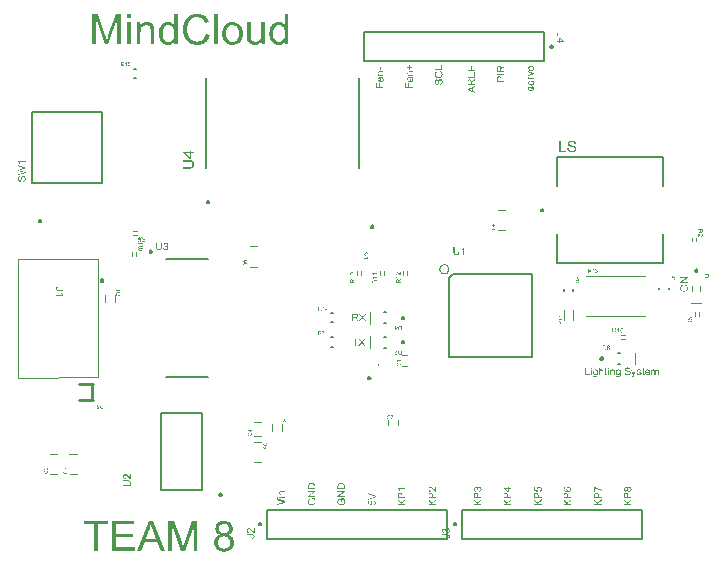
<source format=gto>
%FSTAX23Y23*%
%MOIN*%
%SFA1B1*%

%IPPOS*%
%ADD10C,0.007874*%
%ADD11C,0.000000*%
%ADD12C,0.005000*%
%ADD13C,0.003937*%
%ADD14C,0.006000*%
%ADD15C,0.010000*%
%LNSilkTop-1*%
%LPD*%
G36*
X00251Y00584D02*
X00262D01*
Y00531*
X00251*
Y00584*
G37*
G36*
X00501Y01057D02*
X00501Y01057D01*
X00502Y01057*
X00502Y01056*
X00503Y01056*
X00504Y01056*
X00504*
X00504Y01056*
X00504Y01056*
X00504Y01055*
X00505Y01055*
X00505Y01055*
X00506Y01054*
X00506Y01054*
X00506Y01053*
X00506Y01053*
X00507Y01053*
X00507Y01053*
X00507Y01052*
X00507Y01052*
X00507Y01051*
X00507Y01051*
X00507Y0105*
Y0105*
Y0105*
X00507Y0105*
X00507Y01049*
X00507Y01049*
X00507Y01048*
X00507Y01048*
X00506Y01047*
X00506Y01047*
X00506Y01047*
X00506Y01047*
X00506Y01046*
X00505Y01046*
X00505Y01046*
X00505Y01045*
X00504Y01045*
X00504*
X00504Y01045*
X00504Y01045*
X00504Y01045*
X00505Y01045*
X00505Y01045*
X00506Y01044*
X00506Y01044*
X00507Y01043*
X00507Y01043*
X00507Y01043*
X00508Y01043*
X00508Y01042*
X00508Y01042*
X00508Y01041*
X00508Y01041*
X00509Y0104*
X00509Y01039*
Y01039*
Y01039*
Y01039*
X00509Y01038*
X00509Y01038*
X00508Y01038*
X00508Y01037*
X00508Y01037*
X00508Y01036*
X00508Y01036*
X00508Y01035*
X00507Y01035*
X00507Y01034*
X00507Y01034*
X00506Y01033*
X00506Y01033*
X00506Y01033*
X00506Y01033*
X00506Y01033*
X00506Y01033*
X00505Y01033*
X00505Y01032*
X00505Y01032*
X00504Y01032*
X00504Y01032*
X00503Y01032*
X00503Y01031*
X00502Y01031*
X00501Y01031*
X00501Y01031*
X005Y01031*
X005*
X005Y01031*
X00499Y01031*
X00499Y01031*
X00499Y01031*
X00498Y01031*
X00497Y01031*
X00496Y01032*
X00496Y01032*
X00495Y01032*
X00495Y01033*
X00495Y01033*
X00495Y01033*
X00495Y01033*
X00494Y01033*
X00494Y01033*
X00494Y01034*
X00494Y01034*
X00494Y01034*
X00493Y01034*
X00493Y01035*
X00493Y01035*
X00493Y01036*
X00492Y01037*
X00492Y01038*
X00492Y01038*
X00495Y01038*
Y01038*
X00495Y01038*
X00495Y01038*
X00495Y01038*
X00495Y01038*
X00495Y01038*
X00496Y01037*
X00496Y01036*
X00496Y01036*
X00497Y01035*
X00497Y01035*
X00497Y01035*
X00497Y01034*
X00498Y01034*
X00498Y01034*
X00498Y01034*
X00499Y01034*
X00499Y01034*
X005Y01034*
X005*
X00501Y01034*
X00501Y01034*
X00501Y01034*
X00502Y01034*
X00503Y01034*
X00503Y01035*
X00504Y01035*
X00504Y01035*
X00504Y01035*
X00504Y01036*
X00505Y01036*
X00505Y01037*
X00505Y01037*
X00505Y01038*
X00505Y01039*
Y01039*
Y01039*
Y01039*
X00505Y01039*
X00505Y0104*
X00505Y0104*
X00505Y01041*
X00505Y01041*
X00504Y01042*
X00504Y01042*
X00504Y01042*
X00504Y01043*
X00503Y01043*
X00503Y01043*
X00502Y01043*
X00502Y01043*
X00501Y01044*
X005Y01044*
X005*
X005Y01044*
X00499Y01044*
X00499Y01044*
X00499Y01043*
X00498Y01043*
X00499Y01046*
X00499*
X00499Y01046*
X00499*
X005Y01046*
X005Y01046*
X00501Y01046*
X00501Y01047*
X00502Y01047*
X00503Y01047*
X00503*
X00503Y01047*
X00503Y01047*
X00503Y01048*
X00503Y01048*
X00504Y01048*
X00504Y01049*
X00504Y01049*
X00504Y0105*
Y0105*
Y0105*
Y0105*
Y01051*
X00504Y01051*
X00504Y01051*
X00504Y01052*
X00504Y01052*
X00503Y01053*
X00503Y01053*
X00503Y01053*
X00503Y01053*
X00503Y01053*
X00502Y01054*
X00502Y01054*
X00501Y01054*
X00501Y01054*
X005Y01054*
X005*
X00499Y01054*
X00499Y01054*
X00499Y01054*
X00498Y01054*
X00498Y01053*
X00497Y01053*
X00497Y01053*
X00497Y01053*
X00497Y01053*
X00496Y01052*
X00496Y01052*
X00496Y01051*
X00496Y0105*
X00496Y0105*
X00492Y0105*
Y0105*
X00493Y0105*
X00493Y01051*
X00493Y01051*
X00493Y01051*
X00493Y01051*
X00493Y01052*
X00493Y01053*
X00494Y01054*
X00494Y01054*
X00495Y01055*
X00495Y01055*
X00495Y01055*
X00495Y01055*
X00495Y01055*
X00496Y01055*
X00496Y01056*
X00496Y01056*
X00496Y01056*
X00497Y01056*
X00498Y01056*
X00499Y01057*
X00499Y01057*
X005*
X00501Y01057*
G37*
G36*
X00488Y01042D02*
Y01042D01*
Y01042*
Y01042*
Y01041*
X00488Y01041*
Y01041*
X00488Y0104*
X00488Y0104*
X00488Y01039*
X00487Y01038*
X00487Y01037*
X00487Y01036*
X00487Y01036*
Y01036*
X00487Y01036*
X00487Y01036*
X00487Y01036*
X00487Y01035*
X00486Y01035*
X00486Y01034*
X00485Y01034*
X00485Y01033*
X00484Y01032*
X00484*
X00484Y01032*
X00484Y01032*
X00483Y01032*
X00483Y01032*
X00483Y01032*
X00483Y01032*
X00482Y01032*
X00482Y01032*
X00481Y01031*
X00481Y01031*
X0048Y01031*
X0048Y01031*
X00479Y01031*
X00478Y01031*
X00478*
X00477Y01031*
X00477*
X00477Y01031*
X00476Y01031*
X00476Y01031*
X00475Y01031*
X00474Y01032*
X00473Y01032*
X00472Y01032*
X00472*
X00472Y01032*
X00472Y01032*
X00472Y01032*
X00471Y01033*
X00471Y01033*
X0047Y01034*
X0047Y01034*
X00469Y01035*
X00469Y01036*
Y01036*
X00469Y01036*
X00469Y01036*
X00469Y01036*
X00469Y01036*
X00469Y01037*
X00469Y01037*
X00468Y01037*
X00468Y01038*
X00468Y01038*
X00468Y01039*
X00468Y01039*
X00468Y0104*
X00468Y01041*
X00468Y01041*
Y01042*
Y01057*
X00471*
Y01042*
Y01042*
Y01042*
Y01042*
Y01042*
X00471Y01041*
Y01041*
X00471Y0104*
X00472Y01039*
X00472Y01039*
X00472Y01038*
X00472Y01038*
X00472Y01037*
X00472Y01037*
X00472Y01037*
X00472Y01037*
X00472Y01036*
X00473Y01036*
X00473Y01036*
X00474Y01035*
X00474Y01035*
X00474Y01035*
X00474Y01035*
X00475Y01035*
X00475Y01034*
X00476Y01034*
X00476Y01034*
X00477Y01034*
X00478Y01034*
X00478*
X00478Y01034*
X00479*
X00479Y01034*
X0048Y01034*
X00481Y01034*
X00481Y01035*
X00482Y01035*
X00483Y01035*
X00483Y01036*
X00483Y01036*
X00483Y01036*
X00483Y01036*
X00483Y01036*
X00483Y01036*
X00483Y01036*
X00484Y01037*
X00484Y01037*
X00484Y01037*
X00484Y01038*
X00484Y01038*
X00484Y01039*
X00484Y0104*
X00484Y0104*
X00484Y01041*
Y01042*
Y01057*
X00488*
Y01042*
G37*
G36*
X00033Y01324D02*
X00013D01*
X00013Y01324*
X00013Y01324*
X00013Y01324*
X00013Y01324*
X00014Y01323*
X00014Y01323*
X00015Y01322*
X00015Y01322*
Y01321*
X00015Y01321*
X00015Y01321*
X00015Y01321*
X00016Y0132*
X00016Y0132*
X00016Y01319*
X00016Y01319*
X00017Y01318*
X00014*
Y01318*
X00013Y01318*
X00013Y01319*
X00013Y01319*
X00013Y01319*
X00013Y01319*
X00013Y0132*
X00012Y01321*
X00012Y01321*
X00011Y01322*
X00011Y01323*
X00011Y01323*
X00011Y01323*
X0001Y01323*
X0001Y01323*
X0001Y01323*
X0001Y01324*
X00009Y01324*
X00008Y01325*
X00008Y01325*
X00007Y01326*
Y01328*
X00033*
Y01324*
G37*
G36*
Y01307D02*
Y01304D01*
X00013Y01299*
X00013*
X00013Y01299*
X00013Y01299*
X00013Y01298*
X00013Y01298*
X00012Y01298*
X00012Y01298*
X00011Y01298*
X00011Y01298*
X00011Y01298*
X0001Y01298*
X0001*
X0001Y01298*
X00011Y01298*
X00011Y01298*
X00011Y01298*
X00012Y01297*
X00012Y01297*
X00013Y01297*
X00013Y01297*
X00033Y01292*
Y01288*
X00007Y01282*
Y01285*
X00024Y01289*
X00024*
X00024Y01289*
X00024Y01289*
X00024Y01289*
X00025Y01289*
X00025Y01289*
X00025Y01289*
X00026Y01289*
X00026Y01289*
X00027Y0129*
X00028Y0129*
X00029Y0129*
X00029*
X00029Y0129*
X00029Y0129*
X00028Y0129*
X00028Y0129*
X00028Y0129*
X00027Y0129*
X00026Y01291*
X00026Y01291*
X00025Y01291*
X00025Y01291*
X00025Y01291*
X00025Y01291*
X00024Y01291*
X00007Y01296*
Y013*
X0002Y01303*
X0002*
X0002Y01304*
X00021Y01304*
X00021Y01304*
X00021Y01304*
X00022Y01304*
X00022Y01304*
X00023Y01304*
X00024Y01304*
X00024Y01305*
X00026Y01305*
X00027Y01305*
X00029Y01305*
X00029*
X00029Y01305*
X00029*
X00029Y01306*
X00028Y01306*
X00028Y01306*
X00028Y01306*
X00027Y01306*
X00027Y01306*
X00026Y01306*
X00025Y01306*
X00024Y01307*
X00007Y01311*
Y01314*
X00033Y01307*
G37*
G36*
X00026Y01279D02*
X00027Y01279D01*
X00027Y01279*
X00028Y01279*
X00029Y01279*
X00029Y01278*
X00029*
X00029Y01278*
X0003Y01278*
X0003Y01278*
X0003Y01277*
X00031Y01277*
X00031Y01276*
X00032Y01276*
X00032Y01275*
Y01275*
X00032Y01275*
X00032Y01275*
X00032Y01275*
X00032Y01274*
X00032Y01274*
X00032Y01273*
X00033Y01273*
X00033Y01272*
X00033Y01271*
X00033Y0127*
Y01269*
X00033Y01269*
Y01269*
X00033Y01268*
X00033Y01268*
X00033Y01267*
X00033Y01266*
X00032Y01265*
X00032Y01264*
Y01264*
X00032Y01264*
X00032Y01264*
X00032Y01264*
X00032Y01264*
X00031Y01263*
X00031Y01262*
X0003Y01262*
X0003Y01261*
X00029Y01261*
X00029*
X00029Y01261*
X00029Y01261*
X00029Y0126*
X00028Y0126*
X00028Y0126*
X00028Y0126*
X00027Y0126*
X00026Y0126*
X00025Y01259*
X00024Y01259*
X00024Y01262*
X00024*
X00024*
X00024Y01263*
X00024*
X00025Y01263*
X00025Y01263*
X00026Y01263*
X00026Y01263*
X00027Y01263*
X00027Y01263*
X00027Y01264*
X00027Y01264*
X00028Y01264*
X00028Y01264*
X00028Y01264*
X00029Y01265*
X00029Y01265*
X00029Y01266*
Y01266*
X00029Y01266*
X00029Y01266*
X00029Y01266*
X00029Y01267*
X0003Y01267*
X0003Y01268*
X0003Y01268*
X0003Y01269*
X0003Y0127*
Y0127*
X0003Y01271*
X0003Y01271*
X0003Y01272*
X0003Y01272*
X0003Y01273*
X00029Y01273*
X00029Y01273*
X00029Y01274*
X00029Y01274*
X00029Y01274*
X00029Y01274*
X00029Y01275*
X00028Y01275*
X00028Y01275*
X00028Y01275*
X00028Y01276*
X00028Y01276*
X00027Y01276*
X00027Y01276*
X00027Y01276*
X00026Y01276*
X00026Y01276*
X00026*
X00026*
X00025Y01276*
X00025Y01276*
X00025Y01276*
X00024Y01276*
X00024Y01276*
X00024Y01275*
X00024Y01275*
X00024Y01275*
X00023Y01275*
X00023Y01275*
X00023Y01275*
X00023Y01274*
X00022Y01274*
X00022Y01273*
X00022Y01273*
X00022Y01273*
X00022Y01273*
X00022Y01272*
X00022Y01272*
X00022Y01272*
X00022Y01272*
X00022Y01271*
X00022Y01271*
X00021Y0127*
X00021Y0127*
X00021Y01269*
X00021Y01269*
Y01269*
X00021Y01269*
X00021Y01268*
X00021Y01268*
X00021Y01268*
X00021Y01268*
X0002Y01267*
X0002Y01266*
X0002Y01265*
X0002Y01264*
X0002Y01264*
X00019Y01264*
Y01264*
X00019Y01264*
X00019Y01264*
X00019Y01263*
X00019Y01263*
X00018Y01262*
X00018Y01262*
X00018Y01262*
X00017Y01261*
X00017Y01261*
X00017Y01261*
X00016Y01261*
X00016Y01261*
X00016Y01261*
X00015Y0126*
X00015Y0126*
X00014Y0126*
X00014*
X00014*
X00014*
X00014*
X00013Y0126*
X00013Y0126*
X00012Y01261*
X00012Y01261*
X00011Y01261*
X0001Y01261*
X0001*
X0001Y01261*
X0001Y01262*
X0001Y01262*
X00009Y01262*
X00009Y01263*
X00009Y01263*
X00008Y01264*
X00008Y01265*
Y01265*
X00008Y01265*
X00008Y01265*
X00008Y01265*
X00008Y01265*
X00007Y01265*
X00007Y01266*
X00007Y01267*
X00007Y01267*
X00007Y01268*
X00007Y01269*
Y0127*
X00007Y0127*
Y0127*
X00007Y01271*
X00007Y01272*
X00007Y01272*
X00008Y01273*
X00008Y01274*
Y01274*
X00008Y01274*
X00008Y01274*
X00008Y01274*
X00008Y01275*
X00009Y01275*
X00009Y01276*
X00009Y01276*
X0001Y01277*
X00011Y01277*
X00011*
X00011Y01277*
X00011Y01277*
X00011Y01278*
X00011Y01278*
X00012Y01278*
X00012Y01278*
X00013Y01278*
X00014Y01279*
X00014Y01279*
X00015Y01275*
X00015*
X00015*
X00014Y01275*
X00014Y01275*
X00014Y01275*
X00013Y01275*
X00013Y01275*
X00012Y01275*
X00012Y01274*
X00011Y01274*
X00011Y01274*
X00011Y01273*
X00011Y01273*
X00011Y01273*
X0001Y01272*
X0001Y01271*
X0001Y0127*
X0001Y01269*
Y01269*
X0001Y01269*
X0001Y01268*
X0001Y01268*
X0001Y01267*
X0001Y01266*
X00011Y01265*
X00011Y01265*
X00011Y01265*
X00011Y01265*
X00011Y01265*
X00011Y01264*
X00012Y01264*
X00012Y01264*
X00013Y01264*
X00013Y01264*
X00014Y01263*
X00014*
X00014*
X00014Y01264*
X00014Y01264*
X00015Y01264*
X00015Y01264*
X00016Y01264*
X00016Y01264*
X00016Y01264*
X00016Y01265*
X00016Y01265*
X00016Y01265*
X00016Y01265*
X00016Y01265*
X00017Y01266*
X00017Y01266*
X00017Y01267*
X00017Y01267*
X00017Y01267*
X00017Y01268*
X00018Y01269*
X00018Y01269*
Y01269*
X00018Y0127*
X00018Y0127*
X00018Y0127*
X00018Y0127*
X00018Y01271*
X00018Y01271*
X00018Y01272*
X00019Y01273*
X00019Y01274*
X00019Y01274*
X00019Y01274*
X00019Y01275*
X00019Y01275*
Y01275*
X00019Y01275*
X00019Y01275*
X00019Y01275*
X0002Y01276*
X0002Y01276*
X0002Y01277*
X00021Y01277*
X00021Y01278*
X00022Y01278*
X00022Y01278*
X00022Y01278*
X00022Y01279*
X00023Y01279*
X00023Y01279*
X00024Y01279*
X00025Y01279*
X00025Y01279*
X00026*
X00026*
X00026*
X00026*
X00026Y01279*
G37*
G36*
X00796Y00088D02*
X00795D01*
X00795*
X00795*
X00795Y00088*
X00795Y00088*
X00794Y00088*
X00794Y00088*
X00793Y00088*
X00793*
X00793Y00088*
X00793Y00088*
X00793Y00089*
X00792Y00089*
X00792Y00089*
X00791Y00089*
X00791Y0009*
X0079Y0009*
X0079*
X0079Y0009*
X0079Y00091*
X00789Y00091*
X00789Y00091*
X00788Y00092*
X00788Y00093*
X00787Y00094*
X00786Y00094*
X00786Y00094*
X00786Y00095*
X00786Y00095*
X00786Y00095*
X00785Y00095*
X00785Y00096*
X00785Y00096*
X00784Y00097*
X00783Y00098*
X00783Y00099*
X00782Y00099*
X00782Y00099*
X00781Y001*
X00781Y001*
X00781*
X00781Y001*
X00781Y001*
X00781Y001*
X0078Y001*
X0078Y00101*
X00779Y00101*
X00778Y00101*
X00778Y00101*
X00777Y00101*
X00777*
X00777*
X00777Y00101*
X00776Y00101*
X00776Y00101*
X00776Y00101*
X00775Y00101*
X00775Y00101*
X00774Y001*
X00774Y001*
X00774Y001*
X00774Y001*
X00773Y00099*
X00773Y00099*
X00773Y00098*
X00773Y00097*
X00773Y00097*
Y00096*
X00773Y00096*
X00773Y00096*
X00773Y00095*
X00773Y00095*
X00773Y00094*
X00774Y00094*
X00774Y00093*
X00774Y00093*
X00774Y00093*
X00775Y00093*
X00775Y00092*
X00776Y00092*
X00776Y00092*
X00777Y00092*
X00778Y00092*
X00778Y00089*
X00777*
X00777Y00089*
X00777*
X00777Y00089*
X00777Y00089*
X00776Y00089*
X00776Y00089*
X00776Y00089*
X00775Y00089*
X00774Y0009*
X00773Y0009*
X00773Y0009*
X00772Y00091*
X00772Y00091*
X00772Y00091*
X00772Y00091*
X00772Y00091*
X00772Y00091*
X00772Y00092*
X00772Y00092*
X00771Y00092*
X00771Y00093*
X00771Y00093*
X00771Y00093*
X00771Y00094*
X00771Y00094*
X0077Y00095*
X0077Y00095*
X0077Y00096*
X0077Y00097*
Y00097*
X0077Y00097*
X0077Y00098*
X0077Y00098*
X0077Y00098*
X0077Y00099*
X00771Y001*
X00771Y00101*
X00771Y00101*
X00772Y00102*
X00772Y00102*
X00772Y00103*
X00772Y00103*
X00772Y00103*
X00772Y00103*
X00773Y00103*
X00773Y00103*
X00773Y00103*
X00773Y00103*
X00774Y00104*
X00774Y00104*
X00775Y00104*
X00776Y00104*
X00776Y00105*
X00777Y00105*
X00777Y00105*
X00777*
X00777*
X00778Y00105*
X00778Y00105*
X00779Y00105*
X00779Y00104*
X0078Y00104*
X0078Y00104*
X0078Y00104*
X0078Y00104*
X00781Y00104*
X00781Y00104*
X00782Y00103*
X00782Y00103*
X00783Y00102*
X00783Y00102*
X00783Y00102*
X00784Y00102*
X00784Y00101*
X00784Y00101*
X00784Y00101*
X00784Y00101*
X00785Y00101*
X00785Y001*
X00785Y001*
X00786Y00099*
X00786Y00099*
X00787Y00098*
X00787Y00098*
X00788Y00097*
X00788Y00097*
X00788Y00097*
X00788Y00097*
X00788Y00097*
X00788Y00097*
X00788Y00096*
X00789Y00096*
X0079Y00095*
X0079Y00095*
X00791Y00094*
X00791Y00094*
X00791Y00094*
X00791Y00094*
X00791Y00093*
X00791Y00093*
X00791Y00093*
X00792Y00093*
X00792Y00093*
X00793Y00092*
Y00105*
X00796*
Y00088*
G37*
G36*
X00788Y00084D02*
X00789D01*
X00789Y00084*
X0079Y00084*
X00791Y00084*
X00792Y00084*
X00792Y00083*
X00792*
X00793Y00083*
X00793Y00083*
X00793Y00083*
X00793Y00083*
X00794Y00082*
X00794Y00082*
X00795Y00082*
X00795Y00081*
X00795Y00081*
X00795Y00081*
X00795Y0008*
X00795Y0008*
X00796Y00079*
X00796Y00079*
X00796Y00078*
X00796Y00077*
Y00077*
X00796Y00077*
X00796Y00076*
X00796Y00076*
X00796Y00075*
X00795Y00074*
X00795Y00074*
X00795Y00073*
X00795Y00073*
X00794Y00072*
X00794Y00072*
X00794Y00072*
X00794Y00072*
X00794Y00072*
X00794Y00072*
X00794Y00072*
X00793Y00071*
X00793Y00071*
X00793Y00071*
X00792Y00071*
X00792Y00071*
X00791Y00071*
X00791Y00071*
X0079Y00071*
X0079Y0007*
X00789Y0007*
X00788*
X00788Y00073*
X00788*
X00788*
X00788*
X00788Y00073*
X00789Y00073*
X00789*
X0079Y00074*
X0079Y00074*
X00791Y00074*
X00791Y00074*
X00792Y00074*
X00792Y00074*
X00792Y00074*
X00792Y00075*
X00792Y00075*
X00792Y00075*
X00793Y00076*
X00793Y00076*
X00793Y00077*
X00793Y00077*
Y00077*
X00793Y00078*
X00793Y00078*
X00793Y00078*
X00793Y00079*
X00793Y00079*
X00792Y00079*
X00792Y00079*
X00792Y00079*
X00792Y0008*
X00792Y0008*
X00792Y0008*
X00792Y0008*
X00791Y0008*
X00791Y00081*
X00791*
X00791Y00081*
X0079Y00081*
X0079Y00081*
X0079Y00081*
X00789Y00081*
X00788Y00081*
X00788*
X0077*
Y00084*
X00788*
X00788*
X00788*
X00788*
X00788*
X00788Y00084*
G37*
G36*
X01439Y00105D02*
X01439Y00105D01*
X0144Y00105*
X0144Y00105*
X0144Y00105*
X01441Y00104*
X01442Y00104*
X01442Y00104*
X01443Y00104*
X01443Y00103*
X01444Y00103*
X01444Y00103*
X01444Y00102*
X01444Y00102*
X01444Y00102*
X01444Y00102*
X01445Y00102*
X01445Y00102*
X01445Y00101*
X01445Y00101*
X01445Y001*
X01446Y001*
X01446Y00099*
X01446Y00099*
X01446Y00098*
X01446Y00098*
X01446Y00097*
X01446Y00096*
Y00096*
X01446Y00096*
X01446Y00096*
X01446Y00095*
X01446Y00095*
X01446Y00095*
X01446Y00094*
X01446Y00093*
X01445Y00092*
X01445Y00092*
X01445Y00091*
X01444Y00091*
X01444Y00091*
X01444Y00091*
X01444Y00091*
X01444Y00091*
X01444Y0009*
X01444Y0009*
X01443Y0009*
X01443Y0009*
X01443Y0009*
X01442Y00089*
X01441Y00089*
X0144Y00089*
X0144Y00089*
X01439Y00088*
X01439Y00092*
X01439*
X01439Y00092*
X01439Y00092*
X01439Y00092*
X0144Y00092*
X0144Y00092*
X0144Y00092*
X01441Y00092*
X01442Y00093*
X01442Y00093*
X01443Y00093*
X01443Y00093*
X01443Y00094*
X01443Y00094*
X01443Y00094*
X01443Y00095*
X01444Y00095*
X01444Y00096*
X01444Y00096*
Y00097*
X01444Y00097*
X01444Y00097*
X01444Y00098*
X01443Y00098*
X01443Y00099*
X01443Y001*
X01442Y001*
X01442Y001*
X01442Y001*
X01442Y00101*
X01441Y00101*
X01441Y00101*
X0144Y00101*
X01439Y00102*
X01439Y00102*
X01439*
X01438*
X01438*
X01438Y00102*
X01438Y00102*
X01437Y00101*
X01437Y00101*
X01436Y00101*
X01436Y00101*
X01435Y001*
X01435Y001*
X01435Y001*
X01435Y001*
X01434Y00099*
X01434Y00099*
X01434Y00098*
X01434Y00097*
X01434Y00097*
Y00096*
X01434Y00096*
X01434Y00096*
X01434Y00095*
X01434Y00095*
X01434Y00095*
X01431Y00095*
Y00095*
X01431Y00095*
Y00096*
X01431Y00096*
X01431Y00097*
X01431Y00097*
X01431Y00098*
X01431Y00098*
X0143Y00099*
Y00099*
X0143Y00099*
X0143Y00099*
X0143Y00099*
X01429Y001*
X01429Y001*
X01428Y001*
X01428Y001*
X01427Y00101*
X01427*
X01427*
X01427*
X01427*
X01427Y001*
X01426Y001*
X01426Y001*
X01425Y001*
X01425Y001*
X01424Y00099*
X01424Y00099*
X01424Y00099*
X01424Y00099*
X01424Y00099*
X01424Y00098*
X01423Y00098*
X01423Y00097*
X01423Y00096*
Y00096*
X01423Y00096*
X01423Y00095*
X01423Y00095*
X01424Y00094*
X01424Y00094*
X01424Y00093*
X01424Y00093*
X01425Y00093*
X01425Y00093*
X01425Y00093*
X01426Y00092*
X01426Y00092*
X01427Y00092*
X01428Y00092*
X01427Y00089*
X01427*
X01427Y00089*
X01427Y00089*
X01427Y00089*
X01426Y00089*
X01426Y00089*
X01425Y00089*
X01425Y0009*
X01424Y0009*
X01423Y00091*
X01422Y00091*
X01422Y00091*
X01422Y00091*
X01422Y00092*
X01422Y00092*
X01422Y00092*
X01422Y00092*
X01422Y00092*
X01421Y00093*
X01421Y00093*
X01421Y00094*
X01421Y00095*
X01421Y00096*
Y00097*
X01421Y00097*
X01421Y00098*
X01421Y00098*
X01421Y00099*
X01421Y00099*
X01422Y001*
Y001*
X01422Y001*
X01422Y001*
X01422Y00101*
X01422Y00101*
X01423Y00102*
X01423Y00102*
X01423Y00102*
X01424Y00103*
X01424Y00103*
X01424Y00103*
X01425Y00103*
X01425Y00103*
X01425Y00103*
X01426Y00104*
X01427Y00104*
X01427Y00104*
X01427*
X01427*
X01428Y00104*
X01428Y00104*
X01429Y00103*
X01429Y00103*
X0143Y00103*
X0143Y00103*
X0143Y00103*
X0143Y00103*
X01431Y00102*
X01431Y00102*
X01431Y00102*
X01432Y00101*
X01432Y00101*
X01432Y001*
Y001*
X01432Y001*
X01432Y001*
X01432Y00101*
X01433Y00101*
X01433Y00101*
X01433Y00102*
X01433Y00103*
X01434Y00103*
X01434Y00104*
X01434Y00104*
X01435Y00104*
X01435Y00104*
X01436Y00104*
X01436Y00105*
X01437Y00105*
X01438Y00105*
X01438Y00105*
X01439*
X01439*
X01439*
X01439Y00105*
G37*
G36*
X01439Y00084D02*
X01439D01*
X0144Y00084*
X0144Y00084*
X01441Y00084*
X01442Y00084*
X01443Y00083*
X01443*
X01443Y00083*
X01443Y00083*
X01443Y00083*
X01444Y00083*
X01444Y00082*
X01445Y00082*
X01445Y00082*
X01445Y00081*
X01445Y00081*
X01446Y00081*
X01446Y0008*
X01446Y0008*
X01446Y00079*
X01446Y00079*
X01446Y00078*
X01446Y00077*
Y00077*
X01446Y00077*
X01446Y00076*
X01446Y00076*
X01446Y00075*
X01446Y00074*
X01446Y00074*
X01445Y00073*
X01445Y00073*
X01445Y00072*
X01444Y00072*
X01444Y00072*
X01444Y00072*
X01444Y00072*
X01444Y00072*
X01444Y00072*
X01444Y00071*
X01443Y00071*
X01443Y00071*
X01443Y00071*
X01442Y00071*
X01442Y00071*
X01441Y00071*
X01441Y00071*
X0144Y0007*
X0144Y0007*
X01439*
X01438Y00073*
X01438*
X01438*
X01439*
X01439Y00073*
X01439Y00073*
X01439*
X0144Y00074*
X01441Y00074*
X01441Y00074*
X01442Y00074*
X01442Y00074*
X01442Y00074*
X01442Y00074*
X01442Y00075*
X01443Y00075*
X01443Y00075*
X01443Y00076*
X01443Y00076*
X01443Y00077*
X01443Y00077*
Y00077*
X01443Y00078*
X01443Y00078*
X01443Y00078*
X01443Y00079*
X01443Y00079*
X01443Y00079*
X01443Y00079*
X01443Y00079*
X01443Y0008*
X01442Y0008*
X01442Y0008*
X01442Y0008*
X01442Y0008*
X01441Y00081*
X01441*
X01441Y00081*
X01441Y00081*
X0144Y00081*
X0144Y00081*
X0144Y00081*
X01439Y00081*
X01438*
X01421*
Y00084*
X01438*
X01438*
X01438*
X01438*
X01438*
X01439Y00084*
G37*
G36*
X01812Y01754D02*
X01812D01*
X01812*
X01812*
X01811Y01754*
X01811Y01754*
X01811*
X0181Y01754*
X0181Y01754*
X01809Y01754*
X01808Y01754*
X01808Y01753*
X01808Y01753*
X01808Y01753*
X01808Y01753*
X01808Y01753*
X01807Y01753*
X01807Y01752*
X01807Y01752*
X01807Y01751*
X01807Y01751*
Y0175*
X01807Y0175*
X01807Y0175*
X01807Y0175*
X01807Y01749*
X01807Y01749*
X01807Y01748*
X01807Y01748*
X01807Y01748*
X01808Y01748*
X01808Y01748*
X01808Y01748*
X01808Y01748*
X01809Y01747*
X01809Y01747*
X01809*
X01809Y01747*
X01809Y01747*
X0181Y01747*
X0181Y01747*
X01811Y01747*
X01811Y01747*
X01812*
X01829*
Y01744*
X01812*
X01812*
X01812*
X01812*
X01812*
X01811Y01744*
X01811*
X0181Y01744*
X0181Y01744*
X01809Y01744*
X01808Y01744*
X01807Y01744*
X01807*
X01807Y01744*
X01807Y01744*
X01807Y01745*
X01806Y01745*
X01806Y01745*
X01806Y01746*
X01805Y01746*
X01805Y01747*
X01805Y01747*
X01805Y01747*
X01804Y01747*
X01804Y01748*
X01804Y01748*
X01804Y01749*
X01804Y0175*
X01804Y01751*
Y01751*
X01804Y01751*
X01804Y01751*
X01804Y01752*
X01804Y01752*
X01804Y01753*
X01805Y01754*
X01805Y01755*
X01805Y01755*
X01805Y01755*
X01806Y01756*
X01806Y01756*
X01806Y01756*
X01806Y01756*
X01806Y01756*
X01806Y01756*
X01807Y01756*
X01807Y01756*
X01807Y01757*
X01808Y01757*
X01808Y01757*
X01808Y01757*
X01809Y01757*
X01809Y01757*
X0181Y01757*
X01811Y01757*
X01811*
X01812Y01754*
G37*
G36*
X01829Y01729D02*
Y01726D01*
X01813*
Y01723*
X0181*
Y01726*
X01804*
Y01729*
X0181*
Y0174*
X01813*
X01829Y01729*
G37*
G36*
X00142Y00907D02*
X00142D01*
X00141*
X00141*
X00141Y00907*
X00141Y00907*
X00141*
X0014Y00907*
X00139Y00907*
X00139Y00906*
X00138Y00906*
X00138Y00906*
X00138Y00906*
X00138Y00906*
X00137Y00906*
X00137Y00906*
X00137Y00905*
X00137Y00905*
X00137Y00904*
X00137Y00904*
X00137Y00903*
Y00903*
X00137Y00903*
X00137Y00903*
X00137Y00902*
X00137Y00902*
X00137Y00901*
X00137Y00901*
X00137Y00901*
X00137Y00901*
X00137Y00901*
X00138Y00901*
X00138Y009*
X00138Y009*
X00138Y009*
X00139Y009*
X00139*
X00139Y009*
X00139Y009*
X00139Y009*
X0014Y009*
X0014Y009*
X00141Y00899*
X00142*
X00159*
Y00896*
X00142*
X00142*
X00142*
X00142*
X00142*
X00141Y00896*
X00141*
X0014Y00896*
X00139Y00896*
X00139Y00896*
X00138Y00897*
X00137Y00897*
X00137*
X00137Y00897*
X00137Y00897*
X00137Y00897*
X00136Y00898*
X00136Y00898*
X00135Y00898*
X00135Y00899*
X00134Y00899*
X00134Y00899*
X00134Y009*
X00134Y009*
X00134Y009*
X00134Y00901*
X00134Y00902*
X00134Y00902*
X00134Y00903*
Y00904*
X00134Y00904*
X00134Y00904*
X00134Y00904*
X00134Y00905*
X00134Y00906*
X00134Y00907*
X00135Y00907*
X00135Y00908*
X00135Y00908*
X00135Y00908*
X00136Y00908*
X00136Y00908*
X00136Y00908*
X00136Y00909*
X00136Y00909*
X00136Y00909*
X00137Y00909*
X00137Y00909*
X00137Y00909*
X00138Y0091*
X00138Y0091*
X00139Y0091*
X00139Y0091*
X0014Y0091*
X0014Y0091*
X00141*
X00142Y00907*
G37*
G36*
X00153Y0089D02*
X00153Y00889D01*
X00153Y00889*
X00153Y00889*
X00153Y00889*
X00153Y00889*
X00154Y00888*
X00154Y00887*
X00155Y00887*
X00155Y00886*
X00156Y00885*
X00156Y00885*
X00156Y00885*
X00156Y00885*
X00156Y00885*
X00157Y00884*
X00157Y00884*
X00158Y00884*
X00158Y00883*
X00159Y00883*
X00159Y00882*
Y0088*
X00134*
Y00883*
X00154*
X00154Y00883*
X00154Y00884*
X00153Y00884*
X00153Y00884*
X00153Y00885*
X00152Y00885*
X00152Y00886*
X00152Y00886*
Y00886*
X00152Y00886*
X00151Y00887*
X00151Y00887*
X00151Y00887*
X00151Y00888*
X0015Y00889*
X0015Y00889*
X0015Y0089*
X00153*
Y0089*
G37*
G36*
X00384Y00268D02*
X00384D01*
X00384*
X00384*
X00383Y00268*
X00383Y00268*
X00383Y00268*
X00382Y00268*
X00382Y00269*
X00382*
X00382Y00269*
X00381Y00269*
X00381Y00269*
X00381Y00269*
X0038Y00269*
X0038Y0027*
X00379Y0027*
X00378Y00271*
X00378*
X00378Y00271*
X00378Y00271*
X00378Y00271*
X00377Y00272*
X00377Y00272*
X00376Y00273*
X00375Y00274*
X00375Y00275*
X00375Y00275*
X00374Y00275*
X00374Y00275*
X00374Y00275*
X00374Y00276*
X00373Y00276*
X00373Y00276*
X00373Y00277*
X00372Y00278*
X00371Y00279*
X00371Y00279*
X0037Y0028*
X0037Y0028*
X00369Y0028*
X00369*
X00369Y0028*
X00369Y0028*
X00369Y0028*
X00369Y00281*
X00368Y00281*
X00367Y00281*
X00367Y00282*
X00366Y00282*
X00366Y00282*
X00365*
X00365*
X00365Y00282*
X00365Y00282*
X00364Y00282*
X00364Y00281*
X00363Y00281*
X00363Y00281*
X00362Y0028*
X00362Y0028*
X00362Y0028*
X00362Y0028*
X00362Y00279*
X00362Y00279*
X00361Y00278*
X00361Y00278*
X00361Y00277*
Y00277*
X00361Y00277*
X00361Y00276*
X00361Y00276*
X00361Y00275*
X00362Y00274*
X00362Y00274*
X00363Y00273*
X00363Y00273*
X00363Y00273*
X00363Y00273*
X00363Y00273*
X00364Y00272*
X00365Y00272*
X00365Y00272*
X00366Y00272*
X00366Y00269*
X00366*
X00366Y00269*
X00366*
X00365Y00269*
X00365Y00269*
X00365Y00269*
X00364Y00269*
X00364Y00269*
X00363Y0027*
X00362Y0027*
X00362Y0027*
X00361Y00271*
X00361Y00271*
X00361Y00271*
X0036Y00271*
X0036Y00271*
X0036Y00271*
X0036Y00272*
X0036Y00272*
X0036Y00272*
X0036Y00272*
X0036Y00273*
X00359Y00273*
X00359Y00274*
X00359Y00274*
X00359Y00275*
X00359Y00275*
X00359Y00276*
X00359Y00276*
X00359Y00277*
Y00277*
X00359Y00278*
X00359Y00278*
X00359Y00278*
X00359Y00279*
X00359Y00279*
X00359Y0028*
X00359Y00281*
X0036Y00281*
X0036Y00282*
X0036Y00282*
X00361Y00283*
X00361Y00283*
X00361Y00283*
X00361Y00283*
X00361Y00283*
X00361Y00283*
X00361Y00283*
X00362Y00284*
X00362Y00284*
X00363Y00284*
X00364Y00285*
X00364Y00285*
X00365Y00285*
X00365Y00285*
X00366Y00285*
X00366*
X00366*
X00366Y00285*
X00367Y00285*
X00367Y00285*
X00367Y00285*
X00368Y00284*
X00369Y00284*
X00369Y00284*
X00369Y00284*
X00369Y00284*
X0037Y00284*
X0037Y00283*
X00371Y00283*
X00371Y00283*
X00372Y00282*
X00372Y00282*
X00372Y00282*
X00372Y00282*
X00372Y00282*
X00373Y00281*
X00373Y00281*
X00373Y00281*
X00373Y0028*
X00374Y0028*
X00374Y0028*
X00375Y00279*
X00375Y00279*
X00376Y00278*
X00376Y00277*
X00376Y00277*
X00376Y00277*
X00376Y00277*
X00376Y00277*
X00377Y00277*
X00377Y00277*
X00377Y00276*
X00378Y00275*
X00378Y00275*
X00379Y00274*
X00379Y00274*
X00379Y00274*
X00379Y00274*
X00379Y00274*
X0038Y00274*
X0038Y00273*
X0038Y00273*
X0038Y00273*
X00381Y00273*
Y00285*
X00384*
Y00268*
G37*
G36*
X00374Y00264D02*
X00375D01*
X00375Y00264*
X00375Y00264*
X00376Y00264*
X00377Y00264*
X00378Y00264*
X00379Y00264*
X00379Y00264*
X00379*
X00379Y00263*
X0038Y00263*
X0038Y00263*
X0038Y00263*
X00381Y00263*
X00381Y00262*
X00382Y00262*
X00382Y00261*
X00383Y0026*
Y0026*
X00383Y0026*
X00383Y0026*
X00383Y0026*
X00383Y0026*
X00383Y00259*
X00384Y00259*
X00384Y00259*
X00384Y00258*
X00384Y00258*
X00384Y00258*
X00384Y00257*
X00384Y00256*
X00384Y00256*
X00384Y00255*
Y00254*
X00384Y00254*
Y00254*
X00384Y00253*
X00384Y00253*
X00384Y00252*
X00384Y00252*
X00384Y00251*
X00384Y0025*
X00383Y00249*
Y00249*
X00383Y00249*
X00383Y00249*
X00383Y00248*
X00383Y00248*
X00382Y00247*
X00382Y00247*
X00381Y00246*
X0038Y00246*
X0038Y00246*
X0038*
X0038Y00245*
X00379Y00245*
X00379Y00245*
X00379Y00245*
X00379Y00245*
X00378Y00245*
X00378Y00245*
X00378Y00245*
X00377Y00245*
X00377Y00245*
X00376Y00245*
X00375Y00245*
X00375Y00245*
X00374Y00245*
X00373*
X00359*
Y00248*
X00373*
X00373*
X00373*
X00374*
X00374*
X00374Y00248*
X00374*
X00375Y00248*
X00376Y00248*
X00377Y00248*
X00377Y00248*
X00378Y00248*
X00378Y00249*
X00378Y00249*
X00378Y00249*
X00379Y00249*
X00379Y00249*
X00379Y00249*
X0038Y0025*
X0038Y0025*
X0038Y00251*
X00381Y00251*
X00381Y00251*
X00381Y00251*
X00381Y00252*
X00381Y00252*
X00381Y00253*
X00381Y00253*
X00381Y00254*
Y00255*
X00381Y00255*
Y00255*
X00381Y00255*
X00381Y00256*
X00381Y00257*
X00381Y00258*
X0038Y00259*
X0038Y00259*
X0038Y00259*
X0038Y0026*
X0038Y0026*
X0038Y0026*
X00379Y0026*
X00379Y0026*
X00379Y0026*
X00379Y0026*
X00378Y0026*
X00378Y0026*
X00377Y00261*
X00377Y00261*
X00376Y00261*
X00376Y00261*
X00375Y00261*
X00374Y00261*
X00373*
X00359*
Y00264*
X00373*
X00373*
X00373*
X00374*
X00374*
X00374Y00264*
G37*
G36*
X0121Y0065D02*
Y00644D01*
X01208*
Y0065*
X01203Y00657*
X01205*
X01208Y00653*
Y00653*
X01208Y00653*
X01208Y00653*
X01208Y00653*
X01208Y00653*
X01208Y00653*
X01208Y00652*
X01208Y00652*
X01209Y00652*
X01209Y00651*
X01209Y00651*
Y00651*
X01209Y00651*
X01209Y00651*
X01209Y00651*
X01209Y00651*
X01209Y00651*
X01209Y00651*
X0121Y00652*
X0121Y00652*
X0121Y00653*
X0121Y00653*
X01213Y00657*
X01215*
X0121Y0065*
G37*
G36*
X01221Y00644D02*
X0122D01*
Y00654*
X0122Y00654*
X0122Y00654*
X0122Y00654*
X0122Y00654*
X01219Y00654*
X01219Y00653*
X01219Y00653*
X01218Y00653*
X01218*
X01218Y00653*
X01218Y00653*
X01218Y00653*
X01218Y00653*
X01218Y00653*
X01217Y00652*
X01217Y00652*
X01217Y00652*
Y00654*
X01217*
X01217Y00654*
X01217Y00654*
X01217Y00654*
X01217Y00654*
X01217Y00654*
X01218Y00654*
X01218Y00654*
X01218Y00655*
X01219Y00655*
X01219Y00655*
X01219Y00655*
X01219Y00655*
X01219Y00655*
X01219Y00655*
X01219Y00655*
X0122Y00656*
X0122Y00656*
X0122Y00656*
X0122Y00657*
X0122Y00657*
X01221*
Y00644*
G37*
G36*
X01822Y00811D02*
X01812D01*
X01813Y00811*
X01813Y00811*
X01813Y00811*
X01813Y00811*
X01813Y00811*
X01813Y0081*
X01813Y0081*
X01814Y0081*
Y0081*
X01814Y0081*
X01814Y0081*
X01814Y0081*
X01814Y00809*
X01814Y00809*
X01814Y00809*
X01814Y00808*
X01814Y00808*
X01813*
Y00808*
X01813Y00808*
X01813Y00808*
X01813Y00808*
X01813Y00809*
X01813Y00809*
X01812Y00809*
X01812Y00809*
X01812Y0081*
X01812Y0081*
X01811Y0081*
X01811Y0081*
X01811Y00811*
X01811Y00811*
X01811Y00811*
X01811Y00811*
X01811Y00811*
X01811Y00811*
X0181Y00811*
X0181Y00812*
X0181Y00812*
Y00813*
X01822*
Y00811*
G37*
G36*
X01811Y00802D02*
X01822D01*
Y008*
X01811*
Y00796*
X0181*
Y00806*
X01811*
Y00802*
G37*
G36*
X01822Y00793D02*
X0182Y00792D01*
X0182*
X0182Y00792*
X0182Y00791*
X0182Y00791*
X01819Y00791*
X01819Y00791*
X01819Y00791*
X01819Y00791*
X01818Y00791*
X01818Y0079*
X01818Y0079*
X01818Y0079*
X01818Y0079*
X01818Y0079*
X01817Y0079*
X01817Y0079*
X01817Y0079*
X01817Y00789*
X01817Y00789*
X01817Y00789*
X01817Y00789*
X01817Y00789*
X01817Y00789*
X01817Y00789*
Y00789*
X01817Y00789*
Y00789*
X01817Y00789*
X01817Y00788*
Y00788*
X01817Y00788*
Y00786*
X01822*
Y00784*
X0181*
Y0079*
X0181Y0079*
Y0079*
X0181Y00791*
X0181Y00791*
X0181Y00792*
X0181Y00792*
X0181Y00792*
X0181Y00792*
Y00792*
X0181Y00792*
X0181Y00793*
X0181Y00793*
X0181Y00793*
X01811Y00793*
X01811Y00793*
X01811Y00794*
X01811Y00794*
X01811*
X01811Y00794*
X01811Y00794*
X01812Y00794*
X01812Y00794*
X01812Y00794*
X01812Y00794*
X01813Y00794*
X01813Y00794*
X01813*
X01813*
X01813*
X01813Y00794*
X01814*
X01814Y00794*
X01814Y00794*
X01814Y00794*
X01815Y00794*
X01815Y00794*
X01815Y00794*
X01815Y00793*
X01815Y00793*
X01815Y00793*
X01816Y00793*
X01816Y00793*
X01816Y00793*
X01816Y00793*
X01816Y00793*
X01816Y00793*
X01816Y00793*
X01816Y00792*
X01816Y00792*
X01816Y00792*
X01816Y00792*
X01816Y00791*
X01817Y00791*
X01817Y00791*
X01817Y00791*
X01817Y00791*
X01817Y00791*
X01817Y00791*
X01817Y00791*
X01817Y00792*
X01817Y00792*
X01817Y00792*
X01817Y00792*
X01818Y00792*
X01818Y00792*
X01818Y00792*
X01818Y00793*
X01819Y00793*
X01819Y00793*
X01822Y00795*
Y00793*
G37*
G36*
X01479Y01027D02*
Y01026D01*
Y01026*
Y01026*
Y01026*
X01479Y01026*
Y01025*
X01479Y01025*
X01479Y01024*
X01479Y01023*
X01479Y01022*
X01478Y01021*
X01478Y01021*
X01478Y0102*
Y0102*
X01478Y0102*
X01478Y0102*
X01478Y0102*
X01478Y0102*
X01477Y01019*
X01477Y01019*
X01476Y01018*
X01476Y01017*
X01475Y01017*
X01475*
X01475Y01017*
X01475Y01017*
X01475Y01017*
X01474Y01017*
X01474Y01016*
X01474Y01016*
X01473Y01016*
X01473Y01016*
X01473Y01016*
X01472Y01016*
X01472Y01016*
X01471Y01016*
X0147Y01016*
X01469Y01015*
X01469*
X01469Y01015*
X01468*
X01468Y01016*
X01467Y01016*
X01467Y01016*
X01466Y01016*
X01465Y01016*
X01464Y01016*
X01463Y01017*
X01463*
X01463Y01017*
X01463Y01017*
X01463Y01017*
X01463Y01017*
X01462Y01018*
X01462Y01018*
X01461Y01019*
X01461Y01019*
X0146Y0102*
Y0102*
X0146Y0102*
X0146Y0102*
X0146Y01021*
X0146Y01021*
X0146Y01021*
X0146Y01021*
X0146Y01022*
X0146Y01022*
X01459Y01023*
X01459Y01023*
X01459Y01024*
X01459Y01024*
X01459Y01025*
X01459Y01026*
Y01027*
Y01041*
X01463*
Y01027*
Y01026*
Y01026*
Y01026*
Y01026*
X01463Y01026*
Y01025*
X01463Y01025*
X01463Y01024*
X01463Y01023*
X01463Y01022*
X01463Y01022*
X01463Y01022*
X01463Y01022*
X01463Y01021*
X01463Y01021*
X01464Y01021*
X01464Y0102*
X01464Y0102*
X01465Y0102*
X01465Y01019*
X01465Y01019*
X01465Y01019*
X01466Y01019*
X01466Y01019*
X01467Y01019*
X01467Y01019*
X01468Y01019*
X01469Y01018*
X01469*
X01469Y01019*
X0147*
X0147Y01019*
X01471Y01019*
X01472Y01019*
X01473Y01019*
X01473Y0102*
X01474Y0102*
X01474Y0102*
X01474Y0102*
X01474Y0102*
X01474Y0102*
X01474Y0102*
X01474Y01021*
X01475Y01021*
X01475Y01021*
X01475Y01022*
X01475Y01022*
X01475Y01022*
X01475Y01023*
X01475Y01024*
X01475Y01024*
X01476Y01025*
X01476Y01026*
Y01027*
Y01041*
X01479*
Y01027*
G37*
G36*
X01495Y01016D02*
X01492D01*
Y01036*
X01492Y01036*
X01492Y01035*
X01491Y01035*
X01491Y01035*
X01491Y01035*
X0149Y01034*
X0149Y01034*
X01489Y01033*
X01489*
X01489Y01033*
X01489Y01033*
X01488Y01033*
X01488Y01033*
X01487Y01033*
X01487Y01032*
X01486Y01032*
X01486Y01032*
Y01035*
X01486*
X01486Y01035*
X01486Y01035*
X01486Y01035*
X01486Y01035*
X01487Y01035*
X01487Y01036*
X01488Y01036*
X01489Y01037*
X01489Y01037*
X0149Y01038*
X0149Y01038*
X0149Y01038*
X0149Y01038*
X0149Y01038*
X01491Y01038*
X01491Y01039*
X01492Y01039*
X01492Y0104*
X01493Y01041*
X01493Y01041*
X01495*
Y01016*
G37*
G36*
X00276Y00516D02*
X00276Y00516D01*
X00276Y00516*
X00276Y00515*
X00276Y00515*
X00277Y00515*
X00277Y00515*
X00278Y00515*
X00278Y00515*
X00278Y00515*
X00278Y00515*
X00278Y00515*
X00278Y00515*
X00278Y00514*
X00278Y00514*
X00278Y00514*
X00279Y00514*
X00279Y00514*
X00279Y00514*
X00279Y00514*
X00279Y00514*
X00279Y00513*
X00279Y00513*
X00279Y00512*
X00279Y00512*
X00278Y00512*
Y00512*
Y00512*
X00278Y00512*
X00278Y00512*
X00278Y00512*
X00278Y00513*
X00278Y00513*
X00277Y00513*
X00277Y00513*
X00277Y00514*
X00277Y00514*
X00277Y00514*
X00277Y00514*
X00277Y00514*
X00276Y00514*
X00276Y00514*
X00276Y00514*
X00275Y00514*
X00275*
X00275Y00514*
X00275Y00514*
X00275Y00514*
X00274Y00514*
X00274Y00514*
X00274Y00514*
X00274Y00514*
X00273Y00513*
X00273Y00513*
X00273Y00513*
X00273Y00513*
X00273Y00513*
X00273Y00513*
X00273Y00513*
X00273Y00512*
X00273Y00512*
X00273Y00512*
X00273Y00511*
Y00511*
Y00511*
Y00511*
Y00511*
X00273Y00511*
Y00511*
X00273Y00511*
X00273Y0051*
X00273Y0051*
X00273Y0051*
X00273Y00509*
X00273Y00509*
Y00509*
X00273Y00509*
X00274Y00509*
X00274Y00509*
X00274Y00509*
X00274Y00508*
X00275Y00508*
X00275Y00508*
X00275Y00508*
X00275*
X00276Y00508*
X00276Y00508*
X00276Y00508*
X00276Y00508*
X00277Y00508*
X00277Y00509*
X00277Y00509*
X00277Y00509*
X00277Y00509*
X00277Y00509*
X00277Y00509*
X00277Y00509*
X00278Y00509*
X00278Y00509*
X00279Y00509*
X00278Y00503*
X00272*
Y00504*
X00277*
X00277Y00508*
X00277Y00508*
X00277Y00508*
X00277Y00508*
X00277Y00508*
X00277Y00507*
X00277Y00507*
X00277Y00507*
X00276Y00507*
X00276Y00507*
X00275Y00507*
X00275Y00507*
X00275*
X00275Y00507*
X00275Y00507*
X00274Y00507*
X00274Y00507*
X00274Y00507*
X00274Y00507*
X00273Y00507*
X00273Y00507*
X00273Y00507*
X00273Y00508*
X00272Y00508*
X00272Y00508*
X00272Y00508*
X00272Y00508*
X00272Y00508*
X00272Y00508*
X00272Y00508*
X00272Y00508*
X00272Y00509*
X00272Y00509*
X00271Y00509*
X00271Y00509*
X00271Y0051*
X00271Y0051*
X00271Y0051*
X00271Y0051*
X00271Y00511*
X00271Y00511*
Y00511*
Y00511*
Y00511*
X00271Y00511*
X00271Y00511*
X00271Y00512*
X00271Y00512*
X00271Y00512*
X00271Y00513*
X00271Y00513*
X00272Y00513*
X00272Y00514*
X00272Y00514*
X00272Y00514*
X00272Y00514*
X00272Y00514*
X00272Y00514*
X00272Y00514*
X00272Y00514*
X00272Y00515*
X00273Y00515*
X00273Y00515*
X00273Y00515*
X00273Y00515*
X00274Y00515*
X00274Y00515*
X00274Y00515*
X00275Y00515*
X00275Y00516*
X00275Y00516*
X00276*
X00276Y00516*
G37*
G36*
X00292Y00503D02*
X00287D01*
X00286Y00503*
X00286Y00503*
X00286Y00503*
X00285Y00503*
X00285Y00503*
X00285*
X00285Y00503*
X00285*
X00285Y00503*
X00285Y00503*
X00284Y00503*
X00284Y00503*
X00284Y00503*
X00283Y00503*
X00283Y00504*
X00283Y00504*
X00283Y00504*
X00283Y00504*
X00283Y00504*
X00283Y00504*
X00283Y00504*
X00282Y00505*
X00282Y00505*
X00282Y00505*
X00282Y00506*
Y00506*
X00282Y00506*
X00282Y00506*
X00282Y00506*
X00282Y00506*
X00281Y00506*
X00281Y00507*
X00281Y00507*
X00281Y00507*
X00281Y00507*
X00281Y00508*
X00281Y00508*
X00281Y00509*
Y00509*
Y00509*
Y00509*
Y00509*
X00281Y00509*
Y00509*
X00281Y0051*
X00281Y0051*
X00281Y00511*
X00281Y00511*
X00281Y00511*
Y00511*
X00282Y00512*
X00282Y00512*
X00282Y00512*
X00282Y00512*
X00282Y00512*
X00282Y00512*
X00282Y00513*
X00282Y00513*
X00282Y00513*
X00282Y00513*
X00282Y00513*
X00283Y00514*
X00283Y00514*
X00283Y00514*
X00283Y00514*
X00283Y00514*
X00284Y00514*
X00284Y00515*
X00284Y00515*
X00284Y00515*
X00284Y00515*
X00284Y00515*
X00284Y00515*
X00285Y00515*
X00285Y00515*
X00285*
X00285Y00515*
X00285Y00515*
X00285Y00515*
X00286Y00515*
X00286Y00515*
X00286Y00515*
X00287Y00515*
X00287Y00515*
X00292*
Y00503*
G37*
G36*
X02311Y00946D02*
X02311Y00946D01*
X02311Y00946*
X02311Y00945*
X02311Y00945*
X02311Y00944*
Y00944*
X02311Y00944*
Y00944*
X02311Y00944*
X0231Y00944*
X0231Y00944*
X0231Y00943*
X0231Y00943*
X0231Y00943*
X0231Y00942*
X0231Y00942*
X02309Y00942*
X02309Y00942*
X02309Y00942*
X02309Y00942*
X02309Y00942*
X02308Y00941*
X02308Y00941*
X02308Y00941*
X02307Y0094*
X02307*
X02307Y0094*
X02307Y0094*
X02307Y0094*
X02307Y0094*
X02306Y0094*
X02306Y0094*
X02306Y0094*
X02306Y0094*
X02305Y0094*
X02305Y0094*
X02304Y0094*
X02303Y0094*
X02303*
X02303*
X02303*
X02303*
X02303Y0094*
X02303*
X02302Y0094*
X02302Y0094*
X02301Y0094*
X02301Y0094*
X023Y0094*
X023*
X023Y0094*
X023Y0094*
X023Y0094*
X023Y0094*
X023Y0094*
X02299Y00941*
X02299Y00941*
X02298Y00941*
X02298Y00941*
X02298Y00941*
X02298Y00941*
X02298Y00941*
X02298Y00942*
X02297Y00942*
X02297Y00942*
X02297Y00942*
X02297Y00943*
X02297Y00943*
X02297Y00943*
X02297Y00943*
X02296Y00943*
X02296Y00943*
X02296Y00944*
X02296Y00944*
X02296Y00944*
Y00944*
X02296Y00945*
X02296Y00945*
X02296Y00945*
X02296Y00945*
X02296Y00945*
X02296Y00946*
X02296Y00946*
X02296Y00947*
Y00952*
X02311*
Y00946*
G37*
G36*
X02307Y00936D02*
X02307Y00936D01*
X02307Y00936*
X02307Y00936*
X02307Y00936*
X02307Y00936*
X02308Y00935*
X02308Y00935*
X02308Y00935*
X02309Y00934*
X02309Y00934*
X02309Y00934*
X02309Y00934*
X02309Y00934*
X02309Y00933*
X02309Y00933*
X0231Y00933*
X0231Y00933*
X0231Y00932*
X02311Y00932*
X02311Y00932*
Y00931*
X02296*
Y00933*
X02308*
X02308Y00933*
X02307Y00933*
X02307Y00933*
X02307Y00933*
X02307Y00933*
X02307Y00934*
X02307Y00934*
X02306Y00934*
Y00934*
X02306Y00934*
X02306Y00935*
X02306Y00935*
X02306Y00935*
X02306Y00935*
X02306Y00936*
X02305Y00936*
X02305Y00936*
X02307*
Y00936*
G37*
G36*
X01936Y00969D02*
X01936Y00969D01*
X01936Y00969*
X01936Y00969*
X01937Y00969*
X01937Y00969*
X01937*
X01937Y00969*
X01937Y00969*
X01937Y00969*
X01938Y00968*
X01938Y00968*
X01938Y00968*
X01938Y00968*
X01938Y00968*
X01938Y00968*
X01939Y00967*
X01939Y00967*
X01939Y00967*
X01939Y00967*
X01939Y00967*
X01939Y00966*
X01939Y00966*
Y00966*
Y00966*
X01939Y00966*
X01939Y00965*
X01939Y00965*
X01939Y00965*
X01939Y00965*
X01938Y00964*
X01938Y00964*
X01938Y00964*
X01938Y00964*
X01938Y00964*
X01938Y00964*
X01938Y00964*
X01937Y00964*
X01937Y00963*
X01937*
X01937Y00963*
X01937Y00963*
X01937Y00963*
X01938Y00963*
X01938Y00963*
X01938Y00963*
X01938Y00963*
X01939Y00963*
X01939Y00962*
X01939Y00962*
X01939Y00962*
X01939Y00962*
X01939Y00962*
X01939Y00961*
X01939Y00961*
X0194Y00961*
X0194Y0096*
Y0096*
Y0096*
Y0096*
X0194Y0096*
X0194Y0096*
X01939Y0096*
X01939Y00959*
X01939Y00959*
X01939Y00959*
X01939Y00959*
X01939Y00958*
X01939Y00958*
X01939Y00958*
X01939Y00958*
X01938Y00957*
X01938Y00957*
X01938Y00957*
X01938Y00957*
X01938Y00957*
X01938Y00957*
X01938Y00957*
X01938Y00957*
X01937Y00957*
X01937Y00957*
X01937Y00957*
X01937Y00956*
X01936Y00956*
X01936Y00956*
X01936Y00956*
X01936Y00956*
X01935Y00956*
X01935*
X01935Y00956*
X01935Y00956*
X01935Y00956*
X01934Y00956*
X01934Y00956*
X01934Y00956*
X01933Y00957*
X01933Y00957*
X01933Y00957*
X01933Y00957*
X01932Y00957*
X01932Y00957*
X01932Y00957*
X01932Y00957*
X01932Y00957*
X01932Y00957*
X01932Y00958*
X01932Y00958*
X01932Y00958*
X01932Y00958*
X01932Y00958*
X01931Y00959*
X01931Y00959*
X01931Y0096*
X01931Y0096*
X01933Y0096*
Y0096*
X01933Y0096*
X01933Y0096*
X01933Y0096*
X01933Y0096*
X01933Y0096*
X01933Y00959*
X01933Y00959*
X01933Y00959*
X01933Y00958*
X01934Y00958*
X01934Y00958*
X01934Y00958*
X01934Y00958*
X01934Y00958*
X01934Y00958*
X01935Y00958*
X01935Y00958*
X01935Y00957*
X01935*
X01935Y00958*
X01936Y00958*
X01936Y00958*
X01936Y00958*
X01936Y00958*
X01937Y00958*
X01937Y00958*
X01937Y00958*
X01937Y00958*
X01937Y00959*
X01937Y00959*
X01938Y00959*
X01938Y00959*
X01938Y0096*
X01938Y0096*
Y0096*
Y0096*
Y0096*
X01938Y0096*
X01938Y00961*
X01938Y00961*
X01938Y00961*
X01938Y00961*
X01937Y00962*
X01937Y00962*
X01937Y00962*
X01937Y00962*
X01937Y00962*
X01937Y00962*
X01936Y00962*
X01936Y00963*
X01936Y00963*
X01935Y00963*
X01935*
X01935Y00963*
X01935Y00963*
X01935Y00963*
X01934Y00963*
X01934Y00962*
X01934Y00964*
X01935*
X01935Y00964*
X01935*
X01935Y00964*
X01935Y00964*
X01936Y00964*
X01936Y00964*
X01936Y00964*
X01936Y00964*
X01937*
X01937Y00964*
X01937Y00964*
X01937Y00965*
X01937Y00965*
X01937Y00965*
X01937Y00965*
X01937Y00966*
X01937Y00966*
Y00966*
Y00966*
Y00966*
Y00966*
X01937Y00966*
X01937Y00966*
X01937Y00967*
X01937Y00967*
X01937Y00967*
X01937Y00967*
X01937Y00967*
X01937Y00967*
X01936Y00968*
X01936Y00968*
X01936Y00968*
X01936Y00968*
X01936Y00968*
X01935Y00968*
X01935*
X01935Y00968*
X01935Y00968*
X01934Y00968*
X01934Y00968*
X01934Y00968*
X01934Y00967*
X01934Y00967*
X01934Y00967*
X01933Y00967*
X01933Y00967*
X01933Y00967*
X01933Y00966*
X01933Y00966*
X01933Y00966*
X01931Y00966*
Y00966*
X01931Y00966*
X01931Y00966*
X01931Y00966*
X01931Y00966*
X01931Y00966*
X01932Y00967*
X01932Y00967*
X01932Y00968*
X01932Y00968*
X01933Y00968*
X01933Y00968*
X01933Y00968*
X01933Y00968*
X01933Y00969*
X01933Y00969*
X01933Y00969*
X01933Y00969*
X01933Y00969*
X01934Y00969*
X01934Y00969*
X01935Y00969*
X01935Y00969*
X01935*
X01936Y00969*
G37*
G36*
X01927Y00956D02*
X01926D01*
Y00966*
X01926Y00966*
X01925Y00966*
X01925Y00966*
X01925Y00966*
X01925Y00966*
X01925Y00966*
X01924Y00966*
X01924Y00965*
X01924*
X01924Y00965*
X01924Y00965*
X01924Y00965*
X01923Y00965*
X01923Y00965*
X01923Y00965*
X01923Y00965*
X01922Y00965*
Y00966*
X01922*
X01922Y00966*
X01923Y00966*
X01923Y00966*
X01923Y00966*
X01923Y00966*
X01923Y00966*
X01924Y00967*
X01924Y00967*
X01924Y00967*
X01925Y00968*
X01925Y00968*
X01925Y00968*
X01925Y00968*
X01925Y00968*
X01925Y00968*
X01925Y00968*
X01925Y00968*
X01926Y00969*
X01926Y00969*
X01926Y00969*
X01927*
Y00956*
G37*
G36*
X01915Y00969D02*
X01915D01*
X01916Y00969*
X01916Y00969*
X01916Y00969*
X01917Y00969*
X01917Y00969*
X01917Y00969*
X01917*
X01917Y00969*
X01917Y00969*
X01918Y00969*
X01918Y00969*
X01918Y00968*
X01918Y00968*
X01918Y00968*
X01919Y00968*
Y00968*
X01919Y00968*
X01919Y00967*
X01919Y00967*
X01919Y00967*
X01919Y00967*
X01919Y00966*
X01919Y00966*
X01919Y00966*
Y00966*
Y00966*
Y00966*
X01919Y00966*
Y00965*
X01919Y00965*
X01919Y00965*
X01919Y00965*
X01919Y00964*
X01919Y00964*
X01918Y00964*
X01918Y00963*
X01918Y00963*
X01918Y00963*
X01918Y00963*
X01918Y00963*
X01918Y00963*
X01918Y00963*
X01918Y00963*
X01918Y00963*
X01917Y00963*
X01917Y00963*
X01917Y00963*
X01917Y00963*
X01916Y00962*
X01916Y00962*
X01916Y00962*
X01916Y00962*
X01916Y00962*
X01916Y00962*
X01916Y00962*
X01916Y00962*
X01916Y00962*
X01916Y00962*
X01917Y00962*
X01917Y00962*
X01917Y00961*
X01917Y00961*
X01917Y00961*
X01917Y00961*
X01917Y00961*
X01918Y0096*
X01918Y0096*
X0192Y00956*
X01918*
X01916Y00959*
Y00959*
X01916Y00959*
X01916Y00959*
X01916Y00959*
X01916Y00959*
X01916Y0096*
X01916Y0096*
X01916Y0096*
X01915Y00961*
X01915Y00961*
X01915Y00961*
X01915Y00961*
X01915Y00961*
X01915Y00961*
X01915Y00961*
X01914Y00962*
X01914Y00962*
X01914Y00962*
X01914Y00962*
X01914Y00962*
X01914Y00962*
X01914Y00962*
X01914Y00962*
X01914Y00962*
X01914*
X01913Y00962*
X01913*
X01913Y00962*
X01913Y00962*
X01913*
X01913Y00962*
X01911*
Y00956*
X01909*
Y00969*
X01915*
X01915Y00969*
G37*
G36*
X00347Y00893D02*
X00347Y00892D01*
Y00892*
X00347Y00892*
X00347Y00892*
X00347Y00891*
X00347Y00891*
X00347Y0089*
X00347Y0089*
Y0089*
X00347Y0089*
X00347Y0089*
X00347Y0089*
X00347Y0089*
X00347Y0089*
X00346Y00889*
X00346Y00889*
X00346Y00889*
X00346*
X00346Y00889*
X00346Y00889*
X00346Y00889*
X00345Y00889*
X00345Y00889*
X00345Y00888*
X00344Y00888*
X00344Y00888*
X00344*
X00344*
X00344*
X00344Y00888*
X00344*
X00344Y00888*
X00343Y00888*
X00343Y00889*
X00342Y00889*
X00342Y00889*
X00342Y00889*
X00342Y00889*
X00342Y00889*
X00342Y00889*
X00342Y00889*
X00342Y00889*
X00341Y00889*
X00341Y0089*
X00341Y0089*
X00341Y0089*
X00341Y0089*
X00341Y0089*
X00341Y00891*
X00341Y00891*
X00341Y00891*
X00341Y00891*
X00341Y00892*
X00341Y00892*
X0034Y00892*
X0034Y00892*
X0034Y00892*
X0034Y00892*
X0034Y00891*
X0034Y00891*
X0034Y00891*
X0034Y00891*
X0034Y00891*
X0034Y00891*
X00339Y0089*
X00339Y0089*
X00339Y0089*
X00339Y0089*
X00338Y0089*
X00335Y00887*
Y00889*
X00337Y00891*
X00337*
X00337Y00891*
X00337Y00891*
X00338Y00891*
X00338Y00891*
X00338Y00892*
X00338Y00892*
X00339Y00892*
X00339Y00892*
X00339Y00892*
X00339Y00892*
X00339Y00892*
X00339Y00893*
X00339Y00893*
X0034Y00893*
X0034Y00893*
X0034Y00893*
X0034Y00893*
X0034Y00893*
X0034Y00893*
X0034Y00893*
X0034Y00894*
X0034Y00894*
X0034Y00894*
Y00894*
X0034Y00894*
Y00894*
X0034Y00894*
X0034Y00894*
Y00894*
X0034Y00895*
Y00897*
X00335*
Y00899*
X00347*
Y00893*
G37*
G36*
X00338Y00885D02*
X00338D01*
X00338Y00885*
X00338Y00885*
X00338Y00885*
X00338Y00885*
X00338Y00885*
X00338Y00885*
X00337Y00884*
X00337Y00884*
X00337Y00884*
X00336Y00884*
X00336Y00884*
X00336Y00884*
X00336Y00884*
X00336Y00883*
X00336Y00883*
X00336Y00883*
X00336Y00883*
X00336Y00882*
Y00882*
X00336Y00882*
X00336Y00882*
X00336Y00882*
X00336Y00881*
X00336Y00881*
X00336Y00881*
X00337Y0088*
X00337Y0088*
X00337Y0088*
X00337Y0088*
X00337Y0088*
X00337Y0088*
X00338Y0088*
X00338Y0088*
X00338Y0088*
X00338*
X00338*
X00339*
X00339Y0088*
X00339Y0088*
X00339Y0088*
X00339Y0088*
X0034Y0088*
X0034Y0088*
X0034Y0088*
X0034Y0088*
X0034Y0088*
X0034Y00881*
X00341Y00881*
X00341Y00881*
X00341Y00881*
X00341Y00882*
X00341Y00882*
Y00882*
X00341Y00882*
X00341Y00883*
X00341Y00883*
X00341Y00883*
X00341Y00883*
X00342Y00883*
Y00883*
X00342Y00883*
Y00883*
X00342Y00882*
X00342Y00882*
X00342Y00882*
X00342Y00882*
X00342Y00881*
X00343Y00881*
Y00881*
X00343Y00881*
X00343Y00881*
X00343Y00881*
X00343Y00881*
X00343Y0088*
X00344Y0088*
X00344Y0088*
X00344Y0088*
X00344*
X00344*
X00344*
X00344*
X00345Y0088*
X00345Y0088*
X00345Y0088*
X00345Y0088*
X00345Y00881*
X00346Y00881*
X00346Y00881*
X00346Y00881*
X00346Y00881*
X00346Y00881*
X00346Y00881*
X00346Y00882*
X00346Y00882*
X00346Y00882*
Y00882*
X00346Y00883*
X00346Y00883*
X00346Y00883*
X00346Y00883*
X00346Y00884*
X00346Y00884*
X00346Y00884*
X00346Y00884*
X00345Y00884*
X00345Y00884*
X00345Y00884*
X00345Y00884*
X00344Y00885*
X00344Y00885*
X00344Y00886*
X00344*
X00344Y00886*
X00344Y00886*
X00344Y00886*
X00345Y00886*
X00345Y00886*
X00345Y00886*
X00346Y00886*
X00346Y00885*
X00346Y00885*
X00347Y00885*
X00347Y00885*
X00347Y00885*
X00347Y00885*
X00347Y00885*
X00347Y00885*
X00347Y00884*
X00347Y00884*
X00347Y00884*
X00347Y00884*
X00347Y00883*
X00348Y00883*
X00348Y00883*
Y00882*
X00348Y00882*
X00347Y00882*
X00347Y00881*
X00347Y00881*
X00347Y00881*
X00347Y0088*
Y0088*
X00347Y0088*
X00347Y0088*
X00347Y0088*
X00347Y0088*
X00347Y0088*
X00346Y00879*
X00346Y00879*
X00346Y00879*
X00346Y00879*
X00346Y00879*
X00346Y00879*
X00345Y00879*
X00345Y00879*
X00345Y00879*
X00345Y00879*
X00344Y00879*
X00344*
X00344*
X00344Y00879*
X00344Y00879*
X00343Y00879*
X00343Y00879*
X00343Y00879*
X00343Y00879*
X00343Y00879*
X00343Y00879*
X00342Y00879*
X00342Y00879*
X00342Y0088*
X00342Y0088*
X00342Y0088*
X00342Y0088*
Y0088*
X00342Y0088*
X00342Y0088*
X00342Y0088*
X00341Y0088*
X00341Y0088*
X00341Y00879*
X00341Y00879*
X00341Y00879*
X00341Y00879*
X0034Y00879*
X0034Y00878*
X0034Y00878*
X0034Y00878*
X0034Y00878*
X00339Y00878*
X00339Y00878*
X00338Y00878*
X00338*
X00338*
X00338*
X00338Y00878*
X00338Y00878*
X00338Y00878*
X00338Y00878*
X00337Y00878*
X00337Y00878*
X00337Y00878*
X00337Y00878*
X00336Y00879*
X00336Y00879*
X00336Y00879*
X00336Y00879*
X00336Y00879*
X00336Y00879*
X00336Y00879*
X00335Y00879*
X00335Y0088*
X00335Y0088*
X00335Y0088*
X00335Y0088*
X00335Y0088*
X00335Y0088*
X00335Y00881*
X00335Y00881*
X00335Y00881*
X00335Y00882*
X00334Y00882*
X00334Y00882*
Y00882*
X00334Y00883*
X00334Y00883*
X00335Y00883*
X00335Y00883*
X00335Y00883*
X00335Y00884*
X00335Y00884*
X00335Y00884*
X00335Y00885*
X00335Y00885*
X00335Y00885*
X00335Y00885*
X00336Y00885*
X00336Y00885*
X00336Y00885*
X00336Y00885*
X00336Y00885*
X00336Y00886*
X00336Y00886*
X00336Y00886*
X00337Y00886*
X00337Y00886*
X00337Y00886*
X00338Y00886*
X00338Y00886*
X00338Y00885*
G37*
G36*
X00902Y00464D02*
X00902Y00463D01*
Y00463*
X00902Y00463*
X00902Y00462*
X00902Y00462*
X00902Y00462*
X00902Y00461*
X00902Y00461*
Y00461*
X00902Y00461*
X00902Y00461*
X00902Y00461*
X00902Y00461*
X00902Y0046*
X00901Y0046*
X00901Y0046*
X00901Y0046*
X00901*
X00901Y0046*
X00901Y0046*
X009Y0046*
X009Y00459*
X009Y00459*
X009Y00459*
X00899Y00459*
X00899Y00459*
X00899*
X00899*
X00899*
X00899Y00459*
X00899*
X00898Y00459*
X00898Y00459*
X00898Y00459*
X00897Y0046*
X00897Y0046*
X00897Y0046*
X00897Y0046*
X00897Y0046*
X00897Y0046*
X00896Y0046*
X00896Y0046*
X00896Y0046*
X00896Y0046*
X00896Y00461*
X00896Y00461*
X00896Y00461*
X00896Y00461*
X00896Y00461*
X00896Y00462*
X00896Y00462*
X00896Y00462*
X00895Y00462*
X00895Y00463*
X00895Y00463*
X00895Y00463*
X00895Y00463*
X00895Y00462*
X00895Y00462*
X00895Y00462*
X00895Y00462*
X00895Y00462*
X00895Y00462*
X00894Y00462*
X00894Y00461*
X00894Y00461*
X00894Y00461*
X00893Y00461*
X00893Y0046*
X0089Y00458*
Y0046*
X00892Y00462*
X00892*
X00892Y00462*
X00892Y00462*
X00892Y00462*
X00893Y00462*
X00893Y00462*
X00893Y00463*
X00893Y00463*
X00894Y00463*
X00894Y00463*
X00894Y00463*
X00894Y00463*
X00894Y00463*
X00894Y00464*
X00895Y00464*
X00895Y00464*
X00895Y00464*
X00895Y00464*
X00895Y00464*
X00895Y00464*
X00895Y00464*
X00895Y00464*
X00895Y00465*
X00895Y00465*
Y00465*
X00895Y00465*
Y00465*
X00895Y00465*
X00895Y00465*
Y00465*
X00895Y00466*
Y00468*
X0089*
Y00469*
X00902*
Y00464*
G37*
G36*
Y00452D02*
Y00451D01*
X00894*
Y00449*
X00893*
Y00451*
X0089*
Y00452*
X00893*
Y00458*
X00894*
X00902Y00452*
G37*
G36*
X00169Y00307D02*
X00169Y00307D01*
X00169Y00306*
X00169Y00306*
X00169Y00306*
X0017Y00306*
X0017Y00306*
X0017Y00306*
X00171Y00306*
X00171Y00306*
X00171Y00306*
X00171Y00305*
X00171Y00305*
X00171Y00305*
X00171Y00305*
X00171Y00305*
X00172Y00305*
X00172Y00305*
X00172Y00305*
X00172Y00304*
X00172Y00304*
X00172Y00304*
X00172Y00304*
X00172Y00304*
X00172Y00303*
X00172Y00303*
X00172Y00303*
X00172Y00302*
Y00302*
X00172Y00302*
X00172Y00302*
X00172Y00302*
X00172Y00301*
X00172Y00301*
X00172Y00301*
X00172Y003*
X00172Y003*
X00172Y003*
X00172Y003*
X00171Y00299*
X00171Y00299*
X00171Y00299*
X00171Y00299*
X00171Y00299*
X00171Y00299*
X00171Y00299*
X00171Y00299*
X00171Y00299*
X00171Y00299*
X0017Y00299*
X0017Y00298*
X00169Y00298*
X00169Y00298*
X00169Y00298*
X00169Y003*
X00169*
X00169Y003*
X00169Y003*
X00169Y003*
X00169Y003*
X00169Y003*
X00169Y003*
X0017Y003*
X0017Y003*
X0017Y003*
X00171Y00301*
X00171Y00301*
X00171Y00301*
X00171Y00301*
X00171Y00301*
X00171Y00301*
X00171Y00302*
X00171Y00302*
X00171Y00302*
Y00302*
X00171Y00302*
X00171Y00303*
X00171Y00303*
X00171Y00303*
X00171Y00304*
X00171Y00304*
X0017Y00304*
X0017Y00304*
X0017Y00304*
X0017Y00304*
X0017Y00305*
X0017Y00305*
X00169Y00305*
X00169Y00305*
X00168Y00305*
X00168*
X00168*
X00168*
X00168Y00305*
X00168Y00305*
X00168Y00305*
X00168Y00305*
X00167Y00305*
X00167Y00304*
X00167Y00304*
X00167Y00304*
X00167Y00304*
X00166Y00304*
X00166Y00304*
X00166Y00303*
X00166Y00303*
X00166Y00303*
X00166Y00302*
Y00302*
X00166Y00302*
X00166Y00302*
X00166Y00302*
X00166Y00302*
X00166Y00301*
X00165Y00301*
Y00302*
X00165Y00302*
Y00302*
X00165Y00302*
X00165Y00302*
X00165Y00303*
X00165Y00303*
X00164Y00303*
X00164Y00304*
Y00304*
X00164Y00304*
X00164Y00304*
X00164Y00304*
X00164Y00304*
X00164Y00304*
X00163Y00304*
X00163Y00304*
X00163Y00304*
X00163*
X00163*
X00163*
X00162*
X00162Y00304*
X00162Y00304*
X00162Y00304*
X00162Y00304*
X00161Y00304*
X00161Y00304*
X00161Y00304*
X00161Y00304*
X00161Y00303*
X00161Y00303*
X00161Y00303*
X00161Y00303*
X00161Y00303*
X00161Y00302*
Y00302*
X00161Y00302*
X00161Y00302*
X00161Y00301*
X00161Y00301*
X00161Y00301*
X00161Y00301*
X00161Y00301*
X00161Y00301*
X00161Y003*
X00162Y003*
X00162Y003*
X00162Y003*
X00163Y003*
X00163Y003*
X00163Y00298*
X00163*
X00163Y00298*
X00163Y00298*
X00162Y00298*
X00162Y00298*
X00162Y00298*
X00162Y00299*
X00161Y00299*
X00161Y00299*
X00161Y00299*
X0016Y003*
X0016Y003*
X0016Y003*
X0016Y003*
X0016Y003*
X0016Y003*
X0016Y003*
X0016Y003*
X0016Y003*
X0016Y00301*
X00159Y00301*
X00159Y00302*
X00159Y00302*
Y00302*
X00159Y00303*
X00159Y00303*
X00159Y00303*
X0016Y00303*
X0016Y00304*
X0016Y00304*
Y00304*
X0016Y00304*
X0016Y00304*
X0016Y00304*
X0016Y00305*
X0016Y00305*
X00161Y00305*
X00161Y00305*
X00161Y00305*
X00161Y00305*
X00161Y00306*
X00161Y00306*
X00162Y00306*
X00162Y00306*
X00162Y00306*
X00162Y00306*
X00163Y00306*
X00163*
X00163*
X00163Y00306*
X00163Y00306*
X00163Y00306*
X00164Y00306*
X00164Y00306*
X00164Y00305*
X00164Y00305*
X00164Y00305*
X00164Y00305*
X00165Y00305*
X00165Y00305*
X00165Y00305*
X00165Y00304*
X00165Y00304*
Y00304*
X00165Y00304*
X00165Y00304*
X00165Y00304*
X00165Y00305*
X00165Y00305*
X00166Y00305*
X00166Y00305*
X00166Y00306*
X00166Y00306*
X00166Y00306*
X00166Y00306*
X00167Y00306*
X00167Y00306*
X00167Y00306*
X00168Y00306*
X00168Y00307*
X00168Y00307*
X00168*
X00168*
X00169*
X00169Y00307*
G37*
G36*
X00168Y00297D02*
X00168Y00297D01*
X00168Y00297*
X00169Y00297*
X00169Y00296*
X00169Y00296*
X00169Y00296*
X0017Y00296*
X0017Y00296*
X00171Y00295*
X00171Y00295*
X00171Y00295*
X00171Y00295*
X00171Y00295*
X00171Y00295*
X00171Y00295*
X00171Y00295*
X00172Y00294*
X00172Y00294*
X00172Y00294*
X00172Y00294*
X00172Y00294*
X00172Y00293*
X00172Y00293*
X00172Y00293*
X00172Y00292*
X00172Y00292*
X00172Y00292*
X00172Y00291*
Y00291*
X00172Y00291*
Y00291*
X00172Y00291*
X00172Y0029*
X00172Y0029*
X00172Y0029*
X00172Y00289*
X00172Y00289*
X00172Y00288*
X00172Y00288*
X00172Y00288*
X00172Y00288*
X00171Y00288*
X00171Y00288*
X00171Y00288*
X00171Y00288*
X00171Y00287*
X00171Y00287*
X00171Y00287*
X00171Y00287*
X0017Y00287*
X0017Y00286*
X00169Y00286*
X00169*
X00169Y00286*
X00169Y00286*
X00169Y00286*
X00169Y00286*
X00169Y00286*
X00168Y00286*
X00168Y00286*
X00168Y00286*
X00168Y00286*
X00167Y00286*
X00166Y00285*
X00166Y00285*
X00166*
X00166*
X00165*
X00165Y00285*
X00165*
X00165Y00285*
X00165Y00285*
X00165Y00285*
X00164Y00286*
X00163Y00286*
X00163Y00286*
X00162Y00286*
X00162Y00286*
X00162Y00286*
X00162Y00286*
X00162Y00286*
X00162Y00286*
X00162Y00286*
X00161Y00287*
X00161Y00287*
X00161Y00287*
X0016Y00288*
X0016Y00288*
X0016Y00288*
X0016Y00288*
X0016Y00288*
X0016Y00289*
X0016Y00289*
X0016Y00289*
X0016Y00289*
X0016Y00289*
X00159Y00289*
X00159Y0029*
X00159Y0029*
X00159Y00291*
X00159Y00291*
Y00292*
X00159Y00292*
X00159Y00292*
X00159Y00292*
X00159Y00292*
X00159Y00293*
X00159Y00293*
X0016Y00294*
X0016Y00294*
X0016Y00294*
X0016Y00294*
X0016Y00295*
X0016Y00295*
X0016Y00295*
X0016Y00295*
X0016Y00295*
X0016Y00295*
X00161Y00295*
X00161Y00295*
X00161Y00295*
X00161Y00296*
X00161Y00296*
X00161Y00296*
X00162Y00296*
X00162Y00296*
X00162Y00296*
X00163Y00296*
X00163Y00296*
X00163Y00295*
X00163*
X00163Y00295*
X00163Y00295*
X00163Y00295*
X00163Y00295*
X00163Y00295*
X00163Y00295*
X00162Y00294*
X00162Y00294*
X00162Y00294*
X00161Y00294*
X00161Y00293*
X00161Y00293*
X00161Y00293*
X00161Y00293*
X00161Y00293*
X00161Y00292*
X00161Y00292*
X00161Y00291*
Y00291*
X00161Y00291*
Y00291*
X00161Y00291*
X00161Y00291*
X00161Y0029*
X00161Y0029*
X00161Y00289*
X00161Y00289*
Y00289*
X00161Y00289*
X00161Y00289*
X00162Y00289*
X00162Y00288*
X00162Y00288*
X00162Y00288*
X00163Y00288*
X00163Y00288*
X00163*
X00163Y00288*
X00163Y00287*
X00163Y00287*
X00164Y00287*
X00164Y00287*
X00164Y00287*
X00164Y00287*
X00165Y00287*
X00165Y00287*
X00166Y00287*
X00166*
X00166*
X00166*
X00166*
X00166Y00287*
X00166*
X00166Y00287*
X00167Y00287*
X00167Y00287*
X00168Y00287*
X00168Y00287*
X00169Y00288*
X00169*
X00169Y00288*
X00169Y00288*
X00169Y00288*
X00169Y00288*
X00169Y00288*
X0017Y00288*
X0017Y00288*
X0017Y00289*
X0017Y00289*
Y00289*
X0017Y00289*
X0017Y00289*
X0017Y00289*
X00171Y00289*
X00171Y00289*
X00171Y0029*
X00171Y0029*
X00171Y0029*
X00171Y00291*
X00171Y00291*
Y00291*
X00171Y00292*
Y00292*
X00171Y00292*
X00171Y00292*
X00171Y00292*
X00171Y00293*
X0017Y00293*
X0017Y00293*
X0017Y00294*
X0017Y00294*
X0017Y00294*
X0017Y00294*
X0017Y00294*
X0017Y00294*
X0017Y00294*
X0017Y00294*
X0017Y00294*
X00169Y00294*
X00169Y00294*
X00169Y00295*
X00169Y00295*
X00169Y00295*
X00168Y00295*
X00168Y00295*
X00168Y00295*
X00168Y00297*
X00168*
X00168Y00297*
G37*
G36*
X00107Y00298D02*
X00107D01*
X00106*
X00106*
X00106Y00298*
X00106Y00298*
X00106Y00298*
X00106Y00298*
X00105Y00298*
X00105*
X00105Y00298*
X00105Y00298*
X00105Y00299*
X00105Y00299*
X00105Y00299*
X00104Y00299*
X00104Y00299*
X00104Y00299*
X00104*
X00104Y00299*
X00104Y003*
X00104Y003*
X00103Y003*
X00103Y003*
X00103Y00301*
X00102Y00301*
X00102Y00301*
X00102Y00301*
X00102Y00302*
X00102Y00302*
X00102Y00302*
X00102Y00302*
X00101Y00302*
X00101Y00302*
X00101Y00303*
X00101Y00303*
X001Y00304*
X001Y00304*
X001Y00304*
X00099Y00304*
X00099Y00304*
X00099*
X00099Y00304*
X00099Y00304*
X00099Y00304*
X00099Y00305*
X00099Y00305*
X00098Y00305*
X00098Y00305*
X00098Y00305*
X00097Y00305*
X00097*
X00097*
X00097Y00305*
X00097Y00305*
X00097Y00305*
X00097Y00305*
X00096Y00305*
X00096Y00305*
X00096Y00304*
X00096Y00304*
X00096Y00304*
X00096Y00304*
X00096Y00304*
X00095Y00304*
X00095Y00303*
X00095Y00303*
X00095Y00303*
Y00302*
X00095Y00302*
X00095Y00302*
X00095Y00302*
X00095Y00302*
X00095Y00301*
X00096Y00301*
X00096Y00301*
X00096Y00301*
X00096Y00301*
X00096Y00301*
X00096Y003*
X00097Y003*
X00097Y003*
X00097Y003*
X00098Y003*
X00098Y00299*
X00098*
X00097Y00299*
X00097*
X00097Y00299*
X00097Y00299*
X00097Y00299*
X00097Y00299*
X00097Y00299*
X00096Y00299*
X00096Y00299*
X00095Y00299*
X00095Y00299*
X00095Y003*
X00095Y003*
X00095Y003*
X00095Y003*
X00095Y003*
X00095Y003*
X00095Y003*
X00095Y003*
X00094Y003*
X00094Y00301*
X00094Y00301*
X00094Y00301*
X00094Y00301*
X00094Y00301*
X00094Y00302*
X00094Y00302*
X00094Y00302*
X00094Y00303*
Y00303*
X00094Y00303*
X00094Y00303*
X00094Y00303*
X00094Y00303*
X00094Y00304*
X00094Y00304*
X00094Y00305*
X00094Y00305*
X00095Y00305*
X00095Y00305*
X00095Y00306*
X00095Y00306*
X00095Y00306*
X00095Y00306*
X00095Y00306*
X00095Y00306*
X00095Y00306*
X00095Y00306*
X00096Y00306*
X00096Y00306*
X00096Y00306*
X00097Y00307*
X00097Y00307*
X00097Y00307*
X00097Y00307*
X00097*
X00098*
X00098Y00307*
X00098Y00307*
X00098Y00307*
X00098Y00306*
X00099Y00306*
X00099Y00306*
X00099Y00306*
X00099Y00306*
X00099Y00306*
X00099Y00306*
X001Y00306*
X001Y00306*
X001Y00305*
X001Y00305*
X001Y00305*
X00101Y00305*
X00101Y00305*
X00101Y00305*
X00101Y00305*
X00101Y00305*
X00101Y00305*
X00101Y00304*
X00102Y00304*
X00102Y00304*
X00102Y00304*
X00102Y00303*
X00102Y00303*
X00103Y00303*
X00103Y00303*
X00103Y00303*
X00103Y00303*
X00103Y00303*
X00103Y00303*
X00103Y00302*
X00103Y00302*
X00104Y00302*
X00104Y00302*
X00104Y00301*
X00104Y00301*
X00104Y00301*
X00104Y00301*
X00104Y00301*
X00104Y00301*
X00105Y00301*
X00105Y00301*
X00105Y00301*
X00105Y003*
Y00307*
X00107*
Y00298*
G37*
G36*
X00103Y00297D02*
X00103Y00297D01*
X00103Y00297*
X00103Y00297*
X00103Y00297*
X00104Y00297*
X00104Y00297*
X00104Y00296*
X00105Y00296*
X00105Y00296*
X00105Y00296*
X00105Y00295*
X00106Y00295*
X00106Y00295*
X00106Y00295*
X00106Y00295*
X00106Y00295*
X00106Y00295*
X00106Y00295*
X00106Y00294*
X00106Y00294*
X00106Y00294*
X00106Y00294*
X00107Y00293*
X00107Y00293*
X00107Y00293*
X00107Y00293*
X00107Y00292*
X00107Y00292*
Y00292*
X00107Y00291*
Y00291*
X00107Y00291*
X00107Y00291*
X00107Y00291*
X00107Y0029*
X00106Y0029*
X00106Y00289*
X00106Y00289*
X00106Y00289*
X00106Y00289*
X00106Y00288*
X00106Y00288*
X00106Y00288*
X00106Y00288*
X00106Y00288*
X00105Y00288*
X00105Y00288*
X00105Y00288*
X00105Y00287*
X00105Y00287*
X00104Y00287*
X00104Y00287*
X00104*
X00103Y00287*
X00103Y00287*
X00103Y00286*
X00103Y00286*
X00103Y00286*
X00103Y00286*
X00103Y00286*
X00102Y00286*
X00102Y00286*
X00101Y00286*
X00101Y00286*
X001Y00286*
X001*
X001*
X001*
X001Y00286*
X001*
X00099Y00286*
X00099Y00286*
X00099Y00286*
X00098Y00286*
X00098Y00286*
X00097Y00286*
X00097Y00287*
X00097Y00287*
X00097Y00287*
X00097Y00287*
X00097Y00287*
X00096Y00287*
X00096Y00287*
X00096Y00287*
X00096Y00288*
X00095Y00288*
X00095Y00288*
X00095Y00289*
X00095Y00289*
X00094Y00289*
X00094Y00289*
X00094Y00289*
X00094Y00289*
X00094Y00289*
X00094Y0029*
X00094Y0029*
X00094Y0029*
X00094Y0029*
X00094Y00291*
X00094Y00291*
X00094Y00292*
Y00292*
X00094Y00292*
X00094Y00292*
X00094Y00293*
X00094Y00293*
X00094Y00293*
X00094Y00293*
X00094Y00294*
X00094Y00294*
X00094Y00295*
X00095Y00295*
X00095Y00295*
X00095Y00295*
X00095Y00295*
X00095Y00295*
X00095Y00295*
X00095Y00295*
X00095Y00295*
X00095Y00296*
X00095Y00296*
X00096Y00296*
X00096Y00296*
X00096Y00296*
X00096Y00296*
X00097Y00296*
X00097Y00297*
X00097Y00297*
X00097Y00297*
X00098Y00295*
X00098*
X00098Y00295*
X00098Y00295*
X00098Y00295*
X00097Y00295*
X00097Y00295*
X00097Y00295*
X00097Y00295*
X00096Y00294*
X00096Y00294*
X00096Y00294*
X00096Y00294*
X00096Y00294*
X00096Y00294*
X00095Y00293*
X00095Y00293*
X00095Y00293*
X00095Y00292*
X00095Y00292*
Y00292*
X00095Y00292*
Y00291*
X00095Y00291*
X00095Y00291*
X00095Y00291*
X00095Y0029*
X00096Y0029*
X00096Y00289*
Y00289*
X00096Y00289*
X00096Y00289*
X00096Y00289*
X00096Y00289*
X00097Y00289*
X00097Y00288*
X00097Y00288*
X00098Y00288*
X00098*
X00098Y00288*
X00098Y00288*
X00098Y00288*
X00098Y00288*
X00098Y00288*
X00099Y00288*
X00099Y00288*
X00099Y00288*
X001Y00288*
X001Y00288*
X001*
X001*
X001*
X001*
X00101Y00288*
X00101*
X00101Y00288*
X00101Y00288*
X00102Y00288*
X00102Y00288*
X00103Y00288*
X00103Y00288*
X00103*
X00103Y00288*
X00103Y00288*
X00103Y00288*
X00103Y00288*
X00104Y00288*
X00104Y00289*
X00104Y00289*
X00105Y00289*
X00105Y0029*
Y0029*
X00105Y0029*
X00105Y0029*
X00105Y0029*
X00105Y0029*
X00105Y0029*
X00105Y0029*
X00105Y00291*
X00105Y00291*
X00105Y00291*
X00105Y00292*
Y00292*
X00105Y00292*
Y00292*
X00105Y00292*
X00105Y00293*
X00105Y00293*
X00105Y00293*
X00105Y00294*
X00105Y00294*
X00105Y00294*
X00105Y00294*
X00105Y00294*
X00104Y00294*
X00104Y00294*
X00104Y00294*
X00104Y00294*
X00104Y00294*
X00104Y00295*
X00104Y00295*
X00104Y00295*
X00103Y00295*
X00103Y00295*
X00103Y00295*
X00103Y00295*
X00102Y00295*
X00102Y00295*
X00103Y00297*
X00103*
X00103Y00297*
G37*
G36*
X00832Y0039D02*
X00832D01*
X00833Y0039*
X00833Y0039*
X00833Y0039*
X00834Y0039*
X00834Y0039*
X00835Y0039*
X00835Y0039*
X00835Y00389*
X00835Y00389*
X00835Y00389*
X00836Y00389*
X00836Y00389*
X00836Y00389*
X00836Y00389*
X00837Y00389*
X00837Y00388*
X00837Y00388*
X00838Y00387*
X00838Y00387*
X00838Y00387*
X00838Y00387*
X00838Y00387*
X00838Y00387*
X00838Y00387*
X00838Y00387*
X00838Y00386*
X00838Y00386*
X00838Y00386*
X00838Y00385*
X00838Y00385*
X00838Y00384*
Y00384*
X00838Y00384*
X00838Y00384*
X00838Y00384*
X00838Y00383*
X00838Y00383*
X00838Y00383*
X00838Y00382*
X00838Y00382*
X00838Y00382*
X00838Y00381*
X00837Y00381*
X00837Y00381*
X00837Y00381*
X00837Y00381*
X00837Y00381*
X00837Y00381*
X00837Y00381*
X00837Y00381*
X00837Y0038*
X00836Y0038*
X00836Y0038*
X00836Y0038*
X00836Y0038*
X00836Y0038*
X00835Y0038*
X00835Y00379*
X00835Y00379*
X00834Y00381*
X00834*
X00834Y00381*
X00834Y00381*
X00834Y00381*
X00835Y00381*
X00835Y00381*
X00835Y00381*
X00835Y00381*
X00836Y00382*
X00836Y00382*
X00836Y00382*
X00836Y00382*
X00836Y00382*
X00836Y00383*
X00837Y00383*
X00837Y00383*
X00837Y00383*
X00837Y00384*
X00837Y00384*
Y00384*
X00837Y00385*
Y00385*
X00837Y00385*
X00837Y00385*
X00837Y00386*
X00837Y00386*
X00836Y00386*
X00836Y00387*
Y00387*
X00836Y00387*
X00836Y00387*
X00836Y00387*
X00836Y00387*
X00835Y00388*
X00835Y00388*
X00835Y00388*
X00834Y00388*
X00834*
X00834Y00388*
X00834Y00388*
X00834Y00388*
X00834Y00388*
X00834Y00388*
X00834Y00388*
X00833Y00388*
X00833Y00388*
X00832Y00389*
X00832Y00389*
X00832*
X00832*
X00832*
X00832*
X00831Y00389*
X00831*
X00831Y00389*
X00831Y00388*
X00831Y00388*
X0083Y00388*
X0083Y00388*
X00829Y00388*
X00829*
X00829Y00388*
X00829Y00388*
X00829Y00388*
X00829Y00388*
X00828Y00388*
X00828Y00388*
X00828Y00387*
X00828Y00387*
X00827Y00387*
Y00387*
X00827Y00387*
X00827Y00387*
X00827Y00386*
X00827Y00386*
X00827Y00386*
X00827Y00386*
X00827Y00386*
X00827Y00385*
X00827Y00385*
X00827Y00384*
Y00384*
X00827Y00384*
Y00384*
X00827Y00384*
X00827Y00384*
X00827Y00383*
X00827Y00383*
X00827Y00382*
X00827Y00382*
X00828Y00382*
X00828Y00382*
X00828Y00382*
X00828Y00382*
X00828Y00382*
X00828Y00382*
X00828Y00382*
X00828Y00382*
X00828Y00382*
X00828Y00381*
X00828Y00381*
X00829Y00381*
X00829Y00381*
X00829Y00381*
X00829Y00381*
X0083Y00381*
X0083Y00381*
X00829Y00379*
X00829*
X00829Y00379*
X00829Y00379*
X00829Y00379*
X00829Y00379*
X00829Y00379*
X00829Y00379*
X00828Y0038*
X00828Y0038*
X00827Y0038*
X00827Y0038*
X00827Y00381*
X00827Y00381*
X00826Y00381*
X00826Y00381*
X00826Y00381*
X00826Y00381*
X00826Y00381*
X00826Y00381*
X00826Y00382*
X00826Y00382*
X00826Y00382*
X00826Y00382*
X00826Y00382*
X00826Y00383*
X00825Y00383*
X00825Y00383*
X00825Y00384*
X00825Y00384*
X00825Y00384*
Y00385*
X00825Y00385*
Y00385*
X00825Y00385*
X00825Y00385*
X00825Y00386*
X00825Y00386*
X00826Y00387*
X00826Y00387*
X00826Y00387*
X00826Y00388*
X00826Y00388*
X00826Y00388*
X00826Y00388*
X00826Y00388*
X00826Y00388*
X00826Y00388*
X00827Y00388*
X00827Y00388*
X00827Y00389*
X00827Y00389*
X00827Y00389*
X00828Y00389*
X00829Y0039*
X00829*
X00829Y0039*
X00829Y0039*
X00829Y0039*
X00829Y0039*
X00829Y0039*
X00829Y0039*
X0083Y0039*
X0083Y0039*
X0083Y0039*
X00831Y0039*
X00831Y0039*
X00832Y0039*
X00832*
X00832*
X00832*
X00832Y0039*
G37*
G36*
X00829Y00376D02*
X00829D01*
X00829*
X00829Y00376*
X00829Y00376*
X00829Y00376*
X00828Y00376*
X00828Y00376*
X00828Y00376*
X00827Y00375*
X00827Y00375*
X00827Y00375*
X00827Y00375*
X00827Y00375*
X00827Y00375*
X00827Y00375*
X00827Y00374*
X00827Y00374*
X00827Y00374*
Y00374*
X00827Y00373*
X00827Y00373*
X00827Y00373*
X00827Y00373*
X00827Y00372*
X00827Y00372*
X00827Y00372*
X00827Y00372*
X00827Y00372*
X00827Y00372*
X00827Y00372*
X00828Y00372*
X00828Y00372*
X00828Y00371*
X00828Y00371*
X00829Y00371*
X00829Y00371*
X00829Y00371*
X0083*
X0083*
X0083*
X0083*
X0083Y00371*
X0083*
X0083Y00371*
X0083Y00371*
X00831Y00371*
X00831Y00371*
X00831Y00371*
X00832Y00372*
X00832*
X00832Y00372*
X00832Y00372*
X00832Y00372*
X00832Y00372*
X00832Y00373*
X00832Y00373*
X00832Y00373*
X00832Y00373*
Y00374*
X00832Y00374*
X00832Y00374*
X00832Y00374*
X00832Y00375*
X00832Y00375*
X00832Y00375*
X00832Y00375*
X00832Y00375*
X00832Y00375*
X00832Y00375*
X00832Y00376*
X00832Y00376*
X00831Y00376*
X00831Y00376*
X00831Y00377*
X00838Y00376*
Y0037*
X00836*
Y00375*
X00833Y00376*
X00833Y00376*
X00833Y00376*
X00833Y00376*
X00833Y00375*
X00833Y00375*
X00833Y00375*
X00833Y00375*
X00834Y00375*
X00834Y00374*
X00834Y00374*
X00834Y00374*
Y00373*
X00834Y00373*
X00834Y00373*
X00834Y00373*
X00834Y00373*
X00834Y00372*
X00834Y00372*
X00833Y00372*
X00833Y00371*
X00833Y00371*
X00833Y00371*
X00833Y00371*
X00833Y0037*
X00833Y0037*
X00833Y0037*
X00833Y0037*
X00833Y0037*
X00832Y0037*
X00832Y0037*
X00832Y0037*
X00832Y0037*
X00832Y0037*
X00831Y0037*
X00831Y0037*
X00831Y0037*
X00831Y00369*
X0083Y00369*
X0083Y00369*
X0083Y00369*
X0083*
X0083*
X0083*
X00829Y00369*
X00829Y00369*
X00829Y00369*
X00829Y00369*
X00829Y00369*
X00828Y0037*
X00828Y0037*
X00828Y0037*
X00827Y0037*
X00827Y0037*
X00827Y0037*
X00827Y0037*
X00827Y0037*
X00827Y0037*
X00827Y00371*
X00826Y00371*
X00826Y00371*
X00826Y00371*
X00826Y00371*
X00826Y00371*
X00826Y00372*
X00826Y00372*
X00826Y00372*
X00825Y00373*
X00825Y00373*
X00825Y00373*
X00825Y00374*
Y00374*
X00825Y00374*
X00825Y00374*
X00825Y00374*
X00825Y00374*
X00825Y00375*
X00826Y00375*
X00826Y00376*
X00826Y00376*
X00826Y00376*
X00826Y00376*
X00826Y00376*
X00826Y00376*
X00826Y00377*
X00826Y00377*
X00826Y00377*
X00827Y00377*
X00827Y00377*
X00827Y00377*
X00827Y00377*
X00827Y00377*
X00827Y00377*
X00828Y00377*
X00828Y00378*
X00829Y00378*
X00829Y00378*
X00829Y00376*
G37*
G36*
X00768Y00998D02*
X00768D01*
X00769Y00998*
X00769Y00998*
X00769Y00998*
X0077Y00998*
X0077Y00998*
X0077*
X0077Y00998*
X0077Y00998*
X0077Y00998*
X0077Y00998*
X00771Y00998*
X00771Y00997*
X00771Y00997*
X00771Y00997*
X00772Y00996*
Y00996*
X00772Y00996*
X00772Y00996*
X00772Y00996*
X00772Y00996*
X00772Y00996*
X00772Y00996*
X00772Y00995*
X00772Y00995*
X00772Y00994*
Y00994*
X00772Y00994*
Y00994*
X00772Y00994*
X00772Y00994*
X00772Y00994*
X00772Y00993*
X00772Y00993*
X00772Y00993*
X00772Y00993*
X00772Y00992*
X00771Y00992*
X00771Y00992*
X00771Y00992*
X00771Y00991*
X00771Y00991*
X00771Y00991*
X00771Y00991*
X0077Y00991*
X0077Y00991*
X0077Y00991*
X0077Y00991*
X0077Y00991*
X00769Y00991*
X00769Y0099*
X00769Y0099*
X00768Y0099*
X00768Y0099*
X00767Y0099*
X00767Y0099*
X00766Y0099*
X00766*
X00766*
X00766*
X00766*
X00766Y0099*
X00765*
X00765Y0099*
X00765Y0099*
X00764Y0099*
X00764Y0099*
X00764Y0099*
X00763Y0099*
X00763Y0099*
X00762Y00991*
X00762Y00991*
X00761Y00991*
X00761Y00991*
X00761Y00991*
X00761Y00991*
X00761Y00991*
X00761Y00992*
X0076Y00992*
X0076Y00992*
X0076Y00992*
X0076Y00992*
X0076Y00992*
X0076Y00992*
X0076Y00993*
X0076Y00993*
X00759Y00993*
X00759Y00994*
X00759Y00994*
X00759Y00994*
X00759Y00995*
Y00995*
X00759Y00995*
Y00995*
X00759Y00995*
X00759Y00995*
X00759Y00996*
X0076Y00996*
X0076Y00997*
X0076Y00997*
X0076Y00997*
X0076Y00997*
X0076Y00997*
X0076Y00997*
X0076Y00997*
X0076Y00997*
X0076Y00997*
X00761Y00998*
X00761Y00998*
X00761Y00998*
X00762Y00998*
X00762Y00998*
X00763Y00997*
X00763*
X00762Y00997*
X00762Y00997*
X00762Y00997*
X00762Y00996*
X00762Y00996*
X00762Y00996*
X00761Y00996*
X00761Y00996*
X00761Y00996*
X00761Y00996*
X00761Y00996*
X00761Y00996*
X00761Y00995*
X00761Y00995*
X00761Y00995*
X00761Y00994*
Y00994*
X00761Y00994*
X00761Y00994*
X00761Y00994*
X00761Y00994*
X00761Y00993*
X00761Y00993*
X00761Y00993*
X00761Y00993*
X00761Y00993*
X00761Y00993*
X00762Y00993*
X00762Y00992*
X00762Y00992*
X00763Y00992*
X00763*
X00763Y00992*
X00763Y00992*
X00763Y00992*
X00763Y00992*
X00763Y00992*
X00763Y00992*
X00763Y00992*
X00763Y00992*
X00764Y00992*
X00764Y00992*
X00764Y00992*
X00764Y00992*
X00765Y00992*
X00765Y00992*
X00765*
X00765Y00992*
X00765Y00992*
X00765Y00992*
X00765Y00992*
X00765Y00992*
X00765Y00992*
X00764Y00993*
X00764Y00993*
Y00993*
X00764Y00993*
X00764Y00993*
X00764Y00993*
X00764Y00993*
X00764Y00994*
X00764Y00994*
X00764Y00994*
X00764Y00995*
Y00995*
X00764Y00995*
X00764Y00995*
X00764Y00995*
X00764Y00995*
X00764Y00996*
X00764Y00996*
X00764Y00996*
X00764Y00996*
X00764Y00997*
X00765Y00997*
X00765Y00997*
X00765Y00997*
X00765Y00997*
X00765Y00997*
X00765Y00997*
X00765Y00997*
X00765Y00998*
X00765Y00998*
X00766Y00998*
X00766Y00998*
X00766Y00998*
X00766Y00998*
X00766Y00998*
X00767Y00998*
X00767Y00998*
X00767Y00998*
X00768Y00998*
X00768Y00998*
X00768*
X00768*
X00768*
X00768*
X00768Y00998*
G37*
G36*
X00768Y00989D02*
X00768Y00989D01*
X00768Y00989*
X00768Y00989*
X00769Y00988*
X00769Y00988*
X00769Y00988*
X0077Y00988*
X0077Y00988*
X0077Y00987*
X00771Y00987*
X00771Y00987*
X00771Y00987*
X00771Y00987*
X00771Y00987*
X00771Y00987*
X00771Y00987*
X00771Y00986*
X00771Y00986*
X00772Y00986*
X00772Y00986*
X00772Y00986*
X00772Y00985*
X00772Y00985*
X00772Y00985*
X00772Y00985*
X00772Y00984*
X00772Y00984*
X00772Y00983*
Y00983*
X00772Y00983*
Y00983*
X00772Y00983*
X00772Y00983*
X00772Y00982*
X00772Y00982*
X00772Y00981*
X00772Y00981*
X00771Y0098*
X00771Y0098*
X00771Y0098*
X00771Y0098*
X00771Y0098*
X00771Y0098*
X00771Y0098*
X00771Y0098*
X00771Y0098*
X00771Y00979*
X00771Y00979*
X0077Y00979*
X0077Y00979*
X00769Y00979*
X00769Y00978*
X00769*
X00769Y00978*
X00769Y00978*
X00769Y00978*
X00769Y00978*
X00768Y00978*
X00768Y00978*
X00768Y00978*
X00768Y00978*
X00767Y00978*
X00767Y00978*
X00766Y00978*
X00766Y00978*
X00766*
X00765*
X00765*
X00765Y00978*
X00765*
X00765Y00978*
X00765Y00978*
X00764Y00978*
X00764Y00978*
X00763Y00978*
X00763Y00978*
X00762Y00978*
X00762Y00978*
X00762Y00978*
X00762Y00978*
X00762Y00978*
X00762Y00979*
X00762Y00979*
X00761Y00979*
X00761Y00979*
X00761Y0098*
X0076Y0098*
X0076Y0098*
X0076Y0098*
X0076Y00981*
X0076Y00981*
X0076Y00981*
X0076Y00981*
X0076Y00981*
X0076Y00981*
X00759Y00981*
X00759Y00982*
X00759Y00982*
X00759Y00982*
X00759Y00983*
X00759Y00984*
Y00984*
X00759Y00984*
X00759Y00984*
X00759Y00984*
X00759Y00984*
X00759Y00985*
X00759Y00985*
X0076Y00986*
X0076Y00986*
X0076Y00986*
X0076Y00986*
X0076Y00987*
X0076Y00987*
X0076Y00987*
X0076Y00987*
X0076Y00987*
X0076Y00987*
X0076Y00987*
X00761Y00987*
X00761Y00987*
X00761Y00988*
X00761Y00988*
X00761Y00988*
X00762Y00988*
X00762Y00988*
X00762Y00988*
X00762Y00988*
X00763Y00988*
X00763Y00987*
X00763*
X00763Y00987*
X00763Y00987*
X00763Y00987*
X00763Y00987*
X00763Y00987*
X00762Y00987*
X00762Y00986*
X00762Y00986*
X00761Y00986*
X00761Y00986*
X00761Y00986*
X00761Y00985*
X00761Y00985*
X00761Y00985*
X00761Y00985*
X00761Y00984*
X00761Y00984*
X00761Y00983*
Y00983*
X00761Y00983*
Y00983*
X00761Y00983*
X00761Y00983*
X00761Y00982*
X00761Y00982*
X00761Y00981*
X00761Y00981*
Y00981*
X00761Y00981*
X00761Y00981*
X00762Y00981*
X00762Y00981*
X00762Y0098*
X00762Y0098*
X00763Y0098*
X00763Y0098*
X00763*
X00763Y0098*
X00763Y0098*
X00763Y0098*
X00763Y0098*
X00764Y0098*
X00764Y00979*
X00764Y00979*
X00765Y00979*
X00765Y00979*
X00766Y00979*
X00766*
X00766*
X00766*
X00766*
X00766Y00979*
X00766*
X00766Y00979*
X00766Y00979*
X00767Y00979*
X00767Y00979*
X00768Y0098*
X00768Y0098*
X00768*
X00768Y0098*
X00768Y0098*
X00769Y0098*
X00769Y0098*
X00769Y0098*
X00769Y0098*
X0077Y00981*
X0077Y00981*
X0077Y00981*
Y00981*
X0077Y00981*
X0077Y00981*
X0077Y00981*
X0077Y00981*
X0077Y00982*
X0077Y00982*
X00771Y00982*
X00771Y00983*
X00771Y00983*
X00771Y00983*
Y00983*
X00771Y00984*
Y00984*
X00771Y00984*
X00771Y00984*
X00771Y00985*
X0077Y00985*
X0077Y00985*
X0077Y00986*
X0077Y00986*
X0077Y00986*
X0077Y00986*
X0077Y00986*
X0077Y00986*
X0077Y00986*
X0077Y00986*
X00769Y00986*
X00769Y00986*
X00769Y00986*
X00769Y00986*
X00769Y00987*
X00769Y00987*
X00768Y00987*
X00768Y00987*
X00768Y00987*
X00768Y00987*
X00768Y00989*
X00768*
X00768Y00989*
G37*
G36*
X01595Y0112D02*
X01596Y0112D01*
X01596Y0112*
X01596Y0112*
X01596Y0112*
X01596Y0112*
X01597Y0112*
X01597Y0112*
X01597Y0112*
X01597Y0112*
X01598Y0112*
X01598Y01119*
X01598Y01119*
X01598Y01119*
X01598Y01119*
X01598Y01119*
X01598Y01119*
X01598Y01119*
X01598Y01119*
X01598Y01119*
X01598Y01118*
X01599Y01118*
X01599Y01118*
X01599Y01118*
X01599Y01117*
X01599Y01117*
X01599Y01117*
X01599Y01116*
Y01116*
X01599Y01116*
X01599Y01116*
X01599Y01116*
X01599Y01115*
X01599Y01115*
X01599Y01115*
X01599Y01114*
X01598Y01114*
X01598Y01114*
X01598Y01114*
X01598Y01114*
X01598Y01113*
X01598Y01113*
X01598Y01113*
X01598Y01113*
X01598Y01113*
X01598Y01113*
X01597Y01113*
X01597Y01113*
X01597Y01113*
X01597Y01113*
X01597Y01113*
X01596Y01112*
X01596Y01112*
X01596Y01112*
X01595Y01112*
X01595Y01112*
X01595*
X01595*
X01595*
X01595Y01112*
X01595*
X01595Y01112*
X01594Y01112*
X01594Y01112*
X01594Y01112*
X01593Y01113*
X01593Y01113*
X01593*
X01593Y01113*
X01593Y01113*
X01593Y01113*
X01593Y01113*
X01592Y01113*
X01592Y01114*
X01592Y01114*
X01592Y01115*
Y01115*
X01592Y01115*
X01592Y01114*
X01592Y01114*
X01592Y01114*
X01592Y01114*
X01591Y01114*
X01591Y01114*
X01591Y01113*
X01591Y01113*
X01591Y01113*
X01591Y01113*
X01591Y01113*
X0159Y01113*
X0159Y01113*
X0159Y01113*
X0159Y01113*
X01589Y01113*
X01589*
X01589*
X01589*
X01589Y01113*
X01589Y01113*
X01589Y01113*
X01589Y01113*
X01588Y01113*
X01588Y01113*
X01588Y01113*
X01587Y01113*
X01587Y01113*
X01587Y01114*
X01587Y01114*
X01587Y01114*
X01587Y01114*
X01587Y01114*
X01587Y01114*
X01587Y01114*
X01587Y01114*
X01587Y01114*
X01586Y01115*
X01586Y01115*
X01586Y01115*
X01586Y01115*
X01586Y01116*
X01586Y01116*
X01586Y01116*
Y01116*
X01586Y01117*
X01586Y01117*
X01586Y01117*
X01586Y01117*
X01586Y01117*
X01586Y01118*
X01586Y01118*
X01587Y01118*
X01587Y01119*
X01587Y01119*
X01587Y01119*
X01587Y01119*
X01587Y01119*
X01587Y01119*
X01587Y01119*
X01587Y01119*
X01587Y01119*
X01588Y01119*
X01588Y0112*
X01588Y0112*
X01589Y0112*
X01589Y0112*
X01589Y0112*
X01589*
X01589*
X0159*
X0159Y0112*
X0159Y0112*
X0159Y0112*
X0159Y0112*
X01591Y0112*
X01591Y01119*
X01591Y01119*
X01591Y01119*
X01591Y01119*
X01591Y01119*
X01591Y01119*
X01592Y01119*
X01592Y01118*
X01592Y01118*
Y01118*
X01592Y01118*
X01592Y01118*
X01592Y01118*
X01592Y01118*
X01592Y01119*
X01592Y01119*
X01593Y01119*
X01593Y0112*
X01593Y0112*
X01593*
X01593Y0112*
X01593Y0112*
X01593Y0112*
X01594Y0112*
X01594Y0112*
X01594Y0112*
X01595Y0112*
X01595Y0112*
X01595*
X01595*
X01595*
X01595Y0112*
G37*
G36*
X01595Y01111D02*
X01595Y01111D01*
X01595Y01111*
X01595Y01111*
X01595Y01111*
X01596Y0111*
X01596Y0111*
X01596Y0111*
X01597Y0111*
X01597Y0111*
X01597Y01109*
X01598Y01109*
X01598Y01109*
X01598Y01109*
X01598Y01109*
X01598Y01109*
X01598Y01109*
X01598Y01108*
X01598Y01108*
X01598Y01108*
X01598Y01108*
X01598Y01108*
X01599Y01107*
X01599Y01107*
X01599Y01107*
X01599Y01107*
X01599Y01106*
X01599Y01106*
X01599Y01106*
Y01105*
X01599Y01105*
Y01105*
X01599Y01105*
X01599Y01105*
X01599Y01104*
X01599Y01104*
X01599Y01103*
X01598Y01103*
X01598Y01102*
X01598Y01102*
X01598Y01102*
X01598Y01102*
X01598Y01102*
X01598Y01102*
X01598Y01102*
X01598Y01102*
X01598Y01102*
X01597Y01101*
X01597Y01101*
X01597Y01101*
X01597Y01101*
X01596Y01101*
X01596Y011*
X01596*
X01596Y011*
X01596Y011*
X01595Y011*
X01595Y011*
X01595Y011*
X01595Y011*
X01595Y011*
X01594Y011*
X01594Y011*
X01594Y011*
X01593Y011*
X01592Y011*
X01592*
X01592*
X01592*
X01592Y011*
X01592*
X01592Y011*
X01591Y011*
X01591Y011*
X01591Y011*
X0159Y011*
X01589Y011*
X01589Y011*
X01589Y011*
X01589Y011*
X01589Y011*
X01589Y01101*
X01589Y01101*
X01588Y01101*
X01588Y01101*
X01588Y01101*
X01587Y01102*
X01587Y01102*
X01587Y01102*
X01587Y01103*
X01587Y01103*
X01587Y01103*
X01587Y01103*
X01586Y01103*
X01586Y01103*
X01586Y01103*
X01586Y01103*
X01586Y01104*
X01586Y01104*
X01586Y01104*
X01586Y01105*
X01586Y01106*
Y01106*
X01586Y01106*
X01586Y01106*
X01586Y01106*
X01586Y01106*
X01586Y01107*
X01586Y01107*
X01586Y01108*
X01586Y01108*
X01587Y01108*
X01587Y01108*
X01587Y01109*
X01587Y01109*
X01587Y01109*
X01587Y01109*
X01587Y01109*
X01587Y01109*
X01587Y01109*
X01587Y01109*
X01588Y01109*
X01588Y0111*
X01588Y0111*
X01588Y0111*
X01588Y0111*
X01589Y0111*
X01589Y0111*
X01589Y0111*
X0159Y01111*
X0159Y01109*
X0159*
X0159Y01109*
X0159Y01109*
X0159Y01109*
X0159Y01109*
X01589Y01109*
X01589Y01109*
X01589Y01108*
X01589Y01108*
X01588Y01108*
X01588Y01108*
X01588Y01108*
X01588Y01107*
X01588Y01107*
X01588Y01107*
X01588Y01107*
X01587Y01106*
X01587Y01106*
X01587Y01106*
Y01105*
X01587Y01105*
Y01105*
X01587Y01105*
X01587Y01105*
X01587Y01104*
X01588Y01104*
X01588Y01103*
X01588Y01103*
Y01103*
X01588Y01103*
X01588Y01103*
X01588Y01103*
X01589Y01103*
X01589Y01102*
X01589Y01102*
X01589Y01102*
X0159Y01102*
X0159*
X0159Y01102*
X0159Y01102*
X0159Y01102*
X0159Y01102*
X0159Y01102*
X01591Y01102*
X01591Y01101*
X01591Y01101*
X01592Y01101*
X01592Y01101*
X01592*
X01592*
X01592*
X01593*
X01593Y01101*
X01593*
X01593Y01101*
X01593Y01101*
X01594Y01101*
X01594Y01102*
X01595Y01102*
X01595Y01102*
X01595*
X01595Y01102*
X01595Y01102*
X01595Y01102*
X01596Y01102*
X01596Y01102*
X01596Y01102*
X01596Y01103*
X01597Y01103*
X01597Y01103*
Y01103*
X01597Y01103*
X01597Y01103*
X01597Y01103*
X01597Y01104*
X01597Y01104*
X01597Y01104*
X01597Y01104*
X01597Y01105*
X01597Y01105*
X01597Y01105*
Y01106*
X01597Y01106*
Y01106*
X01597Y01106*
X01597Y01106*
X01597Y01107*
X01597Y01107*
X01597Y01107*
X01597Y01108*
X01597Y01108*
X01597Y01108*
X01597Y01108*
X01597Y01108*
X01597Y01108*
X01596Y01108*
X01596Y01108*
X01596Y01108*
X01596Y01108*
X01596Y01108*
X01596Y01109*
X01596Y01109*
X01595Y01109*
X01595Y01109*
X01595Y01109*
X01595Y01109*
X01594Y01109*
X01595Y01111*
X01595*
X01595Y01111*
G37*
G36*
X01169Y01024D02*
X01169Y01024D01*
X01169Y01024*
X0117Y01024*
X0117Y01024*
X0117Y01024*
X0117Y01024*
X01171Y01024*
X01171Y01023*
X01171Y01023*
X01171Y01023*
X01172Y01023*
X01172Y01023*
X01172Y01023*
X01172Y01023*
X01172Y01023*
X01172Y01023*
X01172Y01022*
X01172Y01022*
X01172Y01022*
X01172Y01022*
X01172Y01022*
X01172Y01021*
X01173Y01021*
X01173Y01021*
X01173Y0102*
X01173Y0102*
X01173Y0102*
Y0102*
X01173Y01019*
X01173Y01019*
X01173Y01019*
X01173Y01019*
X01173Y01019*
X01172Y01018*
X01172Y01018*
X01172Y01018*
X01172Y01017*
X01172Y01017*
X01172Y01017*
X01172Y01017*
X01172Y01017*
X01172Y01017*
X01172Y01017*
X01171Y01017*
X01171Y01017*
X01171Y01017*
X01171Y01016*
X01171Y01016*
X01171Y01016*
X0117Y01016*
X0117Y01016*
X01169Y01016*
X01169Y01016*
X01169Y01017*
X01169*
X01169Y01017*
X01169Y01017*
X01169Y01017*
X01169Y01017*
X01169Y01017*
X0117Y01017*
X0117Y01018*
X0117Y01018*
X01171Y01018*
X01171Y01018*
X01171Y01018*
X01171Y01018*
X01171Y01018*
X01171Y01019*
X01171Y01019*
X01171Y01019*
X01171Y01019*
X01171Y0102*
Y0102*
X01171Y0102*
X01171Y0102*
X01171Y0102*
X01171Y01021*
X01171Y01021*
X01171Y01021*
X01171Y01022*
X01171Y01022*
X01171Y01022*
X0117Y01022*
X0117Y01022*
X0117Y01022*
X0117Y01022*
X01169Y01022*
X01169Y01022*
X01169*
X01169*
X01169*
X01169Y01022*
X01168Y01022*
X01168Y01022*
X01168Y01022*
X01168Y01022*
X01167Y01022*
X01167Y01022*
X01167Y01022*
X01167Y01022*
X01167Y01021*
X01167Y01021*
X01166Y01021*
X01166Y01021*
X01166Y0102*
X01166Y0102*
Y0102*
X01166Y0102*
X01166Y01019*
X01166Y01019*
X01166Y01019*
X01166Y01019*
X01165Y01019*
Y01019*
X01165Y01019*
Y01019*
X01165Y0102*
X01165Y0102*
X01165Y0102*
X01165Y0102*
X01165Y01021*
X01165Y01021*
Y01021*
X01165Y01021*
X01164Y01021*
X01164Y01021*
X01164Y01021*
X01164Y01022*
X01164Y01022*
X01163Y01022*
X01163Y01022*
X01163*
X01163*
X01163*
X01163*
X01163Y01022*
X01162Y01022*
X01162Y01022*
X01162Y01022*
X01162Y01021*
X01162Y01021*
X01162Y01021*
X01161Y01021*
X01161Y01021*
X01161Y01021*
X01161Y01021*
X01161Y0102*
X01161Y0102*
X01161Y0102*
Y0102*
X01161Y01019*
X01161Y01019*
X01161Y01019*
X01161Y01019*
X01161Y01018*
X01162Y01018*
X01162Y01018*
X01162Y01018*
X01162Y01018*
X01162Y01018*
X01162Y01018*
X01162Y01018*
X01163Y01018*
X01163Y01017*
X01163Y01016*
X01163*
X01163Y01016*
X01163Y01016*
X01163Y01016*
X01163Y01016*
X01162Y01016*
X01162Y01016*
X01162Y01016*
X01161Y01017*
X01161Y01017*
X01161Y01017*
X01161Y01017*
X0116Y01017*
X0116Y01017*
X0116Y01017*
X0116Y01017*
X0116Y01018*
X0116Y01018*
X0116Y01018*
X0116Y01018*
X0116Y01019*
X0116Y01019*
X0116Y01019*
Y0102*
X0116Y0102*
X0116Y0102*
X0116Y01021*
X0116Y01021*
X0116Y01021*
X0116Y01022*
Y01022*
X0116Y01022*
X0116Y01022*
X0116Y01022*
X0116Y01022*
X01161Y01022*
X01161Y01023*
X01161Y01023*
X01161Y01023*
X01161Y01023*
X01161Y01023*
X01162Y01023*
X01162Y01023*
X01162Y01023*
X01162Y01023*
X01163Y01023*
X01163Y01023*
X01163*
X01163*
X01163Y01023*
X01163Y01023*
X01164Y01023*
X01164Y01023*
X01164Y01023*
X01164Y01023*
X01165Y01023*
X01165Y01023*
X01165Y01023*
X01165Y01023*
X01165Y01022*
X01165Y01022*
X01165Y01022*
X01166Y01022*
Y01022*
X01166Y01022*
X01166Y01022*
X01166Y01022*
X01166Y01022*
X01166Y01022*
X01166Y01023*
X01166Y01023*
X01166Y01023*
X01167Y01023*
X01167Y01023*
X01167Y01024*
X01167Y01024*
X01167Y01024*
X01168Y01024*
X01168Y01024*
X01168Y01024*
X01169Y01024*
X01169*
X01169*
X01169*
X01169Y01024*
G37*
G36*
X01166Y01014D02*
X01167D01*
X01167Y01014*
X01167Y01014*
X01168Y01014*
X01168Y01014*
X01169Y01014*
X01169*
X01169Y01014*
X01169Y01014*
X01169Y01014*
X01169Y01014*
X01169Y01013*
X0117Y01013*
X0117Y01013*
X0117Y01013*
X0117Y01013*
X01171Y01013*
X01171Y01013*
X01171Y01013*
X01171Y01012*
X01171Y01012*
X01171Y01012*
X01171Y01012*
X01172Y01012*
X01172Y01012*
X01172Y01012*
X01172Y01011*
X01172Y01011*
X01172Y01011*
X01172Y01011*
X01172Y0101*
X01172Y0101*
Y0101*
X01172Y0101*
X01172Y0101*
X01172Y0101*
X01172Y0101*
X01172Y01009*
X01172Y01009*
X01172Y01008*
X01173Y01008*
Y01003*
X0116*
Y01008*
X0116Y01009*
X0116Y01009*
X0116Y01009*
X0116Y0101*
X0116Y0101*
Y0101*
X0116Y0101*
Y0101*
X0116Y0101*
X0116Y01011*
X0116Y01011*
X0116Y01011*
X0116Y01011*
X01161Y01012*
X01161Y01012*
X01161Y01012*
X01161Y01012*
X01161Y01012*
X01161Y01012*
X01161Y01012*
X01161Y01013*
X01162Y01013*
X01162Y01013*
X01163Y01013*
X01163Y01014*
X01163*
X01163Y01014*
X01163Y01014*
X01163Y01014*
X01163Y01014*
X01164Y01014*
X01164Y01014*
X01164Y01014*
X01164Y01014*
X01164Y01014*
X01165Y01014*
X01165Y01014*
X01166Y01014*
X01166*
X01166*
X01166*
X01166*
X01166Y01014*
G37*
G36*
X01287Y00682D02*
X01281D01*
X01281Y00682*
X0128Y00682*
X0128Y00682*
X01279Y00682*
X01279Y00682*
X01279*
X01279Y00682*
X01279*
X01279Y00683*
X01279Y00683*
X01278Y00683*
X01278Y00683*
X01278Y00683*
X01277Y00683*
X01277Y00684*
X01277Y00684*
X01277Y00684*
X01277Y00684*
X01277Y00684*
X01276Y00684*
X01276Y00684*
X01276Y00685*
X01276Y00685*
X01275Y00686*
X01275Y00686*
Y00686*
X01275Y00686*
X01275Y00686*
X01275Y00686*
X01275Y00687*
X01275Y00687*
X01275Y00687*
X01275Y00687*
X01275Y00687*
X01275Y00688*
X01275Y00688*
X01274Y00689*
X01274Y0069*
Y0069*
Y0069*
Y0069*
Y0069*
X01274Y0069*
Y0069*
X01274Y00691*
X01275Y00691*
X01275Y00692*
X01275Y00692*
X01275Y00693*
Y00693*
X01275Y00693*
X01275Y00693*
X01275Y00693*
X01275Y00693*
X01275Y00694*
X01275Y00694*
X01275Y00694*
X01276Y00695*
X01276Y00695*
X01276Y00695*
X01276Y00695*
X01276Y00695*
X01276Y00695*
X01276Y00696*
X01277Y00696*
X01277Y00696*
X01277Y00696*
X01277Y00696*
X01277Y00696*
X01278Y00697*
X01278Y00697*
X01278Y00697*
X01278Y00697*
X01279Y00697*
X01279Y00697*
X01279*
X01279Y00697*
X01279Y00697*
X01279Y00697*
X0128Y00697*
X0128Y00697*
X01281Y00697*
X01281Y00697*
X01281Y00697*
X01287*
Y00682*
G37*
G36*
X01273Y00697D02*
Y00697D01*
Y00697*
X01273Y00697*
X01273Y00697*
X01273Y00697*
X01273Y00696*
X01272Y00696*
Y00696*
X01272Y00696*
X01272Y00696*
X01272Y00696*
X01272Y00695*
X01272Y00695*
X01272Y00695*
X01272Y00694*
X01271Y00694*
Y00694*
X01271Y00694*
X01271Y00694*
X01271Y00694*
X01271Y00693*
X0127Y00693*
X0127Y00693*
X01269Y00692*
X01269Y00692*
X01269Y00692*
X01269Y00692*
X01269Y00692*
X01268Y00691*
X01268Y00691*
X01268Y00691*
X01268Y00691*
X01268Y00691*
X01267Y0069*
X01266Y0069*
X01266Y00689*
X01266Y00689*
X01266Y00689*
X01266Y00689*
Y00689*
X01265Y00689*
X01265Y00688*
X01265Y00688*
X01265Y00688*
X01265Y00688*
X01265Y00688*
X01265Y00687*
X01265Y00687*
X01265Y00686*
Y00686*
Y00686*
X01265Y00686*
X01265Y00686*
X01265Y00686*
X01265Y00685*
X01265Y00685*
X01265Y00685*
X01265Y00684*
X01265Y00684*
X01266Y00684*
X01266Y00684*
X01266Y00684*
X01266Y00684*
X01267Y00684*
X01267Y00684*
X01268Y00684*
X01268*
X01268Y00684*
X01268Y00684*
X01268Y00684*
X01269Y00684*
X01269Y00684*
X01269Y00684*
X0127Y00685*
X0127Y00685*
X0127Y00685*
X0127Y00685*
X0127Y00685*
X0127Y00685*
X0127Y00686*
X0127Y00686*
X0127Y00687*
X01272Y00687*
Y00687*
X01272Y00686*
Y00686*
X01272Y00686*
X01272Y00686*
X01272Y00686*
X01272Y00686*
X01272Y00685*
X01272Y00685*
X01272Y00684*
X01272Y00684*
X01271Y00684*
X01271Y00684*
X01271Y00683*
X01271Y00683*
X01271Y00683*
X01271Y00683*
X01271Y00683*
X01271Y00683*
X0127Y00683*
X0127Y00683*
X0127Y00683*
X0127Y00683*
X01269Y00683*
X01269Y00682*
X01269Y00682*
X01269Y00682*
X01268Y00682*
X01268Y00682*
X01267Y00682*
X01267*
X01267Y00682*
X01267Y00682*
X01267Y00682*
X01266Y00682*
X01266Y00682*
X01266Y00682*
X01265Y00683*
X01265Y00683*
X01265Y00683*
X01264Y00683*
X01264Y00683*
X01264Y00683*
X01264Y00683*
X01264Y00684*
X01264Y00684*
X01264Y00684*
X01264Y00684*
X01263Y00684*
X01263Y00684*
X01263Y00685*
X01263Y00685*
X01263Y00685*
X01263Y00686*
X01263Y00686*
X01263Y00686*
Y00686*
Y00687*
X01263Y00687*
X01263Y00687*
X01263Y00687*
X01263Y00688*
X01263Y00688*
X01263Y00688*
X01263Y00688*
X01263Y00688*
X01263Y00688*
X01263Y00689*
X01264Y00689*
X01264Y00689*
X01264Y0069*
X01264Y0069*
X01264Y0069*
X01265Y0069*
X01265Y0069*
X01265Y0069*
X01265Y00691*
X01265Y00691*
X01265Y00691*
X01265Y00691*
X01266Y00691*
X01266Y00692*
X01266Y00692*
X01266Y00692*
X01267Y00692*
X01267Y00693*
X01267Y00693*
X01267Y00693*
X01267Y00693*
X01267Y00693*
X01268Y00693*
X01268Y00693*
X01268Y00693*
X01268Y00694*
X01269Y00694*
X01269Y00694*
X01269Y00694*
X01269Y00695*
X01269Y00695*
X01269Y00695*
X0127Y00695*
X0127Y00695*
X0127Y00695*
X0127Y00695*
X0127Y00696*
X01263*
Y00697*
X01273*
Y00697*
G37*
G36*
X01287Y00764D02*
X01281D01*
X01281Y00764*
X0128Y00764*
X0128Y00764*
X01279Y00764*
X01279Y00764*
X01279*
X01279Y00764*
X01279*
X01279Y00764*
X01279Y00764*
X01278Y00764*
X01278Y00765*
X01278Y00765*
X01277Y00765*
X01277Y00765*
X01277Y00765*
X01277Y00765*
X01277Y00765*
X01277Y00765*
X01276Y00766*
X01276Y00766*
X01276Y00766*
X01276Y00767*
X01275Y00767*
X01275Y00768*
Y00768*
X01275Y00768*
X01275Y00768*
X01275Y00768*
X01275Y00768*
X01275Y00768*
X01275Y00769*
X01275Y00769*
X01275Y00769*
X01275Y00769*
X01275Y0077*
X01274Y00771*
X01274Y00771*
Y00771*
Y00771*
Y00772*
Y00772*
X01274Y00772*
Y00772*
X01274Y00772*
X01275Y00773*
X01275Y00773*
X01275Y00774*
X01275Y00774*
Y00774*
X01275Y00775*
X01275Y00775*
X01275Y00775*
X01275Y00775*
X01275Y00775*
X01275Y00776*
X01275Y00776*
X01276Y00776*
X01276Y00777*
X01276Y00777*
X01276Y00777*
X01276Y00777*
X01276Y00777*
X01276Y00777*
X01277Y00778*
X01277Y00778*
X01277Y00778*
X01277Y00778*
X01277Y00778*
X01278Y00778*
X01278Y00778*
X01278Y00778*
X01278Y00779*
X01279Y00779*
X01279Y00779*
X01279*
X01279Y00779*
X01279Y00779*
X01279Y00779*
X0128Y00779*
X0128Y00779*
X01281Y00779*
X01281Y00779*
X01281Y00779*
X01287*
Y00764*
G37*
G36*
X01267Y00775D02*
X01273D01*
Y00774*
X01266Y00764*
X01265*
Y00774*
X01263*
Y00775*
X01265*
Y00779*
X01267*
Y00775*
G37*
G36*
X01977Y00714D02*
X01977D01*
X01977Y00714*
X01978Y00714*
X01978Y00713*
X01978Y00713*
X01979Y00713*
X01979Y00713*
X01979Y00713*
X01979Y00713*
X01979Y00713*
X0198Y00713*
X0198Y00713*
X0198Y00712*
X0198Y00712*
X0198Y00712*
X0198Y00712*
X0198Y00711*
X01981Y00711*
X01981Y0071*
X01979Y0071*
Y0071*
X01979Y0071*
X01979Y0071*
X01979Y0071*
X01979Y0071*
X01979Y00711*
X01979Y00711*
X01978Y00711*
X01978Y00711*
X01978Y00711*
X01978Y00712*
X01978Y00712*
X01978Y00712*
X01977Y00712*
X01977Y00712*
X01977Y00712*
X01976Y00712*
X01976*
X01976Y00712*
X01976Y00712*
X01976Y00712*
X01975Y00712*
X01975Y00712*
X01975Y00712*
X01975Y00712*
X01975Y00712*
X01974Y00711*
X01974Y00711*
X01974Y00711*
X01974Y00711*
X01974Y0071*
X01973Y0071*
Y0071*
X01973Y0071*
X01973Y0071*
X01973Y0071*
X01973Y00709*
X01973Y00709*
X01973Y00709*
X01973Y00709*
X01973Y00709*
X01973Y00708*
X01973Y00708*
X01973Y00708*
X01973Y00707*
X01973Y00707*
X01973Y00707*
Y00706*
X01973Y00706*
X01973Y00707*
X01973Y00707*
X01973Y00707*
X01974Y00707*
X01974Y00707*
X01974Y00708*
X01975Y00708*
X01975*
X01975Y00708*
X01975Y00708*
X01975Y00708*
X01975Y00708*
X01975Y00708*
X01976Y00708*
X01976Y00708*
X01977Y00708*
X01977*
X01977Y00708*
X01977Y00708*
X01977Y00708*
X01977Y00708*
X01978Y00708*
X01978Y00708*
X01978Y00708*
X01979Y00708*
X01979Y00708*
X01979Y00707*
X01979Y00707*
X0198Y00707*
X0198Y00707*
X0198Y00707*
X0198Y00707*
X0198Y00707*
X0198Y00707*
X0198Y00706*
X0198Y00706*
X0198Y00706*
X01981Y00706*
X01981Y00706*
X01981Y00705*
X01981Y00705*
X01981Y00705*
X01981Y00704*
X01981Y00704*
X01981Y00703*
Y00703*
Y00703*
Y00703*
Y00703*
X01981Y00703*
Y00703*
X01981Y00703*
X01981Y00702*
X01981Y00702*
X01981Y00701*
X0198Y00701*
Y00701*
X0198Y00701*
X0198Y00701*
X0198Y00701*
X0198Y007*
X0198Y007*
X0198Y007*
X01979Y007*
X01979Y00699*
X01979Y00699*
X01979*
X01979Y00699*
X01979Y00699*
X01979Y00699*
X01978Y00699*
X01978Y00699*
X01978Y00699*
X01977Y00698*
X01977Y00698*
X01976Y00698*
X01976*
X01976Y00698*
X01976*
X01976Y00698*
X01975Y00698*
X01975Y00698*
X01975Y00699*
X01975Y00699*
X01974Y00699*
X01974Y00699*
X01974Y00699*
X01973Y00699*
X01973Y00699*
X01973Y007*
X01973Y007*
X01972Y007*
X01972Y007*
X01972Y007*
X01972Y007*
X01972Y00701*
X01972Y00701*
X01972Y00701*
X01972Y00701*
X01972Y00702*
X01972Y00702*
X01971Y00703*
X01971Y00703*
X01971Y00704*
X01971Y00704*
X01971Y00705*
X01971Y00706*
Y00706*
Y00706*
Y00706*
Y00706*
X01971Y00706*
Y00706*
X01971Y00707*
X01971Y00707*
X01971Y00708*
X01971Y00708*
X01971Y00709*
X01971Y00709*
X01972Y0071*
X01972Y0071*
X01972Y00711*
X01972Y00711*
X01972Y00712*
X01973Y00712*
X01973Y00712*
X01973Y00712*
X01973Y00712*
X01973Y00712*
X01973Y00712*
X01973Y00713*
X01973Y00713*
X01974Y00713*
X01974Y00713*
X01974Y00713*
X01975Y00713*
X01975Y00713*
X01975Y00714*
X01976Y00714*
X01976Y00714*
X01976Y00714*
X01977*
X01977Y00714*
G37*
G36*
X01963Y00714D02*
X01963Y00714D01*
X01964Y00714*
X01964Y00714*
X01965Y00713*
X01965*
X01965Y00713*
X01965*
X01965Y00713*
X01965Y00713*
X01965Y00713*
X01966Y00713*
X01966Y00713*
X01966Y00713*
X01967Y00712*
X01967Y00712*
X01967Y00712*
X01967Y00712*
X01967Y00712*
X01967Y00712*
X01967Y00712*
X01968Y00711*
X01968Y00711*
X01968Y0071*
X01969Y0071*
Y0071*
X01969Y0071*
X01969Y0071*
X01969Y0071*
X01969Y00709*
X01969Y00709*
X01969Y00709*
X01969Y00709*
X01969Y00709*
X01969Y00708*
X01969Y00708*
X01969Y00707*
X01969Y00706*
Y00706*
Y00706*
Y00706*
Y00706*
X01969Y00706*
Y00706*
X01969Y00705*
X01969Y00705*
X01969Y00704*
X01969Y00704*
X01969Y00703*
Y00703*
X01969Y00703*
X01969Y00703*
X01969Y00703*
X01969Y00703*
X01968Y00702*
X01968Y00702*
X01968Y00702*
X01968Y00701*
X01968Y00701*
X01968Y00701*
X01968Y00701*
X01967Y00701*
X01967Y007*
X01967Y007*
X01967Y007*
X01967Y007*
X01966Y007*
X01966Y007*
X01966Y00699*
X01966Y00699*
X01966Y00699*
X01966Y00699*
X01965Y00699*
X01965Y00699*
X01965Y00699*
X01964*
X01964Y00699*
X01964Y00699*
X01964Y00699*
X01964Y00699*
X01963Y00699*
X01963Y00699*
X01963Y00699*
X01962Y00699*
X01957*
Y00714*
X01962*
X01963Y00714*
G37*
G36*
X01283Y00662D02*
X01273D01*
X01273Y00662*
X01273Y00662*
X01273Y00662*
X01273Y00662*
X01273Y00661*
X01274Y00661*
X01274Y00661*
X01274Y00661*
Y00661*
X01274Y0066*
X01274Y0066*
X01274Y0066*
X01274Y0066*
X01274Y0066*
X01275Y00659*
X01275Y00659*
X01275Y00659*
X01273*
Y00659*
X01273Y00659*
X01273Y00659*
X01273Y00659*
X01273Y00659*
X01273Y00659*
X01273Y0066*
X01273Y0066*
X01272Y0066*
X01272Y00661*
X01272Y00661*
X01272Y00661*
X01272Y00661*
X01272Y00661*
X01272Y00661*
X01271Y00661*
X01271Y00662*
X01271Y00662*
X01271Y00662*
X0127Y00662*
X0127Y00663*
Y00664*
X01283*
Y00662*
G37*
G36*
X01279Y00656D02*
X01279Y00656D01*
X01279Y00656*
X01279Y00656*
X01279Y00656*
X0128Y00656*
X0128Y00656*
X0128Y00656*
X01281Y00655*
X01281Y00655*
X01281Y00655*
X01282Y00655*
X01282Y00654*
X01282Y00654*
X01282Y00654*
X01282Y00654*
X01282Y00654*
X01282Y00654*
X01282Y00654*
X01282Y00654*
X01282Y00653*
X01283Y00653*
X01283Y00653*
X01283Y00653*
X01283Y00652*
X01283Y00652*
X01283Y00652*
X01283Y00651*
X01283Y00651*
Y00651*
X01283Y00651*
Y00651*
X01283Y0065*
X01283Y0065*
X01283Y0065*
X01283Y00649*
X01283Y00649*
X01282Y00648*
X01282Y00648*
X01282Y00648*
X01282Y00648*
X01282Y00648*
X01282Y00648*
X01282Y00648*
X01282Y00647*
X01282Y00647*
X01282Y00647*
X01282Y00647*
X01281Y00647*
X01281Y00647*
X01281Y00646*
X0128Y00646*
X0128Y00646*
X0128*
X0128Y00646*
X0128Y00646*
X01279Y00646*
X01279Y00646*
X01279Y00646*
X01279Y00646*
X01279Y00645*
X01278Y00645*
X01278Y00645*
X01278Y00645*
X01277Y00645*
X01276Y00645*
X01276*
X01276*
X01276*
X01276Y00645*
X01276*
X01276Y00645*
X01275Y00645*
X01275Y00645*
X01275Y00645*
X01274Y00645*
X01274Y00646*
X01273Y00646*
X01273Y00646*
X01273Y00646*
X01273Y00646*
X01273Y00646*
X01273Y00646*
X01272Y00646*
X01272Y00646*
X01272Y00647*
X01271Y00647*
X01271Y00648*
X01271Y00648*
X01271Y00648*
X01271Y00648*
X01271Y00648*
X01271Y00648*
X01271Y00648*
X0127Y00649*
X0127Y00649*
X0127Y00649*
X0127Y00649*
X0127Y00649*
X0127Y0065*
X0127Y00651*
X0127Y00651*
Y00651*
X0127Y00651*
X0127Y00652*
X0127Y00652*
X0127Y00652*
X0127Y00652*
X0127Y00653*
X0127Y00653*
X0127Y00654*
X01271Y00654*
X01271Y00654*
X01271Y00654*
X01271Y00654*
X01271Y00654*
X01271Y00654*
X01271Y00655*
X01271Y00655*
X01271Y00655*
X01271Y00655*
X01272Y00655*
X01272Y00655*
X01272Y00655*
X01272Y00655*
X01272Y00656*
X01273Y00656*
X01273Y00656*
X01273Y00656*
X01274Y00656*
X01274Y00654*
X01274*
X01274Y00654*
X01274Y00654*
X01274Y00654*
X01274Y00654*
X01274Y00654*
X01273Y00654*
X01273Y00654*
X01273Y00654*
X01272Y00653*
X01272Y00653*
X01272Y00653*
X01272Y00653*
X01272Y00653*
X01272Y00653*
X01272Y00652*
X01271Y00652*
X01271Y00652*
X01271Y00651*
Y00651*
X01271Y00651*
Y00651*
X01271Y00651*
X01271Y0065*
X01272Y0065*
X01272Y00649*
X01272Y00649*
X01272Y00649*
Y00649*
X01272Y00649*
X01272Y00648*
X01272Y00648*
X01273Y00648*
X01273Y00648*
X01273Y00648*
X01274Y00647*
X01274Y00647*
X01274*
X01274Y00647*
X01274Y00647*
X01274Y00647*
X01274Y00647*
X01274Y00647*
X01275Y00647*
X01275Y00647*
X01275Y00647*
X01276Y00647*
X01276Y00647*
X01276*
X01276*
X01277*
X01277*
X01277Y00647*
X01277*
X01277Y00647*
X01277Y00647*
X01278Y00647*
X01278Y00647*
X01279Y00647*
X01279Y00647*
X01279*
X01279Y00647*
X01279Y00647*
X01279Y00647*
X0128Y00648*
X0128Y00648*
X0128Y00648*
X0128Y00648*
X01281Y00648*
X01281Y00649*
Y00649*
X01281Y00649*
X01281Y00649*
X01281Y00649*
X01281Y00649*
X01281Y00649*
X01281Y00649*
X01281Y0065*
X01281Y0065*
X01282Y00651*
X01282Y00651*
Y00651*
X01282Y00651*
Y00651*
X01282Y00651*
X01281Y00652*
X01281Y00652*
X01281Y00653*
X01281Y00653*
X01281Y00653*
X01281Y00653*
X01281Y00653*
X01281Y00653*
X01281Y00653*
X01281Y00653*
X01281Y00654*
X0128Y00654*
X0128Y00654*
X0128Y00654*
X0128Y00654*
X0128Y00654*
X0128Y00654*
X01279Y00654*
X01279Y00654*
X01279Y00654*
X01279Y00655*
X01278Y00655*
X01279Y00656*
X01279*
X01279Y00656*
G37*
G36*
X01244Y00481D02*
X01244Y00481D01*
X01244Y00481*
X01244Y00481*
X01245Y00481*
X01245Y00481*
X01246Y00481*
X01246Y00481*
X01246Y0048*
X01247Y0048*
X01247Y0048*
X01247Y0048*
X01247Y0048*
X01247Y0048*
X01247Y0048*
X01247Y0048*
X01247Y0048*
X01247Y0048*
X01248Y00479*
X01248Y00479*
X01248Y00479*
X01248Y00479*
X01248Y00479*
X01248Y00478*
X01248Y00478*
X01249Y00478*
X01249Y00477*
X01247Y00477*
Y00477*
X01247Y00477*
X01247Y00477*
X01247Y00477*
X01247Y00477*
X01247Y00477*
X01247Y00478*
X01246Y00478*
X01246Y00478*
X01246Y00479*
X01246Y00479*
X01246Y00479*
X01246Y00479*
X01245Y00479*
X01245Y00479*
X01245Y00479*
X01244Y0048*
X01244Y0048*
X01244Y0048*
X01243*
X01243Y0048*
X01243*
X01243Y0048*
X01243Y0048*
X01242Y00479*
X01242Y00479*
X01242Y00479*
X01241Y00479*
X01241*
X01241Y00479*
X01241Y00479*
X01241Y00479*
X01241Y00478*
X0124Y00478*
X0124Y00478*
X0124Y00477*
X0124Y00477*
Y00477*
X0124Y00477*
X0124Y00477*
X0124Y00477*
X0124Y00477*
X0124Y00477*
X0124Y00476*
X0124Y00476*
X01239Y00476*
X01239Y00475*
X01239Y00475*
Y00475*
Y00475*
Y00474*
Y00474*
X01239Y00474*
Y00474*
X01239Y00474*
X01239Y00474*
X0124Y00473*
X0124Y00473*
X0124Y00472*
X0124Y00472*
Y00472*
X0124Y00472*
X0124Y00472*
X0124Y00472*
X0124Y00471*
X0124Y00471*
X0124Y00471*
X01241Y00471*
X01241Y0047*
X01241Y0047*
X01241*
X01241Y0047*
X01241Y0047*
X01241Y0047*
X01242Y0047*
X01242Y0047*
X01242Y0047*
X01242Y0047*
X01243Y0047*
X01243Y00469*
X01243Y00469*
X01244*
X01244Y00469*
X01244*
X01244Y00469*
X01244Y0047*
X01245Y0047*
X01245Y0047*
X01245Y0047*
X01246Y0047*
X01246Y0047*
X01246Y0047*
X01246Y0047*
X01246Y0047*
X01246Y0047*
X01246Y0047*
X01246Y00471*
X01246Y00471*
X01246Y00471*
X01246Y00471*
X01247Y00471*
X01247Y00471*
X01247Y00472*
X01247Y00472*
X01247Y00472*
X01247Y00472*
X01247Y00473*
X01249Y00472*
Y00472*
X01249Y00472*
X01249Y00472*
X01249Y00472*
X01249Y00472*
X01249Y00472*
X01249Y00471*
X01248Y00471*
X01248Y00471*
X01248Y0047*
X01248Y0047*
X01247Y0047*
X01247Y00469*
X01247Y00469*
X01247Y00469*
X01247Y00469*
X01247Y00469*
X01247Y00469*
X01247Y00469*
X01246Y00469*
X01246Y00469*
X01246Y00469*
X01246Y00468*
X01246Y00468*
X01245Y00468*
X01245Y00468*
X01245Y00468*
X01244Y00468*
X01244Y00468*
X01244Y00468*
X01243*
X01243Y00468*
X01243*
X01243Y00468*
X01243Y00468*
X01242Y00468*
X01242Y00468*
X01241Y00468*
X01241Y00469*
X01241Y00469*
X0124Y00469*
X0124Y00469*
X0124Y00469*
X0124Y00469*
X0124Y00469*
X0124Y00469*
X0124Y00469*
X0124Y00469*
X0124Y00469*
X01239Y0047*
X01239Y0047*
X01239Y0047*
X01239Y00471*
X01238Y00471*
Y00471*
X01238Y00471*
X01238Y00471*
X01238Y00472*
X01238Y00472*
X01238Y00472*
X01238Y00472*
X01238Y00472*
X01238Y00472*
X01238Y00473*
X01238Y00473*
X01238Y00474*
X01238Y00475*
Y00475*
Y00475*
Y00475*
X01238Y00475*
Y00475*
X01238Y00475*
X01238Y00476*
X01238Y00476*
X01238Y00476*
X01238Y00477*
X01238Y00477*
X01238Y00478*
X01238Y00478*
X01238Y00478*
X01239Y00478*
X01239Y00478*
X01239Y00478*
X01239Y00479*
X01239Y00479*
X01239Y00479*
X0124Y0048*
X0124Y0048*
X01241Y0048*
X01241Y0048*
X01241Y0048*
X01241Y0048*
X01241Y0048*
X01241Y0048*
X01241Y00481*
X01241Y00481*
X01241Y00481*
X01242Y00481*
X01242Y00481*
X01242Y00481*
X01243Y00481*
X01244Y00481*
X01244*
X01244Y00481*
G37*
G36*
X01259Y00479D02*
X01258Y00479D01*
X01258Y00479*
X01258Y00479*
X01258Y00479*
X01258Y00479*
X01258Y00479*
X01258Y00479*
X01258Y00479*
X01258Y00478*
X01257Y00478*
X01257Y00478*
X01257Y00477*
X01257Y00477*
X01257Y00477*
X01256Y00476*
X01256Y00476*
X01256Y00476*
X01256Y00476*
X01256Y00476*
X01256Y00476*
X01256Y00475*
X01256Y00475*
X01256Y00475*
X01255Y00475*
X01255Y00474*
X01255Y00474*
X01255Y00474*
X01255Y00473*
X01255Y00473*
X01254Y00472*
Y00472*
X01254Y00472*
X01254Y00472*
X01254Y00471*
X01254Y00471*
X01254Y00471*
X01254Y00471*
X01254Y00471*
X01254Y0047*
X01254Y0047*
X01254Y0047*
X01254Y00469*
X01254Y00468*
X01252*
Y00468*
Y00468*
Y00468*
X01252Y00468*
Y00469*
X01252Y00469*
X01252Y00469*
X01252Y00469*
X01252Y00469*
X01252Y0047*
X01252Y0047*
X01252Y0047*
X01252Y00471*
X01253Y00471*
X01253Y00472*
Y00472*
X01253Y00472*
X01253Y00472*
X01253Y00472*
X01253Y00472*
X01253Y00473*
X01253Y00473*
X01253Y00473*
X01253Y00473*
X01253Y00474*
X01254Y00474*
X01254Y00475*
X01254Y00476*
X01254Y00476*
X01254Y00476*
X01254Y00476*
X01254Y00476*
X01255Y00476*
X01255Y00477*
X01255Y00477*
X01255Y00477*
X01255Y00478*
X01256Y00478*
X01256Y00479*
X01257Y00479*
X0125*
Y00481*
X01259*
Y00479*
G37*
G36*
X00783Y00431D02*
X00786D01*
Y00429*
X00783*
Y00424*
X00782*
X00774Y0043*
Y00431*
X00782*
Y00433*
X00783*
Y00431*
G37*
G36*
X00782Y00423D02*
X00783Y00423D01*
X00783Y00423*
X00783Y00423*
X00783Y00423*
X00783Y00422*
X00783Y00422*
X00784Y00422*
X00785Y00422*
X00785Y00422*
X00785Y00421*
X00785Y00421*
X00785Y00421*
X00786Y00421*
X00786Y00421*
X00786Y00421*
X00786Y00421*
X00786Y00421*
X00786Y0042*
X00786Y0042*
X00786Y0042*
X00786Y0042*
X00786Y00419*
X00786Y00419*
X00786Y00419*
X00786Y00419*
X00787Y00418*
X00787Y00418*
X00787Y00418*
Y00417*
X00787Y00417*
Y00417*
X00787Y00417*
X00787Y00417*
X00786Y00416*
X00786Y00416*
X00786Y00415*
X00786Y00415*
X00786Y00414*
X00786Y00414*
X00786Y00414*
X00786Y00414*
X00786Y00414*
X00786Y00414*
X00786Y00414*
X00785Y00414*
X00785Y00414*
X00785Y00413*
X00785Y00413*
X00785Y00413*
X00784Y00413*
X00784Y00412*
X00783Y00412*
X00783*
X00783Y00412*
X00783Y00412*
X00783Y00412*
X00783Y00412*
X00783Y00412*
X00783Y00412*
X00782Y00412*
X00782Y00412*
X00782Y00412*
X00781Y00412*
X00781Y00412*
X0078Y00412*
X0078*
X0078*
X0078*
X0078Y00412*
X00779*
X00779Y00412*
X00779Y00412*
X00779Y00412*
X00778Y00412*
X00778Y00412*
X00777Y00412*
X00776Y00412*
X00776Y00412*
X00776Y00412*
X00776Y00412*
X00776Y00412*
X00776Y00412*
X00776Y00413*
X00776Y00413*
X00775Y00413*
X00775Y00414*
X00774Y00414*
X00774Y00414*
X00774Y00414*
X00774Y00415*
X00774Y00415*
X00774Y00415*
X00774Y00415*
X00774Y00415*
X00774Y00415*
X00774Y00415*
X00774Y00416*
X00774Y00416*
X00773Y00416*
X00773Y00417*
X00773Y00418*
Y00418*
X00773Y00418*
X00773Y00418*
X00773Y00418*
X00773Y00418*
X00773Y00419*
X00774Y00419*
X00774Y0042*
X00774Y0042*
X00774Y0042*
X00774Y00421*
X00774Y00421*
X00774Y00421*
X00774Y00421*
X00774Y00421*
X00775Y00421*
X00775Y00421*
X00775Y00421*
X00775Y00421*
X00775Y00421*
X00775Y00422*
X00775Y00422*
X00776Y00422*
X00776Y00422*
X00776Y00422*
X00776Y00422*
X00777Y00422*
X00777Y00423*
X00777Y00421*
X00777*
X00777Y00421*
X00777Y00421*
X00777Y00421*
X00777Y00421*
X00777Y00421*
X00777Y00421*
X00776Y0042*
X00776Y0042*
X00776Y0042*
X00775Y0042*
X00775Y0042*
X00775Y00419*
X00775Y00419*
X00775Y00419*
X00775Y00419*
X00775Y00418*
X00775Y00418*
X00775Y00418*
Y00417*
X00775Y00417*
Y00417*
X00775Y00417*
X00775Y00417*
X00775Y00416*
X00775Y00416*
X00775Y00415*
X00776Y00415*
Y00415*
X00776Y00415*
X00776Y00415*
X00776Y00415*
X00776Y00414*
X00776Y00414*
X00777Y00414*
X00777Y00414*
X00777Y00414*
X00777*
X00777Y00414*
X00778Y00414*
X00778Y00414*
X00778Y00414*
X00778Y00414*
X00778Y00413*
X00779Y00413*
X00779Y00413*
X00779Y00413*
X0078Y00413*
X0078*
X0078*
X0078*
X0078*
X0078Y00413*
X0078*
X00781Y00413*
X00781Y00413*
X00781Y00413*
X00782Y00413*
X00782Y00414*
X00783Y00414*
X00783*
X00783Y00414*
X00783Y00414*
X00783Y00414*
X00783Y00414*
X00783Y00414*
X00784Y00414*
X00784Y00415*
X00784Y00415*
X00785Y00415*
Y00415*
X00785Y00415*
X00785Y00415*
X00785Y00415*
X00785Y00415*
X00785Y00416*
X00785Y00416*
X00785Y00416*
X00785Y00417*
X00785Y00417*
X00785Y00417*
Y00418*
X00785Y00418*
Y00418*
X00785Y00418*
X00785Y00418*
X00785Y00419*
X00785Y00419*
X00785Y00419*
X00784Y0042*
X00784Y0042*
X00784Y0042*
X00784Y0042*
X00784Y0042*
X00784Y0042*
X00784Y0042*
X00784Y0042*
X00784Y0042*
X00784Y0042*
X00784Y0042*
X00783Y00421*
X00783Y00421*
X00783Y00421*
X00783Y00421*
X00782Y00421*
X00782Y00421*
X00782Y00421*
X00782Y00423*
X00782*
X00782Y00423*
G37*
G36*
X01854Y01397D02*
X01855D01*
X01856Y01397*
X01857Y01397*
X01858Y01396*
X01859Y01396*
X0186Y01395*
X01861*
X01861Y01395*
X01861Y01395*
X01861Y01395*
X01862Y01395*
X01862Y01394*
X01863Y01394*
X01864Y01393*
X01865Y01392*
X01865Y01391*
Y01391*
X01865Y01391*
X01866Y01391*
X01866Y01391*
X01866Y0139*
X01866Y0139*
X01867Y01389*
X01867Y01388*
X01867Y01387*
X01867Y01386*
X01863Y01385*
Y01385*
Y01385*
X01862Y01386*
X01862Y01386*
X01862Y01386*
X01862Y01387*
X01862Y01388*
X01861Y01389*
X01861Y0139*
X0186Y01391*
X0186Y01391*
X01859Y01391*
X01859Y01391*
X01858Y01391*
X01857Y01392*
X01856Y01392*
X01855Y01392*
X01853Y01392*
X01853*
X01852Y01392*
X01852Y01392*
X01851Y01392*
X0185Y01392*
X01849Y01392*
X01848Y01391*
X01847Y01391*
X01847Y01391*
X01847Y01391*
X01846Y0139*
X01846Y0139*
X01846Y0139*
X01845Y01389*
X01845Y01388*
X01845Y01388*
X01845Y01387*
Y01387*
Y01386*
X01845Y01386*
X01845Y01386*
X01845Y01385*
X01845Y01384*
X01846Y01384*
X01846Y01383*
X01846Y01383*
X01846Y01383*
X01847Y01383*
X01847Y01383*
X01847Y01383*
X01848Y01383*
X01848Y01382*
X01849Y01382*
X01849Y01382*
X0185Y01382*
X01851Y01381*
X01852Y01381*
X01853Y01381*
X01854Y01381*
X01854*
X01854Y01381*
X01854Y01381*
X01855Y0138*
X01855Y0138*
X01856Y0138*
X01856Y0138*
X01857Y0138*
X01858Y01379*
X0186Y01379*
X0186Y01379*
X01861Y01379*
X01862Y01378*
X01862Y01378*
X01862*
X01862Y01378*
X01862Y01378*
X01863Y01378*
X01863Y01378*
X01864Y01377*
X01865Y01377*
X01865Y01376*
X01866Y01375*
X01867Y01374*
X01867Y01374*
X01867Y01374*
X01867Y01373*
X01868Y01373*
X01868Y01372*
X01868Y01371*
X01868Y0137*
X01868Y01369*
Y01369*
Y01369*
Y01369*
Y01369*
X01868Y01368*
X01868Y01367*
X01868Y01366*
X01868Y01365*
X01867Y01364*
X01867Y01363*
Y01363*
X01867Y01363*
X01866Y01363*
X01866Y01362*
X01865Y01362*
X01865Y01361*
X01864Y0136*
X01863Y0136*
X01862Y01359*
X01862*
X01862Y01359*
X01861Y01359*
X01861Y01359*
X01861Y01359*
X0186Y01359*
X0186Y01359*
X01859Y01358*
X01857Y01358*
X01856Y01358*
X01854Y01358*
X01854*
X01853Y01358*
X01853*
X01852Y01358*
X01851Y01358*
X0185Y01358*
X01849Y01358*
X01847Y01359*
X01846Y01359*
X01846*
X01846Y01359*
X01846Y01359*
X01845Y0136*
X01845Y0136*
X01844Y0136*
X01843Y01361*
X01842Y01362*
X01841Y01363*
X0184Y01364*
Y01364*
X0184Y01364*
X0184Y01364*
X0184Y01364*
X0184Y01365*
X0184Y01365*
X01839Y01366*
X01839Y01367*
X01839Y01368*
X01839Y01369*
X01838Y01371*
X01843Y01371*
Y01371*
Y01371*
X01843Y01371*
Y0137*
X01843Y0137*
X01843Y01369*
X01844Y01369*
X01844Y01368*
X01844Y01367*
X01845Y01366*
X01845Y01366*
X01845Y01366*
X01845Y01366*
X01846Y01365*
X01846Y01365*
X01847Y01364*
X01848Y01364*
X01848Y01363*
X01848*
X01849Y01363*
X01849Y01363*
X01849Y01363*
X01849Y01363*
X0185Y01363*
X01851Y01363*
X01852Y01362*
X01853Y01362*
X01854Y01362*
X01855*
X01855Y01362*
X01856Y01362*
X01857Y01362*
X01858Y01363*
X01858Y01363*
X01859Y01363*
X01859Y01363*
X0186Y01363*
X0186Y01363*
X01861Y01364*
X01861Y01364*
X01862Y01364*
X01862Y01365*
X01863Y01365*
X01863Y01365*
X01863Y01366*
X01863Y01366*
X01863Y01366*
X01863Y01367*
X01863Y01367*
X01864Y01368*
X01864Y01369*
Y01369*
Y01369*
X01864Y01369*
X01864Y0137*
X01863Y0137*
X01863Y01371*
X01863Y01371*
X01863Y01372*
X01863Y01372*
X01862Y01372*
X01862Y01372*
X01862Y01373*
X01861Y01373*
X01861Y01373*
X0186Y01374*
X01859Y01374*
X01859Y01374*
X01859Y01374*
X01858Y01374*
X01858Y01374*
X01858Y01374*
X01857Y01375*
X01857Y01375*
X01856Y01375*
X01856Y01375*
X01855Y01375*
X01854Y01375*
X01853Y01376*
X01852Y01376*
X01852*
X01852Y01376*
X01852Y01376*
X01852Y01376*
X01851Y01376*
X01851Y01376*
X0185Y01377*
X01848Y01377*
X01847Y01377*
X01846Y01378*
X01846Y01378*
X01845Y01378*
X01845*
X01845Y01378*
X01845Y01378*
X01844Y01379*
X01844Y01379*
X01843Y0138*
X01842Y0138*
X01842Y01381*
X01841Y01382*
X01841Y01382*
X01841Y01382*
X01841Y01383*
X01841Y01383*
X0184Y01384*
X0184Y01385*
X0184Y01385*
X0184Y01386*
Y01386*
Y01386*
Y01387*
Y01387*
X0184Y01387*
X0184Y01388*
X0184Y01389*
X01841Y0139*
X01841Y01391*
X01841Y01392*
Y01392*
X01841Y01392*
X01842Y01392*
X01842Y01393*
X01843Y01393*
X01843Y01394*
X01844Y01394*
X01845Y01395*
X01846Y01396*
X01846*
X01846Y01396*
X01847Y01396*
X01847Y01396*
X01847Y01396*
X01847Y01396*
X01848Y01396*
X01849Y01396*
X0185Y01397*
X01852Y01397*
X01853Y01397*
X01854*
X01854Y01397*
G37*
G36*
X01816Y01363D02*
X01834D01*
Y01358*
X01811*
Y01396*
X01816*
Y01363*
G37*
G36*
X02197Y00943D02*
X02197Y00943D01*
Y00943*
X02197Y00943*
X02197Y00942*
X02197Y00942*
X02197Y00942*
X02197Y00941*
X02197Y00941*
Y00941*
X02197Y00941*
X02197Y00941*
X02197Y00941*
X02197Y00941*
X02196Y0094*
X02196Y0094*
X02196Y0094*
X02196Y0094*
X02196*
X02196Y0094*
X02195Y0094*
X02195Y0094*
X02195Y00939*
X02195Y00939*
X02194Y00939*
X02194Y00939*
X02194Y00939*
X02194*
X02194*
X02194*
X02193Y00939*
X02193*
X02193Y00939*
X02193Y00939*
X02193Y00939*
X02192Y0094*
X02192Y0094*
X02192Y0094*
X02191Y0094*
X02191Y0094*
X02191Y0094*
X02191Y0094*
X02191Y0094*
X02191Y0094*
X02191Y0094*
X02191Y00941*
X02191Y00941*
X02191Y00941*
X02191Y00941*
X02191Y00941*
X02191Y00942*
X0219Y00942*
X0219Y00942*
X0219Y00942*
X0219Y00943*
X0219Y00943*
X0219Y00943*
X0219Y00943*
X0219Y00942*
X0219Y00942*
X0219Y00942*
X0219Y00942*
X0219Y00942*
X0219Y00942*
X02189Y00942*
X02189Y00941*
X02189Y00941*
X02189Y00941*
X02188Y00941*
X02188Y0094*
X02185Y00938*
Y0094*
X02187Y00942*
X02187*
X02187Y00942*
X02187Y00942*
X02187Y00942*
X02188Y00942*
X02188Y00942*
X02188Y00943*
X02188Y00943*
X02189Y00943*
X02189Y00943*
X02189Y00943*
X02189Y00943*
X02189Y00943*
X02189Y00943*
X02189Y00944*
X0219Y00944*
X0219Y00944*
X0219Y00944*
X0219Y00944*
X0219Y00944*
X0219Y00944*
X0219Y00944*
X0219Y00945*
X0219Y00945*
Y00945*
X0219Y00945*
Y00945*
X0219Y00945*
X0219Y00945*
Y00945*
X0219Y00945*
Y00948*
X02185*
Y00949*
X02197*
Y00943*
G37*
G36*
X02194Y00936D02*
X02194Y00936D01*
X02194Y00936*
X02194Y00936*
X02194Y00936*
X02194Y00936*
X02194Y00935*
X02195Y00935*
X02195Y00935*
X02195Y00934*
X02195Y00934*
X02196Y00934*
X02196Y00934*
X02196Y00934*
X02196Y00934*
X02196Y00933*
X02196Y00933*
X02196Y00933*
X02197Y00933*
X02197Y00933*
X02197Y00932*
Y00931*
X02185*
Y00933*
X02194*
X02194Y00933*
X02194Y00933*
X02194Y00933*
X02194Y00933*
X02194Y00934*
X02194Y00934*
X02194Y00934*
X02193Y00934*
Y00934*
X02193Y00934*
X02193Y00935*
X02193Y00935*
X02193Y00935*
X02193Y00935*
X02193Y00936*
X02193Y00936*
X02193Y00936*
X02194*
Y00936*
G37*
G36*
X01878Y00938D02*
X01878Y00937D01*
Y00937*
X01878Y00937*
X01878Y00936*
X01878Y00936*
X01878Y00936*
X01878Y00935*
X01878Y00935*
Y00935*
X01878Y00935*
X01878Y00935*
X01878Y00935*
X01878Y00935*
X01878Y00935*
X01877Y00934*
X01877Y00934*
X01877Y00934*
X01877*
X01877Y00934*
X01877Y00934*
X01877Y00934*
X01876Y00934*
X01876Y00933*
X01876Y00933*
X01875Y00933*
X01875Y00933*
X01875*
X01875*
X01875*
X01875Y00933*
X01875*
X01875Y00933*
X01874Y00933*
X01874Y00934*
X01873Y00934*
X01873Y00934*
X01873Y00934*
X01873Y00934*
X01873Y00934*
X01873Y00934*
X01873Y00934*
X01873Y00934*
X01873Y00934*
X01872Y00935*
X01872Y00935*
X01872Y00935*
X01872Y00935*
X01872Y00935*
X01872Y00935*
X01872Y00936*
X01872Y00936*
X01872Y00936*
X01872Y00937*
X01872Y00937*
X01872Y00937*
X01872Y00937*
X01871Y00937*
X01871Y00937*
X01871Y00936*
X01871Y00936*
X01871Y00936*
X01871Y00936*
X01871Y00936*
X01871Y00936*
X01871Y00935*
X0187Y00935*
X0187Y00935*
X0187Y00935*
X01869Y00934*
X01866Y00932*
Y00934*
X01868Y00936*
X01869*
X01869Y00936*
X01869Y00936*
X01869Y00936*
X01869Y00936*
X01869Y00936*
X01869Y00937*
X0187Y00937*
X0187Y00937*
X0187Y00937*
X0187Y00937*
X0187Y00937*
X0187Y00937*
X01871Y00938*
X01871Y00938*
X01871Y00938*
X01871Y00938*
X01871Y00938*
X01871Y00938*
X01871Y00938*
X01871Y00938*
X01871Y00938*
X01871Y00939*
X01871Y00939*
Y00939*
X01871Y00939*
Y00939*
X01871Y00939*
X01871Y00939*
Y00939*
X01871Y0094*
Y00942*
X01866*
Y00943*
X01878*
Y00938*
G37*
G36*
X01872Y00931D02*
X01872D01*
X01873Y00931*
X01873Y00931*
X01873Y00931*
X01874Y00931*
X01874Y00931*
X01875Y00931*
X01875Y00931*
X01876Y00931*
X01876Y00931*
X01876Y00931*
X01877Y0093*
X01877Y0093*
X01877Y0093*
X01877Y0093*
X01877Y0093*
X01877Y0093*
X01877Y0093*
X01878Y0093*
X01878Y00929*
X01878Y00929*
X01878Y00929*
X01878Y00929*
X01878Y00929*
X01878Y00928*
X01878Y00928*
X01878Y00928*
X01878Y00927*
X01879Y00927*
Y00927*
X01878Y00927*
Y00927*
X01878Y00926*
X01878Y00926*
X01878Y00926*
X01878Y00925*
X01878Y00925*
X01878Y00925*
X01878Y00924*
X01878Y00924*
X01878Y00924*
X01878Y00924*
X01878Y00924*
X01877Y00924*
X01877Y00924*
X01877Y00924*
X01877Y00924*
X01876Y00924*
X01876Y00923*
X01875Y00923*
X01875Y00925*
X01875*
X01875Y00925*
X01875Y00925*
X01876Y00925*
X01876Y00925*
X01876Y00925*
X01876Y00925*
X01876Y00925*
X01877Y00925*
X01877Y00925*
X01877Y00926*
X01877Y00926*
X01877Y00926*
X01877Y00926*
X01877Y00926*
X01877Y00927*
X01877Y00927*
Y00927*
X01877Y00927*
X01877Y00927*
X01877Y00928*
X01877Y00928*
X01877Y00928*
X01877Y00928*
X01877Y00928*
X01877Y00928*
X01877Y00929*
X01876Y00929*
X01876Y00929*
X01876Y00929*
X01876Y00929*
X01875Y00929*
X01875*
X01875Y00929*
X01875Y00929*
X01875Y0093*
X01875Y0093*
X01875Y0093*
X01875Y0093*
X01875Y0093*
X01874Y0093*
X01874Y0093*
X01874Y0093*
X01874Y0093*
X01873Y0093*
X01873Y0093*
X01873Y0093*
X01872*
X01872Y0093*
X01872Y0093*
X01873Y0093*
X01873Y00929*
X01873Y00929*
X01873Y00929*
X01873Y00929*
X01874Y00929*
Y00929*
X01874Y00928*
X01874Y00928*
X01874Y00928*
X01874Y00928*
X01874Y00928*
X01874Y00927*
X01874Y00927*
X01874Y00927*
Y00927*
X01874Y00927*
X01874Y00926*
X01874Y00926*
X01874Y00926*
X01874Y00926*
X01874Y00925*
X01874Y00925*
X01874Y00925*
X01873Y00925*
X01873Y00925*
X01873Y00924*
X01873Y00924*
X01873Y00924*
X01873Y00924*
X01873Y00924*
X01873Y00924*
X01873Y00924*
X01872Y00924*
X01872Y00924*
X01872Y00924*
X01872Y00924*
X01872Y00923*
X01871Y00923*
X01871Y00923*
X01871Y00923*
X01871Y00923*
X0187Y00923*
X0187Y00923*
X0187*
X0187*
X0187*
X0187*
X0187Y00923*
X0187*
X01869Y00923*
X01869Y00923*
X01869Y00923*
X01868Y00923*
X01868Y00924*
X01868*
X01868Y00924*
X01868Y00924*
X01868Y00924*
X01867Y00924*
X01867Y00924*
X01867Y00924*
X01867Y00924*
X01866Y00925*
X01866Y00925*
Y00925*
X01866Y00925*
X01866Y00925*
X01866Y00925*
X01866Y00925*
X01866Y00926*
X01866Y00926*
X01866Y00926*
X01866Y00927*
X01866Y00927*
Y00927*
X01866Y00927*
Y00927*
X01866Y00928*
X01866Y00928*
X01866Y00928*
X01866Y00928*
X01866Y00928*
X01866Y00929*
X01866Y00929*
X01866Y00929*
X01866Y00929*
X01867Y0093*
X01867Y0093*
X01867Y0093*
X01867Y0093*
X01867Y0093*
X01867Y0093*
X01867Y0093*
X01868Y0093*
X01868Y00931*
X01868Y00931*
X01868Y00931*
X01868Y00931*
X01869Y00931*
X01869Y00931*
X0187Y00931*
X0187Y00931*
X01871Y00931*
X01871Y00931*
X01872Y00931*
X01872*
X01872*
X01872*
X01872*
X01872Y00931*
G37*
G36*
X01029Y0076D02*
X01029Y0076D01*
X01029Y0076*
X01029Y0076*
X01028Y00759*
X01028Y00759*
X01028Y00759*
X01028Y00759*
X01028Y00759*
X01028Y00759*
X01028Y00758*
X01027Y00758*
X01027Y00758*
X01027Y00757*
X01027Y00757*
X01026Y00757*
X01026Y00756*
X01026Y00756*
X01026Y00756*
X01026Y00756*
X01026Y00756*
X01026Y00756*
X01026Y00756*
X01026Y00755*
X01026Y00755*
X01025Y00755*
X01025Y00754*
X01025Y00754*
X01025Y00754*
X01025Y00753*
X01024Y00752*
Y00752*
X01024Y00752*
X01024Y00752*
X01024Y00752*
X01024Y00752*
X01024Y00751*
X01024Y00751*
X01024Y00751*
X01024Y00751*
X01024Y0075*
X01024Y0075*
X01024Y00749*
X01024Y00749*
X01022*
Y00749*
Y00749*
Y00749*
X01022Y00749*
Y00749*
X01022Y00749*
X01022Y00749*
X01022Y0075*
X01022Y0075*
X01022Y0075*
X01022Y0075*
X01023Y00751*
X01023Y00751*
X01023Y00751*
X01023Y00752*
Y00752*
X01023Y00752*
X01023Y00752*
X01023Y00752*
X01023Y00753*
X01023Y00753*
X01023Y00753*
X01023Y00753*
X01023Y00754*
X01023Y00754*
X01024Y00755*
X01024Y00755*
X01024Y00756*
X01024Y00756*
X01025Y00756*
X01025Y00756*
X01025Y00756*
X01025Y00757*
X01025Y00757*
X01025Y00757*
X01025Y00757*
X01025Y00758*
X01026Y00758*
X01026Y00759*
X01027Y00759*
X01021*
Y00761*
X01029*
Y0076*
G37*
G36*
X01014Y00761D02*
X01015D01*
X01015Y00761*
X01015Y00761*
X01016Y00761*
X01016Y00761*
X01016Y00761*
X01016Y00761*
X01017*
X01017Y00761*
X01017Y00761*
X01017Y00761*
X01017Y0076*
X01017Y0076*
X01017Y0076*
X01018Y0076*
X01018Y0076*
Y0076*
X01018Y0076*
X01018Y00759*
X01018Y00759*
X01018Y00759*
X01018Y00759*
X01018Y00758*
X01018Y00758*
X01018Y00758*
Y00758*
Y00758*
Y00758*
X01018Y00757*
Y00757*
X01018Y00757*
X01018Y00757*
X01018Y00757*
X01018Y00756*
X01018Y00756*
X01018Y00756*
X01018Y00755*
X01018Y00755*
X01018Y00755*
X01017Y00755*
X01017Y00755*
X01017Y00755*
X01017Y00755*
X01017Y00755*
X01017Y00755*
X01017Y00755*
X01017Y00755*
X01016Y00755*
X01016Y00755*
X01016Y00754*
X01016Y00754*
X01015Y00754*
X01015Y00754*
X01015Y00754*
X01015Y00754*
X01015Y00754*
X01015Y00754*
X01016Y00754*
X01016Y00754*
X01016Y00754*
X01016Y00754*
X01016Y00753*
X01016Y00753*
X01016Y00753*
X01017Y00753*
X01017Y00753*
X01017Y00752*
X01017Y00752*
X01019Y00749*
X01017*
X01016Y00751*
Y00751*
X01016Y00751*
X01016Y00751*
X01016Y00751*
X01015Y00752*
X01015Y00752*
X01015Y00752*
X01015Y00752*
X01015Y00753*
X01014Y00753*
X01014Y00753*
X01014Y00753*
X01014Y00753*
X01014Y00753*
X01014Y00753*
X01014Y00754*
X01014Y00754*
X01014Y00754*
X01014Y00754*
X01014Y00754*
X01013Y00754*
X01013Y00754*
X01013Y00754*
X01013Y00754*
X01013*
X01013Y00754*
X01013*
X01013Y00754*
X01013Y00754*
X01012*
X01012Y00754*
X0101*
Y00749*
X01008*
Y00761*
X01014*
X01014Y00761*
G37*
G36*
X01038Y00835D02*
X01039D01*
Y00833*
X01038*
Y0083*
X01036*
Y00833*
X01031*
Y00835*
X01036Y00843*
X01038*
Y00835*
G37*
G36*
X01027Y0083D02*
X01026D01*
Y0084*
X01026Y0084*
X01026Y0084*
X01025Y0084*
X01025Y0084*
X01025Y0084*
X01025Y00839*
X01025Y00839*
X01024Y00839*
X01024*
X01024Y00839*
X01024Y00839*
X01024Y00839*
X01024Y00839*
X01023Y00839*
X01023Y00838*
X01023Y00838*
X01023Y00838*
Y0084*
X01023*
X01023Y0084*
X01023Y0084*
X01023Y0084*
X01023Y0084*
X01023Y0084*
X01023Y0084*
X01024Y0084*
X01024Y00841*
X01024Y00841*
X01025Y00841*
X01025Y00841*
X01025Y00841*
X01025Y00841*
X01025Y00841*
X01025Y00841*
X01025Y00842*
X01026Y00842*
X01026Y00842*
X01026Y00843*
X01026Y00843*
X01027*
Y0083*
G37*
G36*
X01015Y00843D02*
X01015D01*
X01016Y00843*
X01016Y00843*
X01017Y00843*
X01017Y00843*
X01017Y00843*
X01017Y00842*
X01017*
X01018Y00842*
X01018Y00842*
X01018Y00842*
X01018Y00842*
X01018Y00842*
X01018Y00842*
X01019Y00842*
X01019Y00841*
Y00841*
X01019Y00841*
X01019Y00841*
X01019Y00841*
X01019Y00841*
X01019Y0084*
X01019Y0084*
X01019Y0084*
X01019Y00839*
Y00839*
Y00839*
Y00839*
X01019Y00839*
Y00839*
X01019Y00839*
X01019Y00839*
X01019Y00838*
X01019Y00838*
X01019Y00837*
X01019Y00837*
X01019Y00837*
X01019Y00837*
X01018Y00837*
X01018Y00837*
X01018Y00837*
X01018Y00837*
X01018Y00837*
X01018Y00837*
X01018Y00837*
X01018Y00837*
X01017Y00836*
X01017Y00836*
X01017Y00836*
X01017Y00836*
X01016Y00836*
X01016Y00836*
X01016Y00836*
X01016Y00836*
X01016Y00836*
X01016Y00836*
X01016Y00836*
X01017Y00836*
X01017Y00835*
X01017Y00835*
X01017Y00835*
X01017Y00835*
X01017Y00835*
X01017Y00835*
X01018Y00835*
X01018Y00834*
X01018Y00834*
X01018Y00834*
X0102Y0083*
X01018*
X01017Y00833*
Y00833*
X01017Y00833*
X01017Y00833*
X01017Y00833*
X01016Y00833*
X01016Y00833*
X01016Y00834*
X01016Y00834*
X01016Y00834*
X01015Y00835*
X01015Y00835*
X01015Y00835*
X01015Y00835*
X01015Y00835*
X01015Y00835*
X01015Y00835*
X01015Y00835*
X01015Y00835*
X01015Y00835*
X01014Y00835*
X01014Y00836*
X01014Y00836*
X01014Y00836*
X01014Y00836*
X01014*
X01014Y00836*
X01014*
X01014Y00836*
X01014Y00836*
X01013*
X01013Y00836*
X01011*
Y0083*
X01009*
Y00843*
X01015*
X01015Y00843*
G37*
G36*
X00381Y01656D02*
X00376D01*
X00376Y01653*
X00376Y01653*
X00376Y01653*
X00376Y01653*
X00376Y01653*
X00376Y01653*
X00376Y01653*
X00376Y01653*
X00377Y01653*
X00377Y01654*
X00378Y01654*
X00378Y01654*
X00378*
X00378Y01654*
X00379Y01654*
X00379Y01654*
X00379Y01654*
X00379Y01654*
X0038Y01653*
X0038Y01653*
X0038Y01653*
X0038Y01653*
X0038Y01653*
X00381Y01653*
X00381Y01653*
X00381Y01653*
X00381Y01653*
X00381Y01652*
X00381Y01652*
X00381Y01652*
X00381Y01652*
X00381Y01652*
X00381Y01652*
X00382Y01652*
X00382Y01651*
X00382Y01651*
X00382Y01651*
X00382Y01651*
X00382Y0165*
X00382Y0165*
X00382Y0165*
Y0165*
Y0165*
Y01649*
X00382Y01649*
X00382Y01649*
X00382Y01649*
X00382Y01649*
X00382Y01649*
X00382Y01648*
X00382Y01648*
X00382Y01647*
X00381Y01647*
X00381Y01647*
X00381Y01647*
X00381Y01647*
X00381Y01647*
X00381Y01647*
X00381Y01646*
X00381Y01646*
X00381Y01646*
X0038Y01646*
X0038Y01646*
X0038Y01646*
X0038Y01646*
X00379Y01646*
X00379Y01645*
X00379Y01645*
X00378Y01645*
X00378Y01645*
X00378Y01645*
X00378*
X00377Y01645*
X00377Y01645*
X00377Y01645*
X00377Y01645*
X00377Y01645*
X00376Y01645*
X00376Y01646*
X00376Y01646*
X00375Y01646*
X00375Y01646*
X00375Y01646*
X00375Y01646*
X00375Y01646*
X00375Y01646*
X00375Y01646*
X00375Y01646*
X00375Y01646*
X00374Y01647*
X00374Y01647*
X00374Y01647*
X00374Y01647*
X00374Y01648*
X00374Y01648*
X00374Y01648*
X00374Y01649*
X00375Y01649*
Y01649*
Y01649*
X00375Y01649*
X00375Y01649*
X00375Y01648*
X00375Y01648*
X00376Y01648*
X00376Y01648*
X00376Y01647*
X00376Y01647*
X00376Y01647*
X00376Y01647*
X00376Y01647*
X00377Y01647*
X00377Y01647*
X00377Y01647*
X00377Y01646*
X00378Y01646*
X00378*
X00378Y01646*
X00378Y01646*
X00378Y01647*
X00379Y01647*
X00379Y01647*
X00379Y01647*
X00379Y01647*
X0038Y01647*
X0038Y01647*
X0038Y01647*
X0038Y01647*
X0038Y01647*
X0038Y01648*
X0038Y01648*
X0038Y01648*
X0038Y01649*
X0038Y01649*
X0038Y01649*
Y0165*
Y0165*
Y0165*
Y0165*
X0038Y0165*
Y0165*
X0038Y0165*
X0038Y0165*
X0038Y01651*
X0038Y01651*
X0038Y01651*
X0038Y01652*
Y01652*
X0038Y01652*
X0038Y01652*
X00379Y01652*
X00379Y01652*
X00379Y01652*
X00379Y01652*
X00378Y01652*
X00378Y01652*
X00378*
X00377Y01652*
X00377Y01652*
X00377Y01652*
X00377Y01652*
X00377Y01652*
X00376Y01652*
X00376Y01652*
X00376Y01652*
X00376Y01652*
X00376Y01652*
X00376Y01652*
X00376Y01652*
X00376Y01651*
X00375Y01651*
X00374Y01651*
X00375Y01658*
X00381*
Y01656*
G37*
G36*
X0037Y01645D02*
X00368D01*
Y01655*
X00368Y01655*
X00368Y01655*
X00368Y01655*
X00368Y01655*
X00368Y01655*
X00367Y01655*
X00367Y01654*
X00367Y01654*
X00367*
X00367Y01654*
X00367Y01654*
X00366Y01654*
X00366Y01654*
X00366Y01654*
X00366Y01654*
X00365Y01653*
X00365Y01653*
Y01655*
X00365*
X00365Y01655*
X00365Y01655*
X00365Y01655*
X00365Y01655*
X00366Y01655*
X00366Y01655*
X00366Y01655*
X00367Y01656*
X00367Y01656*
X00367Y01656*
X00367Y01656*
X00367Y01656*
X00367Y01656*
X00368Y01656*
X00368Y01657*
X00368Y01657*
X00368Y01657*
X00368Y01657*
X00369Y01658*
X00369Y01658*
X0037*
Y01645*
G37*
G36*
X00358Y01658D02*
X00358D01*
X00358Y01658*
X00359Y01658*
X00359Y01658*
X0036Y01658*
X0036Y01658*
X0036Y01658*
X0036*
X0036Y01658*
X0036Y01658*
X0036Y01657*
X00361Y01657*
X00361Y01657*
X00361Y01657*
X00361Y01657*
X00361Y01656*
Y01656*
X00361Y01656*
X00361Y01656*
X00362Y01656*
X00362Y01656*
X00362Y01656*
X00362Y01655*
X00362Y01655*
X00362Y01655*
Y01655*
Y01654*
Y01654*
X00362Y01654*
Y01654*
X00362Y01654*
X00362Y01654*
X00362Y01653*
X00362Y01653*
X00361Y01653*
X00361Y01652*
X00361Y01652*
X00361Y01652*
X00361Y01652*
X00361Y01652*
X00361Y01652*
X00361Y01652*
X00361Y01652*
X00361Y01652*
X0036Y01652*
X0036Y01652*
X0036Y01652*
X0036Y01651*
X0036Y01651*
X00359Y01651*
X00359Y01651*
X00359Y01651*
X00358Y01651*
X00358Y01651*
X00358Y01651*
X00359Y01651*
X00359Y01651*
X00359Y01651*
X00359Y01651*
X00359Y0165*
X00359Y0165*
X0036Y0165*
X0036Y0165*
X0036Y0165*
X0036Y0165*
X0036Y0165*
X00361Y01649*
X00361Y01649*
X00363Y01645*
X00361*
X00359Y01648*
Y01648*
X00359Y01648*
X00359Y01648*
X00359Y01648*
X00359Y01648*
X00359Y01649*
X00359Y01649*
X00358Y01649*
X00358Y01649*
X00358Y0165*
X00358Y0165*
X00358Y0165*
X00358Y0165*
X00358Y0165*
X00357Y0165*
X00357Y0165*
X00357Y01651*
X00357Y01651*
X00357Y01651*
X00357Y01651*
X00357Y01651*
X00357Y01651*
X00357Y01651*
X00356Y01651*
X00356*
X00356Y01651*
X00356*
X00356Y01651*
X00356Y01651*
X00356*
X00356Y01651*
X00354*
Y01645*
X00352*
Y01658*
X00358*
X00358Y01658*
G37*
G36*
X0229Y01094D02*
X0229Y01094D01*
Y01094*
X0229Y01093*
X0229Y01093*
X0229Y01092*
X0229Y01092*
X0229Y01091*
X0229Y01091*
Y01091*
X0229Y01091*
X0229Y01091*
X0229Y01091*
X02289Y01091*
X02289Y0109*
X02289Y0109*
X02289Y0109*
X02288Y01089*
X02288*
X02288Y01089*
X02288Y01089*
X02288Y01089*
X02288Y01089*
X02287Y01089*
X02287Y01089*
X02287Y01089*
X02286Y01089*
X02286*
X02286*
X02286*
X02286Y01089*
X02286*
X02285Y01089*
X02285Y01089*
X02285Y01089*
X02284Y01089*
X02284Y0109*
X02284Y0109*
X02283Y0109*
X02283Y0109*
X02283Y0109*
X02283Y0109*
X02283Y0109*
X02283Y0109*
X02283Y0109*
X02283Y0109*
X02283Y01091*
X02283Y01091*
X02283Y01091*
X02282Y01091*
X02282Y01092*
X02282Y01092*
X02282Y01092*
X02282Y01093*
X02282Y01093*
X02282Y01093*
X02282Y01093*
X02282Y01093*
X02282Y01093*
X02281Y01092*
X02281Y01092*
X02281Y01092*
X02281Y01092*
X02281Y01092*
X02281Y01092*
X02281Y01091*
X0228Y01091*
X0228Y01091*
X0228Y01091*
X02279Y0109*
X02275Y01088*
Y0109*
X02278Y01092*
X02278*
X02278Y01092*
X02278Y01092*
X02278Y01092*
X02279Y01092*
X02279Y01093*
X02279Y01093*
X0228Y01093*
X0228Y01093*
X0228Y01094*
X0228Y01094*
X0228Y01094*
X02281Y01094*
X02281Y01094*
X02281Y01094*
X02281Y01094*
X02281Y01095*
X02281Y01095*
X02281Y01095*
X02281Y01095*
X02281Y01095*
X02282Y01095*
X02282Y01095*
X02282Y01095*
Y01095*
X02282Y01096*
Y01096*
X02282Y01096*
X02282Y01096*
Y01096*
X02282Y01096*
Y01099*
X02275*
Y01101*
X0229*
Y01094*
G37*
G36*
X02276Y01087D02*
X02276Y01087D01*
X02276Y01087*
X02276Y01087*
X02276Y01086*
X02276*
X02276Y01086*
X02277Y01086*
X02277Y01086*
X02277Y01086*
X02277Y01086*
X02278Y01086*
X02278Y01086*
X02278Y01085*
X02278*
X02278Y01085*
X02279Y01085*
X02279Y01085*
X02279Y01085*
X02279Y01084*
X0228Y01084*
X0228Y01083*
X02281Y01083*
X02281Y01083*
X02281Y01083*
X02281Y01083*
X02281Y01082*
X02281Y01082*
X02281Y01082*
X02282Y01082*
X02282Y01081*
X02282Y01081*
X02283Y0108*
X02283Y0108*
X02283Y0108*
X02284Y0108*
X02284Y0108*
X02284*
X02284Y01079*
X02284Y01079*
X02284Y01079*
X02284Y01079*
X02285Y01079*
X02285Y01079*
X02285Y01079*
X02286Y01079*
X02286Y01079*
X02286*
X02286*
X02286Y01079*
X02286Y01079*
X02287Y01079*
X02287Y01079*
X02287Y01079*
X02288Y01079*
X02288Y01079*
X02288Y01079*
X02288Y0108*
X02288Y0108*
X02288Y0108*
X02288Y0108*
X02289Y01081*
X02289Y01081*
X02289Y01081*
Y01082*
X02289Y01082*
X02289Y01082*
X02289Y01082*
X02289Y01083*
X02288Y01083*
X02288Y01083*
X02288Y01084*
X02288Y01084*
X02288Y01084*
X02288Y01084*
X02287Y01084*
X02287Y01084*
X02287Y01084*
X02286Y01084*
X02286Y01084*
X02286Y01086*
X02286*
X02286Y01086*
X02286*
X02286Y01086*
X02286Y01086*
X02287Y01086*
X02287Y01086*
X02287Y01086*
X02288Y01086*
X02288Y01086*
X02288Y01086*
X02289Y01085*
X02289Y01085*
X02289Y01085*
X02289Y01085*
X02289Y01085*
X02289Y01085*
X02289Y01085*
X02289Y01085*
X02289Y01084*
X0229Y01084*
X0229Y01084*
X0229Y01084*
X0229Y01083*
X0229Y01083*
X0229Y01083*
X0229Y01083*
X0229Y01082*
X0229Y01082*
X0229Y01081*
Y01081*
X0229Y01081*
X0229Y01081*
X0229Y01081*
X0229Y0108*
X0229Y0108*
X0229Y0108*
X0229Y01079*
X0229Y01079*
X02289Y01079*
X02289Y01078*
X02289Y01078*
X02289Y01078*
X02289Y01078*
X02289Y01078*
X02289Y01078*
X02289Y01078*
X02289Y01078*
X02288Y01077*
X02288Y01077*
X02288Y01077*
X02287Y01077*
X02287Y01077*
X02287Y01077*
X02286Y01077*
X02286Y01077*
X02286*
X02286*
X02286Y01077*
X02285Y01077*
X02285Y01077*
X02285Y01077*
X02285Y01077*
X02284Y01077*
X02284Y01077*
X02284Y01077*
X02284Y01077*
X02284Y01077*
X02283Y01078*
X02283Y01078*
X02283Y01078*
X02282Y01078*
X02282Y01078*
X02282Y01079*
X02282Y01079*
X02282Y01079*
X02282Y01079*
X02282Y01079*
X02282Y01079*
X02281Y01079*
X02281Y0108*
X02281Y0108*
X02281Y0108*
X0228Y0108*
X0228Y01081*
X0228Y01081*
X0228Y01081*
X0228Y01081*
X0228Y01081*
X0228Y01081*
X02279Y01082*
X02279Y01082*
X02279Y01082*
X02279Y01082*
X02278Y01083*
X02278Y01083*
X02278Y01083*
X02278Y01083*
X02278Y01083*
X02278Y01083*
X02278Y01084*
X02278Y01084*
X02277Y01084*
X02277Y01084*
X02277Y01084*
Y01077*
X02275*
Y01087*
X02275*
X02275*
X02275*
X02276Y01087*
G37*
G36*
X0225Y00808D02*
X02251Y00808D01*
X02251Y00808*
X02251Y00808*
X02251Y00808*
X02252Y00808*
X02252Y00808*
X02253Y00808*
X02253Y00808*
X02253Y00807*
X02254Y00807*
X02254Y00807*
X02254Y00807*
X02254Y00807*
X02254Y00807*
X02254Y00807*
X02254Y00807*
X02254Y00806*
X02254Y00806*
X02255Y00806*
X02255Y00806*
X02255Y00805*
X02255Y00805*
X02255Y00805*
X02255Y00804*
X02255Y00804*
X02255Y00803*
Y00803*
X02255Y00803*
X02255Y00803*
X02255Y00803*
X02255Y00802*
X02255Y00802*
X02255Y00801*
X02255Y00801*
X02255Y00801*
X02255Y008*
X02254Y008*
X02254Y008*
X02254Y008*
X02254Y008*
X02254Y008*
X02254Y008*
X02254Y008*
X02254Y00799*
X02254Y00799*
X02253Y00799*
X02253Y00799*
X02253Y00799*
X02252Y00799*
X02252Y00798*
X02252Y00798*
X02251Y00798*
X02251Y008*
X02251*
X02251*
X02251Y008*
X02251Y008*
X02252Y008*
X02252Y00801*
X02252Y00801*
X02253Y00801*
X02253Y00801*
X02253Y00801*
X02253Y00801*
X02253Y00801*
X02253Y00802*
X02254Y00802*
X02254Y00802*
X02254Y00802*
X02254Y00803*
X02254Y00803*
Y00803*
X02254Y00803*
X02254Y00804*
X02254Y00804*
X02254Y00804*
X02253Y00805*
X02253Y00805*
X02253Y00805*
X02253Y00805*
X02253Y00806*
X02253Y00806*
X02253Y00806*
X02253Y00806*
X02252Y00806*
X02252Y00806*
X02252Y00806*
X02251Y00806*
X02251Y00806*
X02251Y00806*
X0225*
X0225*
X0225*
X0225*
X0225Y00806*
X0225*
X0225Y00806*
X02249Y00806*
X02249Y00806*
X02248Y00806*
X02248Y00806*
X02248Y00806*
X02248*
X02248Y00805*
X02248Y00805*
X02247Y00805*
X02247Y00805*
X02247Y00805*
X02247Y00804*
X02247Y00804*
X02247Y00803*
Y00803*
X02247Y00803*
X02247Y00803*
X02247Y00802*
X02247Y00802*
X02247Y00802*
X02247Y00802*
X02247Y00802*
X02247Y00801*
X02247Y00801*
X02247Y00801*
X02248Y00801*
X02248Y00801*
X02248Y00801*
X02248Y008*
X02248Y00799*
X0224Y008*
Y00808*
X02242*
Y00802*
X02246Y00801*
X02246Y00801*
X02246Y00801*
X02246Y00801*
X02246Y00801*
X02246Y00801*
X02246Y00801*
X02246Y00802*
X02245Y00802*
X02245Y00803*
X02245Y00803*
X02245Y00803*
Y00804*
X02245Y00804*
X02245Y00804*
X02245Y00804*
X02245Y00805*
X02245Y00805*
X02245Y00805*
X02246Y00806*
X02246Y00806*
X02246Y00806*
X02246Y00806*
X02246Y00807*
X02247Y00807*
X02247Y00807*
X02247Y00807*
X02247Y00807*
X02247Y00807*
X02247Y00807*
X02247Y00807*
X02247Y00808*
X02247Y00808*
X02248Y00808*
X02248Y00808*
X02248Y00808*
X02249Y00808*
X02249Y00808*
X02249Y00808*
X0225Y00808*
X0225Y00808*
X0225*
X0225*
X0225*
X0225Y00808*
G37*
G36*
X02255Y00795D02*
X02252Y00793D01*
X02252*
X02252Y00793*
X02252Y00793*
X02252Y00793*
X02252Y00792*
X02251Y00792*
X02251Y00792*
X02251Y00792*
X0225Y00792*
X0225Y00791*
X0225Y00791*
X0225Y00791*
X0225Y00791*
X0225Y00791*
X02249Y00791*
X02249Y0079*
X02249Y0079*
X02249Y0079*
X02249Y0079*
X02249Y0079*
X02249Y0079*
X02249Y0079*
X02249Y0079*
X02249Y00789*
Y00789*
X02249Y00789*
Y00789*
X02248Y00789*
X02248Y00789*
Y00789*
X02248Y00789*
Y00786*
X02255*
Y00784*
X0224*
Y00791*
X0224Y00791*
Y00791*
X0224Y00792*
X0224Y00792*
X0224Y00793*
X0224Y00793*
X0224Y00793*
X0224Y00794*
Y00794*
X0224Y00794*
X02241Y00794*
X02241Y00794*
X02241Y00794*
X02241Y00795*
X02241Y00795*
X02242Y00795*
X02242Y00795*
X02242*
X02242Y00795*
X02242Y00795*
X02242Y00796*
X02243Y00796*
X02243Y00796*
X02243Y00796*
X02244Y00796*
X02244Y00796*
X02244*
X02244*
X02244*
X02244Y00796*
X02245*
X02245Y00796*
X02245Y00796*
X02246Y00796*
X02246Y00796*
X02246Y00795*
X02247Y00795*
X02247Y00795*
X02247Y00795*
X02247Y00795*
X02247Y00795*
X02247Y00795*
X02247Y00795*
X02247Y00795*
X02247Y00794*
X02247Y00794*
X02248Y00794*
X02248Y00794*
X02248Y00793*
X02248Y00793*
X02248Y00793*
X02248Y00793*
X02248Y00792*
X02248Y00792*
X02248Y00792*
X02248Y00792*
X02248Y00792*
X02249Y00792*
X02249Y00793*
X02249Y00793*
X02249Y00793*
X02249Y00793*
X02249Y00793*
X02249Y00793*
X0225Y00793*
X0225Y00794*
X0225Y00794*
X02251Y00794*
X02251Y00795*
X02255Y00797*
Y00795*
G37*
G36*
X00424Y01047D02*
X00424Y01046D01*
Y01046*
X00424Y01046*
X00424Y01045*
X00424Y01045*
X00424Y01044*
X00424Y01044*
X00424Y01044*
Y01044*
X00424Y01044*
X00424Y01044*
X00424Y01044*
X00424Y01043*
X00423Y01043*
X00423Y01043*
X00423Y01042*
X00422Y01042*
X00422*
X00422Y01042*
X00422Y01042*
X00422Y01042*
X00422Y01042*
X00421Y01042*
X00421Y01042*
X00421Y01042*
X0042Y01042*
X0042*
X0042*
X0042*
X0042Y01042*
X0042*
X0042Y01042*
X00419Y01042*
X00419Y01042*
X00418Y01042*
X00418Y01042*
X00418Y01042*
X00417Y01043*
X00417Y01043*
X00417Y01043*
X00417Y01043*
X00417Y01043*
X00417Y01043*
X00417Y01043*
X00417Y01043*
X00417Y01043*
X00417Y01044*
X00417Y01044*
X00417Y01044*
X00416Y01044*
X00416Y01045*
X00416Y01045*
X00416Y01045*
X00416Y01046*
X00416Y01046*
X00416Y01046*
X00416Y01046*
X00416Y01045*
X00416Y01045*
X00415Y01045*
X00415Y01045*
X00415Y01045*
X00415Y01044*
X00415Y01044*
X00415Y01044*
X00414Y01044*
X00414Y01044*
X00414Y01043*
X00413Y01043*
X00409Y0104*
Y01043*
X00412Y01045*
X00412*
X00412Y01045*
X00412Y01045*
X00413Y01045*
X00413Y01045*
X00413Y01045*
X00413Y01046*
X00414Y01046*
X00414Y01046*
X00414Y01046*
X00414Y01046*
X00415Y01046*
X00415Y01046*
X00415Y01047*
X00415Y01047*
X00415Y01047*
X00415Y01047*
X00415Y01047*
X00415Y01047*
X00416Y01047*
X00416Y01048*
X00416Y01048*
X00416Y01048*
X00416Y01048*
Y01048*
X00416Y01048*
Y01048*
X00416Y01048*
X00416Y01049*
Y01049*
X00416Y01049*
Y01052*
X00409*
Y01054*
X00424*
Y01047*
G37*
G36*
X00414Y01039D02*
X00414D01*
X00414Y01039*
X00414Y01039*
X00415Y01039*
X00415Y01039*
X00416Y01039*
X00416Y01038*
X00416*
X00416Y01038*
X00416Y01038*
X00416Y01038*
X00417Y01038*
X00417Y01038*
X00417Y01037*
X00417Y01037*
X00417Y01036*
Y01036*
X00417Y01036*
X00417Y01036*
X00417Y01037*
X00418Y01037*
X00418Y01037*
X00418Y01037*
X00418Y01038*
X00418Y01038*
X00419Y01038*
X00419Y01038*
X00419Y01038*
X00419Y01038*
X00419Y01038*
X00419Y01038*
X0042Y01039*
X0042Y01039*
X0042Y01039*
X0042*
X00421*
X00421*
X00421Y01039*
X00421Y01039*
X00421Y01039*
X00421Y01038*
X00422Y01038*
X00422Y01038*
X00423Y01038*
X00423Y01038*
X00423Y01038*
X00423Y01037*
X00423Y01037*
X00423Y01037*
X00423Y01037*
X00423Y01037*
X00423Y01037*
X00424Y01037*
X00424Y01037*
X00424Y01037*
X00424Y01036*
X00424Y01036*
X00424Y01036*
X00424Y01036*
X00424Y01035*
X00424Y01035*
X00424Y01034*
Y01034*
X00424Y01034*
X00424Y01034*
X00424Y01034*
X00424Y01033*
X00424Y01033*
X00424Y01033*
X00424Y01032*
X00424Y01032*
X00424Y01032*
X00423Y01031*
X00423Y01031*
X00423Y01031*
X00423Y01031*
X00423Y01031*
X00423Y01031*
X00423Y01031*
X00423Y01031*
X00422Y01031*
X00422Y0103*
X00422Y0103*
X00421Y0103*
X00421Y0103*
X0042Y0103*
X0042*
X0042*
X0042*
X0042Y0103*
X0042Y0103*
X00419Y0103*
X00419Y0103*
X00419Y0103*
X00419Y0103*
X00419Y0103*
X00418Y01031*
X00418Y01031*
X00418Y01031*
X00418Y01031*
X00418Y01031*
X00418Y01032*
X00417Y01032*
Y01032*
X00417Y01032*
X00417Y01032*
X00417Y01032*
X00417Y01032*
X00417Y01031*
X00417Y01031*
X00417Y01031*
X00416Y0103*
X00416Y0103*
X00416*
X00416Y0103*
X00416Y0103*
X00416Y0103*
X00415Y0103*
X00415Y0103*
X00414Y01029*
X00414Y01029*
X00414Y01029*
X00413*
X00413*
X00413*
X00413Y01029*
X00413Y01029*
X00413Y01029*
X00413Y01029*
X00412Y01029*
X00412Y0103*
X00412Y0103*
X00411Y0103*
X00411Y0103*
X00411Y0103*
X00411Y0103*
X0041Y01031*
X0041Y01031*
X0041Y01031*
X0041Y01031*
X0041Y01031*
X0041Y01031*
X0041Y01031*
X0041Y01031*
X0041Y01032*
X00409Y01032*
X00409Y01032*
X00409Y01032*
X00409Y01033*
X00409Y01033*
X00409Y01033*
X00409Y01034*
X00409Y01034*
Y01034*
X00409Y01035*
X00409Y01035*
X00409Y01035*
X00409Y01035*
X00409Y01036*
X00409Y01036*
X00409Y01036*
X00409Y01037*
X0041Y01037*
X0041Y01037*
X0041Y01038*
X0041Y01038*
X0041Y01038*
X0041Y01038*
X0041Y01038*
X0041Y01038*
X00411Y01038*
X00411Y01038*
X00411Y01038*
X00411Y01039*
X00411Y01039*
X00412Y01039*
X00412Y01039*
X00413Y01039*
X00413Y01039*
X00413Y01039*
X00414Y01039*
X00414*
X00414*
X00414*
X00414Y01039*
G37*
G36*
X00413Y01074D02*
X00413D01*
X00413Y01074*
X00414Y01074*
X00414Y01074*
X00415Y01074*
X00415Y01074*
X00415Y01073*
X00416Y01073*
X00416Y01073*
X00416Y01073*
X00416Y01073*
X00416Y01073*
X00416Y01073*
X00416Y01073*
X00416Y01073*
X00416Y01072*
X00417Y01072*
X00417Y01071*
X00417Y01071*
X00415Y0107*
Y0107*
X00415Y0107*
Y01071*
X00415Y01071*
X00415Y01071*
X00415Y01071*
X00415Y01071*
X00415Y01072*
X00414Y01072*
X00414Y01072*
X00414Y01072*
X00414Y01072*
X00414Y01072*
X00414Y01072*
X00414Y01073*
X00413Y01073*
X00413Y01073*
X00413Y01073*
X00412*
X00412Y01073*
X00412Y01073*
X00412Y01073*
X00412Y01073*
X00411Y01073*
X00411Y01072*
X00411Y01072*
X00411Y01072*
X00411Y01072*
X00411Y01072*
X00411Y01072*
X0041Y01072*
X0041Y01072*
X0041Y01071*
X0041Y01071*
X0041Y01071*
X0041Y01071*
X0041Y01071*
X0041Y01071*
X0041Y0107*
X00409Y0107*
X00409Y0107*
Y0107*
X00409Y0107*
Y01069*
X00409Y01069*
X00409Y01069*
X00409Y01069*
X00409Y01069*
X00409Y01068*
X00409Y01068*
X00409Y01067*
Y01067*
Y01067*
Y01067*
Y01067*
X00409Y01067*
X00409Y01067*
X00409Y01067*
X00409Y01067*
X0041Y01068*
X0041Y01068*
X0041Y01068*
X00411Y01068*
X00411Y01068*
X00411Y01068*
X00411Y01069*
X00411Y01069*
X00412Y01069*
X00412Y01069*
X00412Y01069*
X00413Y01069*
X00413*
X00413Y01069*
X00413Y01069*
X00413Y01069*
X00414Y01069*
X00414Y01069*
X00414Y01069*
X00415Y01068*
X00415Y01068*
X00415Y01068*
X00415Y01068*
X00416Y01068*
X00416Y01068*
X00416Y01068*
X00416Y01068*
X00416Y01067*
X00416Y01067*
X00416Y01067*
X00416Y01067*
X00416Y01067*
X00417Y01067*
X00417Y01066*
X00417Y01066*
X00417Y01066*
X00417Y01065*
X00417Y01065*
X00417Y01065*
X00417Y01064*
X00417Y01064*
Y01064*
Y01064*
Y01064*
X00417Y01064*
X00417Y01063*
X00417Y01063*
X00417Y01063*
X00417Y01063*
X00417Y01062*
X00417Y01062*
X00417Y01061*
X00416Y01061*
X00416Y01061*
X00416Y01061*
X00416Y0106*
X00416Y0106*
X00416Y0106*
X00416Y0106*
X00416Y0106*
X00415Y0106*
X00415Y0106*
X00415Y0106*
X00415Y0106*
X00415Y01059*
X00414Y01059*
X00414Y01059*
X00413Y01059*
X00413Y01059*
X00413Y01059*
X00412Y01059*
X00412*
X00412Y01059*
X00412*
X00412Y01059*
X00412Y01059*
X00411Y01059*
X00411Y01059*
X0041Y01059*
X0041Y0106*
X0041*
X0041Y0106*
X0041Y0106*
X0041Y0106*
X00409Y0106*
X00409Y0106*
X00409Y01061*
X00408Y01061*
X00408Y01061*
X00408Y01062*
Y01062*
X00408Y01062*
X00408Y01062*
X00408Y01062*
X00408Y01062*
X00408Y01063*
X00408Y01063*
X00408Y01063*
X00407Y01063*
X00407Y01064*
X00407Y01064*
X00407Y01064*
X00407Y01065*
X00407Y01065*
X00407Y01066*
Y01066*
Y01066*
Y01066*
Y01066*
Y01067*
X00407Y01067*
Y01067*
X00407Y01068*
X00407Y01068*
X00407Y01069*
X00407Y01069*
X00408Y0107*
X00408Y0107*
X00408Y01071*
Y01071*
X00408Y01071*
X00408Y01071*
X00408Y01071*
X00408Y01071*
X00408Y01071*
X00408Y01072*
X00409Y01072*
X00409Y01073*
X00409Y01073*
X0041Y01073*
X0041*
X0041Y01073*
X0041Y01073*
X0041Y01074*
X0041Y01074*
X0041Y01074*
X0041Y01074*
X00411Y01074*
X00411Y01074*
X00411Y01074*
X00412Y01074*
X00413Y01074*
X00413*
X00413Y01074*
G37*
G36*
X00432Y01059D02*
X00425D01*
X00424Y01059*
X00424*
X00424Y01059*
X00423Y01059*
X00423Y01059*
X00422Y01059*
X00422Y01059*
X00422Y01059*
X00422*
X00422Y01059*
X00422Y01059*
X00421Y0106*
X00421Y0106*
X00421Y0106*
X00421Y0106*
X0042Y0106*
X0042Y01061*
Y01061*
X0042Y01061*
X0042Y01061*
X0042Y01061*
X0042Y01061*
X0042Y01062*
X0042Y01062*
X0042Y01063*
X0042Y01063*
Y01063*
Y01063*
Y01063*
X0042Y01063*
Y01063*
X0042Y01064*
X0042Y01064*
X0042Y01064*
X0042Y01065*
X0042Y01065*
X0042Y01066*
X00421Y01066*
X00421Y01066*
X00421Y01066*
X00421Y01066*
X00421Y01066*
X00421Y01066*
X00421Y01066*
X00421Y01066*
X00421Y01066*
X00422Y01067*
X00422Y01067*
X00422Y01067*
X00422Y01067*
X00423Y01067*
X00423Y01067*
X00423Y01067*
X00424Y01067*
X00424Y01067*
X00424Y01067*
X00424Y01067*
X00423Y01067*
X00423Y01068*
X00423Y01068*
X00423Y01068*
X00423Y01068*
X00422Y01068*
X00422Y01068*
X00422Y01068*
X00422Y01069*
X00422Y01069*
X00421Y0107*
X00421Y0107*
X00418Y01074*
X00421*
X00423Y01071*
Y01071*
X00423Y01071*
X00423Y01071*
X00423Y01071*
X00423Y0107*
X00423Y0107*
X00424Y0107*
X00424Y01069*
X00424Y01069*
X00424Y01069*
X00424Y01069*
X00424Y01069*
X00424Y01069*
X00425Y01068*
X00425Y01068*
X00425Y01068*
X00425Y01068*
X00425Y01068*
X00425Y01068*
X00425Y01068*
X00426Y01068*
X00426Y01068*
X00426Y01068*
X00426Y01067*
X00426*
X00426Y01067*
X00426*
X00426Y01067*
X00427Y01067*
X00427*
X00427Y01067*
X0043*
Y01074*
X00432*
Y01059*
G37*
G36*
X02021Y00773D02*
X02021D01*
X02021Y00773*
X02022Y00773*
X02022Y00773*
X02023Y00772*
X02023Y00772*
X02023Y00772*
X02024Y00772*
X02024Y00772*
X02024Y00772*
X02024Y00772*
X02024Y00772*
X02024Y00772*
X02024Y00771*
X02024Y00771*
X02024Y00771*
X02025Y0077*
X02025Y0077*
X02025Y00769*
X02023Y00769*
Y00769*
X02023Y00769*
X02023Y00769*
X02023Y00769*
X02023Y00769*
X02023Y0077*
X02023Y0077*
X02023Y0077*
X02022Y0077*
X02022Y0077*
X02022Y00771*
X02022Y00771*
X02022Y00771*
X02022Y00771*
X02021Y00771*
X02021Y00771*
X02021Y00771*
X0202*
X0202Y00771*
X0202Y00771*
X0202Y00771*
X0202Y00771*
X02019Y00771*
X02019Y00771*
X02019Y00771*
X02019Y00771*
X02019Y0077*
X02018Y0077*
X02018Y0077*
X02018Y0077*
X02018Y00769*
X02018Y00769*
Y00769*
X02018Y00769*
X02018Y00769*
X02018Y00769*
X02017Y00769*
X02017Y00768*
X02017Y00768*
X02017Y00768*
X02017Y00768*
X02017Y00767*
X02017Y00767*
X02017Y00767*
X02017Y00767*
X02017Y00766*
X02017Y00766*
Y00765*
X02017Y00765*
X02017Y00766*
X02017Y00766*
X02018Y00766*
X02018Y00766*
X02018Y00766*
X02018Y00767*
X02019Y00767*
X02019*
X02019Y00767*
X02019Y00767*
X02019Y00767*
X02019Y00767*
X0202Y00767*
X0202Y00767*
X0202Y00767*
X02021Y00767*
X02021*
X02021Y00767*
X02021Y00767*
X02021Y00767*
X02022Y00767*
X02022Y00767*
X02022Y00767*
X02023Y00767*
X02023Y00767*
X02023Y00767*
X02023Y00767*
X02024Y00766*
X02024Y00766*
X02024Y00766*
X02024Y00766*
X02024Y00766*
X02024Y00766*
X02024Y00766*
X02024Y00766*
X02024Y00765*
X02025Y00765*
X02025Y00765*
X02025Y00765*
X02025Y00764*
X02025Y00764*
X02025Y00764*
X02025Y00763*
X02025Y00763*
X02025Y00763*
Y00762*
Y00762*
Y00762*
Y00762*
X02025Y00762*
Y00762*
X02025Y00762*
X02025Y00761*
X02025Y00761*
X02025Y0076*
X02025Y0076*
Y0076*
X02025Y0076*
X02025Y0076*
X02024Y0076*
X02024Y00759*
X02024Y00759*
X02024Y00759*
X02024Y00759*
X02023Y00758*
X02023Y00758*
X02023*
X02023Y00758*
X02023Y00758*
X02023Y00758*
X02022Y00758*
X02022Y00758*
X02022Y00758*
X02021Y00757*
X02021Y00757*
X0202Y00757*
X0202*
X0202Y00757*
X0202*
X0202Y00757*
X0202Y00757*
X02019Y00758*
X02019Y00758*
X02019Y00758*
X02019Y00758*
X02018Y00758*
X02018Y00758*
X02018Y00758*
X02017Y00759*
X02017Y00759*
X02017Y00759*
X02017Y00759*
X02017Y00759*
X02017Y00759*
X02016Y00759*
X02016Y0076*
X02016Y0076*
X02016Y0076*
X02016Y0076*
X02016Y00761*
X02016Y00761*
X02016Y00762*
X02015Y00762*
X02015Y00763*
X02015Y00763*
X02015Y00764*
X02015Y00765*
Y00765*
Y00765*
Y00765*
Y00765*
X02015Y00765*
Y00765*
X02015Y00766*
X02015Y00766*
X02015Y00767*
X02015Y00767*
X02016Y00768*
X02016Y00768*
X02016Y00769*
X02016Y00769*
X02016Y0077*
X02016Y0077*
X02017Y00771*
X02017Y00771*
X02017Y00771*
X02017Y00771*
X02017Y00771*
X02017Y00771*
X02017Y00771*
X02017Y00772*
X02018Y00772*
X02018Y00772*
X02018Y00772*
X02018Y00772*
X02019Y00772*
X02019Y00773*
X02019Y00773*
X0202Y00773*
X0202Y00773*
X02021Y00773*
X02021*
X02021Y00773*
G37*
G36*
X02011Y00758D02*
X02009D01*
Y00769*
X02009Y00769*
X02009Y00769*
X02008Y00769*
X02008Y00769*
X02008Y00769*
X02008Y00769*
X02007Y00768*
X02007Y00768*
X02007*
X02007Y00768*
X02007Y00768*
X02007Y00768*
X02006Y00768*
X02006Y00768*
X02006Y00767*
X02005Y00767*
X02005Y00767*
Y00769*
X02005*
X02005Y00769*
X02005Y00769*
X02005Y00769*
X02005Y00769*
X02006Y00769*
X02006Y00769*
X02006Y0077*
X02007Y0077*
X02007Y0077*
X02008Y00771*
X02008Y00771*
X02008Y00771*
X02008Y00771*
X02008Y00771*
X02008Y00771*
X02008Y00771*
X02009Y00772*
X02009Y00772*
X02009Y00772*
X02009Y00773*
X02011*
Y00758*
G37*
G36*
X01996Y00773D02*
X01997D01*
X01997Y00773*
X01997Y00773*
X01998Y00773*
X01998Y00772*
X01999Y00772*
X01999Y00772*
X01999*
X01999Y00772*
X01999Y00772*
X01999Y00772*
X02Y00772*
X02Y00772*
X02Y00772*
X02Y00771*
X02001Y00771*
Y00771*
X02001Y00771*
X02001Y00771*
X02001Y0077*
X02001Y0077*
X02001Y0077*
X02001Y00769*
X02001Y00769*
X02001Y00769*
Y00769*
Y00769*
Y00768*
X02001Y00768*
Y00768*
X02001Y00768*
X02001Y00768*
X02001Y00767*
X02001Y00767*
X02001Y00766*
X02Y00766*
X02Y00766*
X02Y00766*
X02Y00766*
X02Y00766*
X02Y00766*
X02Y00766*
X02Y00766*
X02Y00765*
X01999Y00765*
X01999Y00765*
X01999Y00765*
X01999Y00765*
X01998Y00765*
X01998Y00765*
X01998Y00765*
X01997Y00765*
X01997Y00765*
X01997Y00764*
X01997Y00764*
X01997Y00764*
X01997Y00764*
X01998Y00764*
X01998Y00764*
X01998Y00764*
X01998Y00764*
X01998Y00764*
X01998Y00763*
X01999Y00763*
X01999Y00763*
X01999Y00763*
X02Y00762*
X02Y00762*
X02002Y00758*
X02*
X01998Y00761*
Y00761*
X01998Y00761*
X01998Y00761*
X01998Y00761*
X01998Y00761*
X01997Y00762*
X01997Y00762*
X01997Y00762*
X01997Y00763*
X01997Y00763*
X01996Y00763*
X01996Y00763*
X01996Y00763*
X01996Y00763*
X01996Y00764*
X01996Y00764*
X01995Y00764*
X01995Y00764*
X01995Y00764*
X01995Y00764*
X01995Y00764*
X01995Y00764*
X01995Y00764*
X01995Y00764*
X01995*
X01995Y00764*
X01994*
X01994Y00764*
X01994Y00764*
X01994*
X01994Y00764*
X01991*
Y00758*
X01989*
Y00773*
X01996*
X01996Y00773*
G37*
G36*
X01122Y00958D02*
X01123D01*
X01123Y00958*
X01123Y00958*
X01124Y00958*
X01125Y00958*
X01125Y00957*
X01126Y00957*
X01126Y00957*
X01126*
X01126Y00957*
X01126Y00957*
X01126Y00957*
X01126Y00957*
X01127Y00957*
X01127Y00957*
X01127Y00957*
X01128Y00956*
X01128Y00956*
X01129Y00956*
Y00956*
X01129Y00956*
X01129Y00955*
X01129Y00955*
X01129Y00955*
X01129Y00955*
X01129Y00955*
X01129Y00954*
X01129Y00954*
X01129Y00953*
X01129Y00953*
Y00953*
X01129Y00952*
X01129Y00952*
X01129Y00952*
X01129Y00952*
X01129Y00952*
X01129Y00951*
X01129Y00951*
X01129Y00951*
X01129Y0095*
X01129Y0095*
X01128Y0095*
X01128Y0095*
X01128Y00949*
X01128Y00949*
X01128Y00949*
X01128Y00949*
X01128Y00949*
X01127Y00949*
X01127Y00949*
X01127Y00949*
X01126Y00949*
X01126Y00949*
X01126Y00948*
X01125Y00948*
X01124Y00948*
X01124Y00948*
X01123Y00948*
X01122Y00948*
X01122Y00948*
X01122*
X01122*
X01121*
X01121*
X01121Y00948*
X01121*
X01121Y00948*
X0112Y00948*
X0112Y00948*
X01119Y00948*
X01118Y00948*
X01118Y00948*
X01117Y00948*
X01117*
X01117Y00948*
X01117Y00949*
X01117Y00949*
X01117Y00949*
X01117Y00949*
X01116Y00949*
X01116Y00949*
X01116Y00949*
X01115Y0095*
X01115Y0095*
Y0095*
X01115Y0095*
X01115Y0095*
X01115Y0095*
X01115Y0095*
X01115Y00951*
X01114Y00951*
X01114Y00951*
X01114Y00952*
X01114Y00952*
X01114Y00953*
Y00953*
X01114Y00953*
X01114Y00954*
X01114Y00954*
X01114Y00954*
X01114Y00955*
X01115Y00955*
Y00955*
X01115Y00955*
X01115Y00955*
X01115Y00955*
X01115Y00955*
X01115Y00956*
X01115Y00956*
X01116Y00956*
X01116Y00956*
X01116Y00956*
X01116Y00957*
X01116Y00957*
X01117Y00957*
X01117Y00957*
X01117Y00957*
X01118Y00957*
X01118Y00957*
X01118*
X01118Y00957*
X01118Y00957*
X01118Y00957*
X01119Y00957*
X01119Y00958*
X01119Y00958*
X01119Y00958*
X01119Y00958*
X0112Y00958*
X0112Y00958*
X0112Y00958*
X01121Y00958*
X01121*
X01121Y00958*
X01122*
X01122*
X01122*
X01122*
X01122*
X01122Y00958*
G37*
G36*
X01129Y00941D02*
X01117D01*
X01117Y00941*
X01117Y00941*
X01118Y00941*
X01118Y00941*
X01118Y00941*
X01118Y0094*
X01118Y0094*
X01119Y0094*
Y0094*
X01119Y00939*
X01119Y00939*
X01119Y00939*
X01119Y00939*
X01119Y00939*
X01119Y00938*
X01119Y00938*
X0112Y00938*
X01118*
Y00938*
X01118Y00938*
X01118Y00938*
X01118Y00938*
X01118Y00938*
X01118Y00938*
X01117Y00939*
X01117Y00939*
X01117Y00939*
X01116Y0094*
X01116Y0094*
X01116Y0094*
X01116Y0094*
X01116Y0094*
X01116Y0094*
X01116Y00941*
X01115Y00941*
X01115Y00941*
X01115Y00941*
X01114Y00942*
X01114Y00942*
Y00943*
X01129*
Y00941*
G37*
G36*
Y00933D02*
X01126Y00931D01*
X01126*
X01126Y0093*
X01126Y0093*
X01126Y0093*
X01126Y0093*
X01125Y0093*
X01125Y0093*
X01125Y0093*
X01124Y00929*
X01124Y00929*
X01124Y00929*
X01124Y00929*
X01124Y00929*
X01124Y00929*
X01123Y00928*
X01123Y00928*
X01123Y00928*
X01123Y00928*
X01123Y00928*
X01123Y00928*
X01123Y00928*
X01123Y00928*
X01123Y00928*
X01123Y00927*
Y00927*
X01123Y00927*
Y00927*
X01123Y00927*
X01122Y00927*
Y00927*
X01122Y00926*
Y00924*
X01129*
Y00922*
X01114*
Y00929*
X01114Y00929*
Y00929*
X01114Y0093*
X01114Y0093*
X01114Y00931*
X01114Y00931*
X01114Y00931*
X01114Y00931*
Y00932*
X01115Y00932*
X01115Y00932*
X01115Y00932*
X01115Y00932*
X01115Y00932*
X01115Y00933*
X01116Y00933*
X01116Y00933*
X01116*
X01116Y00933*
X01116Y00933*
X01116Y00933*
X01117Y00933*
X01117Y00934*
X01117Y00934*
X01118Y00934*
X01118Y00934*
X01118*
X01118*
X01118*
X01118Y00934*
X01119*
X01119Y00934*
X01119Y00934*
X0112Y00934*
X0112Y00933*
X0112Y00933*
X01121Y00933*
X01121Y00933*
X01121Y00933*
X01121Y00933*
X01121Y00933*
X01121Y00933*
X01121Y00932*
X01121Y00932*
X01121Y00932*
X01122Y00932*
X01122Y00932*
X01122Y00932*
X01122Y00931*
X01122Y00931*
X01122Y00931*
X01122Y0093*
X01122Y0093*
X01122Y0093*
X01122Y0093*
X01122Y0093*
X01122Y0093*
X01123Y0093*
X01123Y0093*
X01123Y00931*
X01123Y00931*
X01123Y00931*
X01123Y00931*
X01123Y00931*
X01124Y00931*
X01124Y00932*
X01124Y00932*
X01125Y00932*
X01125Y00932*
X01129Y00935*
Y00933*
G37*
G36*
X01204Y00952D02*
X01192D01*
X01192Y00952*
X01193Y00952*
X01193Y00952*
X01193Y00952*
X01193Y00951*
X01193Y00951*
X01193Y00951*
X01194Y0095*
Y0095*
X01194Y0095*
X01194Y0095*
X01194Y0095*
X01194Y0095*
X01194Y00949*
X01194Y00949*
X01195Y00949*
X01195Y00948*
X01193*
Y00948*
X01193Y00948*
X01193Y00948*
X01193Y00949*
X01193Y00949*
X01193Y00949*
X01192Y00949*
X01192Y0095*
X01192Y0095*
X01191Y00951*
X01191Y00951*
X01191Y00951*
X01191Y00951*
X01191Y00951*
X01191Y00951*
X01191Y00951*
X0119Y00952*
X0119Y00952*
X0119Y00952*
X01189Y00952*
X01189Y00953*
Y00954*
X01204*
Y00952*
G37*
G36*
Y0094D02*
X01192D01*
X01192Y0094*
X01193Y0094*
X01193Y0094*
X01193Y0094*
X01193Y0094*
X01193Y00939*
X01193Y00939*
X01194Y00939*
Y00939*
X01194Y00939*
X01194Y00938*
X01194Y00938*
X01194Y00938*
X01194Y00938*
X01194Y00937*
X01195Y00937*
X01195Y00937*
X01193*
Y00937*
X01193Y00937*
X01193Y00937*
X01193Y00937*
X01193Y00937*
X01193Y00937*
X01192Y00938*
X01192Y00938*
X01192Y00938*
X01191Y00939*
X01191Y00939*
X01191Y00939*
X01191Y00939*
X01191Y00939*
X01191Y0094*
X01191Y0094*
X0119Y0094*
X0119Y0094*
X0119Y00941*
X01189Y00941*
X01189Y00941*
Y00942*
X01204*
Y0094*
G37*
G36*
Y00932D02*
X01201Y0093D01*
X01201*
X01201Y0093*
X01201Y00929*
X01201Y00929*
X01201Y00929*
X012Y00929*
X012Y00929*
X012Y00929*
X01199Y00928*
X01199Y00928*
X01199Y00928*
X01199Y00928*
X01199Y00928*
X01199Y00928*
X01198Y00927*
X01198Y00927*
X01198Y00927*
X01198Y00927*
X01198Y00927*
X01198Y00927*
X01198Y00927*
X01198Y00927*
X01198Y00927*
X01198Y00926*
Y00926*
X01198Y00926*
Y00926*
X01198Y00926*
X01198Y00926*
Y00926*
X01198Y00925*
Y00923*
X01204*
Y00921*
X01189*
Y00928*
X01189Y00928*
Y00928*
X01189Y00929*
X01189Y00929*
X01189Y0093*
X01189Y0093*
X01189Y0093*
X0119Y00931*
Y00931*
X0119Y00931*
X0119Y00931*
X0119Y00931*
X0119Y00931*
X0119Y00931*
X0119Y00932*
X01191Y00932*
X01191Y00932*
X01191*
X01191Y00932*
X01191Y00932*
X01191Y00932*
X01192Y00933*
X01192Y00933*
X01192Y00933*
X01193Y00933*
X01193Y00933*
X01193*
X01193*
X01193*
X01194Y00933*
X01194*
X01194Y00933*
X01194Y00933*
X01195Y00933*
X01195Y00932*
X01196Y00932*
X01196Y00932*
X01196Y00932*
X01196Y00932*
X01196Y00932*
X01196Y00932*
X01196Y00932*
X01196Y00931*
X01196Y00931*
X01196Y00931*
X01197Y00931*
X01197Y00931*
X01197Y00931*
X01197Y0093*
X01197Y0093*
X01197Y0093*
X01197Y00929*
X01197Y00929*
X01197Y00929*
X01197Y00929*
X01197Y00929*
X01198Y00929*
X01198Y00929*
X01198Y00929*
X01198Y0093*
X01198Y0093*
X01198Y0093*
X01198Y0093*
X01198Y0093*
X01199Y0093*
X01199Y00931*
X01199Y00931*
X012Y00931*
X012Y00931*
X01204Y00934*
Y00932*
G37*
G36*
X01283Y00948D02*
X01283D01*
X01283*
X01283*
X01283Y00948*
X01282Y00948*
X01282Y00948*
X01282Y00948*
X01282Y00948*
X01282*
X01282Y00948*
X01282Y00948*
X01281Y00948*
X01281Y00948*
X01281Y00948*
X0128Y00949*
X0128Y00949*
X0128Y00949*
X0128*
X0128Y00949*
X0128Y00949*
X01279Y00949*
X01279Y0095*
X01279Y0095*
X01278Y0095*
X01278Y00951*
X01277Y00952*
X01277Y00952*
X01277Y00952*
X01277Y00952*
X01277Y00952*
X01277Y00952*
X01277Y00952*
X01276Y00953*
X01276Y00953*
X01276Y00953*
X01275Y00954*
X01275Y00954*
X01275Y00954*
X01274Y00955*
X01274Y00955*
X01274*
X01274Y00955*
X01274Y00955*
X01274Y00955*
X01274Y00955*
X01273Y00955*
X01273Y00955*
X01273Y00956*
X01272Y00956*
X01272Y00956*
X01272*
X01272*
X01272Y00956*
X01272Y00956*
X01271Y00956*
X01271Y00956*
X01271Y00955*
X0127Y00955*
X0127Y00955*
X0127Y00955*
X0127Y00955*
X0127Y00955*
X0127Y00954*
X0127Y00954*
X01269Y00954*
X01269Y00953*
X01269Y00953*
Y00953*
X01269Y00953*
X01269Y00952*
X01269Y00952*
X0127Y00952*
X0127Y00951*
X0127Y00951*
X0127Y00951*
X0127Y00951*
X0127Y00951*
X0127Y0095*
X01271Y0095*
X01271Y0095*
X01271Y0095*
X01272Y0095*
X01272Y0095*
X01272Y00948*
X01272*
X01272Y00948*
X01272*
X01272Y00948*
X01272Y00948*
X01271Y00948*
X01271Y00948*
X01271Y00948*
X0127Y00948*
X0127Y00949*
X0127Y00949*
X01269Y00949*
X01269Y00949*
X01269Y00949*
X01269Y00949*
X01269Y0095*
X01269Y0095*
X01269Y0095*
X01269Y0095*
X01269Y0095*
X01268Y0095*
X01268Y0095*
X01268Y00951*
X01268Y00951*
X01268Y00951*
X01268Y00951*
X01268Y00952*
X01268Y00952*
X01268Y00953*
X01268Y00953*
Y00953*
X01268Y00953*
X01268Y00953*
X01268Y00954*
X01268Y00954*
X01268Y00954*
X01268Y00955*
X01268Y00955*
X01268Y00956*
X01269Y00956*
X01269Y00956*
X01269Y00956*
X01269Y00956*
X01269Y00956*
X01269Y00956*
X01269Y00957*
X01269Y00957*
X0127Y00957*
X0127Y00957*
X0127Y00957*
X0127Y00957*
X01271Y00957*
X01271Y00958*
X01271Y00958*
X01272Y00958*
X01272Y00958*
X01272*
X01272*
X01272Y00958*
X01273Y00958*
X01273Y00958*
X01273Y00957*
X01273Y00957*
X01274Y00957*
X01274Y00957*
X01274Y00957*
X01274Y00957*
X01274Y00957*
X01275Y00957*
X01275Y00957*
X01275Y00956*
X01276Y00956*
X01276Y00956*
X01276Y00956*
X01276Y00956*
X01276Y00956*
X01276Y00955*
X01276Y00955*
X01277Y00955*
X01277Y00955*
X01277Y00955*
X01277Y00954*
X01277Y00954*
X01278Y00954*
X01278Y00954*
X01278Y00953*
X01278Y00953*
X01278Y00953*
X01278Y00953*
X01278Y00953*
X01279Y00953*
X01279Y00953*
X01279Y00952*
X01279Y00952*
X0128Y00952*
X0128Y00951*
X0128Y00951*
X0128Y00951*
X0128Y00951*
X0128Y00951*
X0128Y00951*
X01281Y00951*
X01281Y00951*
X01281Y0095*
X01281Y0095*
Y00958*
X01283*
Y00948*
G37*
G36*
Y00941D02*
X01271D01*
X01271Y00941*
X01271Y00941*
X01271Y00941*
X01272Y00941*
X01272Y00941*
X01272Y0094*
X01272Y0094*
X01272Y0094*
Y0094*
X01272Y00939*
X01273Y00939*
X01273Y00939*
X01273Y00939*
X01273Y00939*
X01273Y00938*
X01273Y00938*
X01273Y00938*
X01272*
Y00938*
X01272Y00938*
X01272Y00938*
X01271Y00938*
X01271Y00938*
X01271Y00938*
X01271Y00939*
X01271Y00939*
X01271Y00939*
X0127Y0094*
X0127Y0094*
X0127Y0094*
X0127Y0094*
X0127Y0094*
X0127Y0094*
X01269Y00941*
X01269Y00941*
X01269Y00941*
X01269Y00941*
X01268Y00942*
X01268Y00942*
Y00943*
X01283*
Y00941*
G37*
G36*
Y00933D02*
X0128Y00931D01*
X0128*
X0128Y0093*
X0128Y0093*
X0128Y0093*
X01279Y0093*
X01279Y0093*
X01279Y0093*
X01278Y0093*
X01278Y00929*
X01278Y00929*
X01278Y00929*
X01278Y00929*
X01278Y00929*
X01277Y00929*
X01277Y00928*
X01277Y00928*
X01277Y00928*
X01277Y00928*
X01277Y00928*
X01277Y00928*
X01277Y00928*
X01277Y00928*
X01276Y00928*
X01276Y00927*
Y00927*
X01276Y00927*
Y00927*
X01276Y00927*
X01276Y00927*
Y00927*
X01276Y00926*
Y00924*
X01283*
Y00922*
X01268*
Y00929*
X01268Y00929*
Y00929*
X01268Y0093*
X01268Y0093*
X01268Y00931*
X01268Y00931*
X01268Y00931*
X01268Y00931*
Y00932*
X01268Y00932*
X01268Y00932*
X01268Y00932*
X01269Y00932*
X01269Y00932*
X01269Y00933*
X01269Y00933*
X0127Y00933*
X0127*
X0127Y00933*
X0127Y00933*
X0127Y00933*
X0127Y00933*
X01271Y00934*
X01271Y00934*
X01272Y00934*
X01272Y00934*
X01272*
X01272*
X01272*
X01272Y00934*
X01272*
X01273Y00934*
X01273Y00934*
X01273Y00934*
X01274Y00933*
X01274Y00933*
X01275Y00933*
X01275Y00933*
X01275Y00933*
X01275Y00933*
X01275Y00933*
X01275Y00933*
X01275Y00932*
X01275Y00932*
X01275Y00932*
X01275Y00932*
X01275Y00932*
X01276Y00932*
X01276Y00931*
X01276Y00931*
X01276Y00931*
X01276Y0093*
X01276Y0093*
X01276Y0093*
X01276Y0093*
X01276Y0093*
X01276Y0093*
X01276Y0093*
X01277Y0093*
X01277Y00931*
X01277Y00931*
X01277Y00931*
X01277Y00931*
X01277Y00931*
X01277Y00931*
X01278Y00932*
X01278Y00932*
X01278Y00932*
X01279Y00932*
X01283Y00935*
Y00933*
G37*
G36*
X00584Y01358D02*
X00593D01*
Y01354*
X00584*
Y01337*
X0058*
X00556Y01355*
Y01358*
X0058*
Y01363*
X00584*
Y01358*
G37*
G36*
X00579Y01332D02*
X00579D01*
X0058Y01332*
X00581Y01332*
X00582Y01332*
X00584Y01332*
X00585Y01331*
X00586Y01331*
X00587Y01331*
X00587*
X00587Y01331*
X00587Y01331*
X00587Y01331*
X00588Y0133*
X00588Y0133*
X00589Y01329*
X0059Y01329*
X00591Y01328*
X00592Y01326*
Y01326*
X00592Y01326*
X00592Y01326*
X00592Y01326*
X00592Y01325*
X00593Y01325*
X00593Y01325*
X00593Y01324*
X00593Y01323*
X00593Y01323*
X00593Y01322*
X00594Y01321*
X00594Y0132*
X00594Y0132*
X00594Y01318*
Y01317*
X00594Y01317*
Y01316*
X00594Y01316*
X00594Y01315*
X00594Y01314*
X00594Y01313*
X00593Y01312*
X00593Y0131*
X00592Y01309*
Y01309*
X00592Y01309*
X00592Y01309*
X00592Y01308*
X00591Y01308*
X00591Y01307*
X0059Y01306*
X00589Y01305*
X00588Y01305*
X00587Y01304*
X00587*
X00587Y01304*
X00587Y01304*
X00586Y01304*
X00586Y01304*
X00585Y01304*
X00585Y01303*
X00584Y01303*
X00584Y01303*
X00583Y01303*
X00582Y01303*
X00581Y01303*
X00581Y01303*
X0058Y01303*
X00578Y01303*
X00577*
X00556*
Y01308*
X00577*
X00577*
X00578*
X00578*
X00578*
X00579Y01308*
X00579*
X0058Y01308*
X00581Y01308*
X00583Y01308*
X00584Y01308*
X00584Y01308*
X00585Y01309*
X00585Y01309*
X00585Y01309*
X00585Y01309*
X00586Y01309*
X00587Y0131*
X00587Y0131*
X00588Y01311*
X00588Y01312*
X00588Y01312*
X00588Y01312*
X00589Y01313*
X00589Y01313*
X00589Y01314*
X00589Y01315*
X00589Y01316*
X00589Y01317*
Y01318*
X00589Y01318*
Y01318*
X00589Y01319*
X00589Y0132*
X00589Y01321*
X00588Y01323*
X00588Y01324*
X00587Y01324*
X00587Y01325*
X00587Y01325*
X00587Y01325*
X00587Y01325*
X00587Y01325*
X00586Y01326*
X00586Y01326*
X00585Y01326*
X00585Y01326*
X00584Y01326*
X00584Y01327*
X00583Y01327*
X00582Y01327*
X00581Y01327*
X0058Y01327*
X00579Y01327*
X00577*
X00556*
Y01332*
X00577*
X00577*
X00578*
X00578*
X00578*
X00579Y01332*
G37*
G36*
X00384Y01805D02*
X00372D01*
Y01819*
X00384*
Y01805*
G37*
G36*
X00608Y0182D02*
X00609Y0182D01*
X00611Y0182*
X00612Y0182*
X00614Y01819*
X00618Y01819*
X00622Y01817*
X00625Y01816*
X00627Y01815*
X00629Y01814*
X00631Y01813*
X00631Y01813*
X00631Y01812*
X00632Y01812*
X00632Y01811*
X00633Y01811*
X00634Y01809*
X00635Y01808*
X00636Y01807*
X00638Y01806*
X00639Y01804*
X0064Y01802*
X00641Y018*
X00642Y01798*
X00643Y01796*
X00644Y01794*
X00645Y01791*
X00632Y01788*
Y01788*
X00632Y01788*
X00632Y01789*
X00631Y0179*
X00631Y01791*
X00631Y01792*
X00629Y01794*
X00628Y01797*
X00626Y01799*
X00624Y01802*
X00622Y01804*
X00621Y01804*
X0062Y01805*
X00619Y01806*
X00617Y01807*
X00615Y01807*
X00612Y01808*
X00609Y01809*
X00605Y01809*
X00604*
X00603Y01809*
X00602*
X00601Y01809*
X00598Y01808*
X00595Y01808*
X00592Y01807*
X00588Y01805*
X00585Y01803*
X00585*
X00585Y01803*
X00584Y01802*
X00583Y01801*
X00581Y01799*
X00579Y01797*
X00577Y01795*
X00576Y01792*
X00574Y01788*
Y01788*
X00574Y01788*
X00574Y01787*
X00574Y01787*
X00574Y01786*
X00573Y01785*
X00573Y01782*
X00572Y01779*
X00572Y01776*
X00572Y01773*
X00571Y01769*
Y01769*
Y01768*
Y01768*
Y01767*
X00572Y01766*
Y01764*
X00572Y01763*
X00572Y01761*
X00572Y01758*
X00573Y01754*
X00574Y0175*
X00575Y01747*
Y01746*
X00575Y01746*
X00575Y01746*
X00576Y01745*
X00577Y01743*
X00578Y01741*
X0058Y01739*
X00582Y01736*
X00584Y01734*
X00587Y01732*
X00587*
X00587Y01732*
X00588Y01732*
X00588Y01731*
X00589Y01731*
X0059Y01731*
X00592Y0173*
X00594Y01729*
X00597Y01728*
X00601Y01728*
X00604Y01727*
X00605*
X00606Y01728*
X00607*
X00608Y01728*
X0061Y01728*
X00613Y01729*
X00617Y0173*
X0062Y01732*
X00621Y01733*
X00623Y01734*
X00623Y01734*
X00623Y01734*
X00624Y01735*
X00624Y01735*
X00625Y01736*
X00625Y01737*
X00626Y01737*
X00627Y01739*
X00628Y0174*
X00629Y01741*
X0063Y01743*
X00631Y01745*
X00631Y01747*
X00632Y01749*
X00633Y01751*
X00633Y01753*
X00647Y0175*
Y0175*
X00647Y01749*
X00646Y01748*
X00646Y01747*
X00646Y01746*
X00645Y01744*
X00644Y01742*
X00643Y0174*
X00641Y01736*
X00639Y01732*
X00637Y0173*
X00636Y01728*
X00634Y01726*
X00632Y01725*
X00632Y01724*
X00631Y01724*
X00631Y01724*
X0063Y01723*
X00629Y01723*
X00627Y01722*
X00626Y01721*
X00624Y0172*
X00622Y0172*
X0062Y01719*
X00618Y01718*
X00616Y01717*
X00613Y01717*
X00611Y01716*
X00608Y01716*
X00605Y01716*
X00603*
X00602Y01716*
X00601*
X00599Y01716*
X00598Y01717*
X00596Y01717*
X00591Y01718*
X00587Y01719*
X00583Y0172*
X00581Y01721*
X00579Y01723*
X00578Y01723*
X00578Y01723*
X00577Y01723*
X00577Y01724*
X00576Y01724*
X00575Y01725*
X00574Y01726*
X00573Y01728*
X00572Y01729*
X0057Y0173*
X00568Y01734*
X00565Y01737*
X00563Y01742*
Y01742*
X00563Y01742*
X00562Y01743*
X00562Y01744*
X00562Y01745*
X00561Y01747*
X00561Y01748*
X0056Y0175*
X0056Y01752*
X00559Y01754*
X00559Y01759*
X00558Y01764*
X00558Y01769*
Y01769*
Y0177*
Y01771*
X00558Y01772*
Y01773*
X00558Y01775*
X00558Y01776*
X00558Y01778*
X00559Y01783*
X0056Y01787*
X00562Y01792*
X00564Y01796*
X00564Y01797*
X00564Y01797*
X00564Y01798*
X00565Y01798*
X00565Y01799*
X00566Y018*
X00568Y01803*
X0057Y01806*
X00573Y01809*
X00577Y01812*
X00581Y01814*
X00581Y01814*
X00581Y01815*
X00582Y01815*
X00583Y01815*
X00584Y01816*
X00585Y01816*
X00586Y01817*
X00588Y01817*
X0059Y01818*
X00592Y01819*
X00596Y01819*
X006Y0182*
X00605Y0182*
X00607*
X00608Y0182*
G37*
G36*
X00909Y01718D02*
X00897D01*
Y01727*
X00897Y01727*
X00897Y01727*
X00896Y01726*
X00896Y01725*
X00895Y01724*
X00894Y01724*
X00893Y01723*
X00892Y01722*
X00891Y01721*
X00889Y0172*
X00887Y01719*
X00886Y01718*
X00884Y01717*
X00881Y01717*
X00879Y01716*
X00877Y01716*
X00876*
X00875Y01716*
X00873Y01716*
X00871Y01717*
X00869Y01717*
X00866Y01718*
X00863Y01719*
X00861Y01721*
X0086*
X0086Y01721*
X00859Y01722*
X00858Y01723*
X00857Y01724*
X00855Y01726*
X00853Y01729*
X00851Y01731*
X00849Y01734*
Y01735*
X00849Y01735*
X00849Y01735*
X00849Y01736*
X00848Y01737*
X00848Y01738*
X00848Y01739*
X00847Y0174*
X00847Y01743*
X00846Y01746*
X00845Y0175*
X00845Y01754*
Y01754*
Y01755*
Y01755*
Y01756*
X00845Y01757*
Y01758*
X00846Y01761*
X00846Y01764*
X00847Y01767*
X00848Y01771*
X00849Y01774*
Y01774*
X00849Y01775*
X00849Y01775*
X0085Y01776*
X00851Y01777*
X00852Y01779*
X00853Y01781*
X00855Y01784*
X00857Y01786*
X0086Y01788*
X0086*
X0086Y01788*
X00861Y01788*
X00861Y01789*
X00863Y01789*
X00865Y0179*
X00867Y01791*
X0087Y01792*
X00873Y01792*
X00876Y01793*
X00877*
X00878Y01792*
X0088Y01792*
X00882Y01792*
X00884Y01791*
X00886Y01791*
X00888Y0179*
X00888Y0179*
X00889Y01789*
X0089Y01789*
X00891Y01788*
X00892Y01787*
X00894Y01785*
X00895Y01784*
X00896Y01783*
Y01819*
X00909*
Y01718*
G37*
G36*
X0054D02*
X00529D01*
Y01727*
X00529Y01727*
X00528Y01727*
X00528Y01726*
X00527Y01725*
X00527Y01724*
X00526Y01724*
X00525Y01723*
X00524Y01722*
X00522Y01721*
X00521Y0172*
X00519Y01719*
X00517Y01718*
X00515Y01717*
X00513Y01717*
X00511Y01716*
X00508Y01716*
X00507*
X00507Y01716*
X00505Y01716*
X00503Y01717*
X005Y01717*
X00498Y01718*
X00495Y01719*
X00492Y01721*
X00492*
X00492Y01721*
X00491Y01722*
X0049Y01723*
X00488Y01724*
X00486Y01726*
X00484Y01729*
X00482Y01731*
X00481Y01734*
Y01735*
X00481Y01735*
X00481Y01735*
X0048Y01736*
X0048Y01737*
X0048Y01738*
X00479Y01739*
X00479Y0174*
X00478Y01743*
X00477Y01746*
X00477Y0175*
X00477Y01754*
Y01754*
Y01755*
Y01755*
Y01756*
X00477Y01757*
Y01758*
X00477Y01761*
X00478Y01764*
X00478Y01767*
X00479Y01771*
X00481Y01774*
Y01774*
X00481Y01775*
X00481Y01775*
X00481Y01776*
X00482Y01777*
X00483Y01779*
X00485Y01781*
X00487Y01784*
X00489Y01786*
X00491Y01788*
X00492*
X00492Y01788*
X00492Y01788*
X00493Y01789*
X00494Y01789*
X00496Y0179*
X00499Y01791*
X00501Y01792*
X00504Y01792*
X00508Y01793*
X00509*
X0051Y01792*
X00512Y01792*
X00513Y01792*
X00516Y01791*
X00518Y01791*
X00519Y0179*
X0052Y0179*
X0052Y01789*
X00521Y01789*
X00522Y01788*
X00524Y01787*
X00525Y01785*
X00527Y01784*
X00528Y01783*
Y01819*
X0054*
Y01718*
G37*
G36*
X0044Y01792D02*
X00441Y01792D01*
X00443Y01792*
X00445Y01792*
X00447Y01791*
X00449Y0179*
X0045Y0179*
X0045Y0179*
X00451Y01789*
X00453Y01789*
X00454Y01788*
X00455Y01786*
X00457Y01785*
X00458Y01784*
X00458Y01784*
X00458Y01783*
X00459Y01782*
X00459Y01781*
X0046Y0178*
X00461Y01778*
X00461Y01777*
X00462Y01775*
Y01775*
X00462Y01774*
X00462Y01773*
X00462Y01772*
Y0177*
X00462Y01768*
X00462Y01766*
Y01763*
Y01718*
X0045*
Y01762*
Y01762*
Y01762*
Y01763*
Y01765*
X0045Y01766*
X0045Y01768*
X00449Y0177*
X00449Y01772*
X00449Y01773*
Y01774*
X00448Y01774*
X00448Y01775*
X00447Y01776*
X00447Y01777*
X00446Y01778*
X00445Y01779*
X00443Y01779*
X00443Y0178*
X00443Y0178*
X00442Y0178*
X00441Y01781*
X0044Y01781*
X00438Y01782*
X00436Y01782*
X00435Y01782*
X00434*
X00433Y01782*
X00432Y01782*
X0043Y01781*
X00428Y0178*
X00426Y0178*
X00423Y01778*
X00421Y01777*
X00421Y01776*
X0042Y01776*
X0042Y01775*
X00419Y01774*
X00419Y01773*
X00418Y01772*
X00418Y01771*
X00417Y0177*
X00417Y01768*
X00416Y01766*
X00416Y01765*
X00416Y01763*
X00415Y0176*
Y01758*
Y01718*
X00403*
Y01791*
X00414*
Y0178*
X00414Y01781*
X00415Y01781*
X00415Y01782*
X00416Y01782*
X00417Y01783*
X00418Y01784*
X00419Y01785*
X0042Y01787*
X00422Y01788*
X00423Y01789*
X00425Y0179*
X00427Y01791*
X0043Y01791*
X00432Y01792*
X00435Y01792*
X00437Y01793*
X00439*
X0044Y01792*
G37*
G36*
X00352Y01718D02*
X00339D01*
Y01802*
X00309Y01718*
X00297*
X00268Y01804*
Y01718*
X00255*
Y01819*
X00275*
X00299Y01747*
Y01747*
X00299Y01747*
X003Y01746*
X003Y01745*
X003Y01744*
X00301Y01742*
X00302Y01739*
X00303Y01737*
X00304Y01734*
X00304Y01732*
X00304Y01733*
X00304Y01733*
X00305Y01735*
X00305Y01736*
X00306Y01739*
X00307Y01741*
X00308Y01745*
X00309Y01748*
X00334Y01819*
X00352*
Y01718*
G37*
G36*
X00831D02*
X0082D01*
Y01728*
X00819Y01728*
X00819Y01728*
X00819Y01727*
X00818Y01727*
X00817Y01726*
X00816Y01724*
X00815Y01723*
X00813Y01722*
X00812Y01721*
X0081Y0172*
X00808Y01719*
X00806Y01718*
X00804Y01717*
X00801Y01717*
X00799Y01716*
X00796Y01716*
X00795*
X00794Y01716*
X00792Y01716*
X0079Y01717*
X00788Y01717*
X00786Y01718*
X00784Y01719*
X00784Y01719*
X00783Y01719*
X00782Y0172*
X00781Y0172*
X0078Y01721*
X00778Y01722*
X00777Y01723*
X00776Y01725*
X00776Y01725*
X00775Y01726*
X00775Y01726*
X00774Y01727*
X00774Y01729*
X00773Y0173*
X00772Y01732*
X00772Y01734*
Y01734*
X00772Y01735*
X00772Y01736*
Y01737*
X00772Y01738*
X00771Y0174*
X00771Y01743*
Y01746*
Y01791*
X00784*
Y0175*
Y0175*
Y0175*
Y01749*
Y01749*
Y01747*
X00784Y01745*
Y01743*
X00784Y01741*
X00784Y01739*
X00784Y01737*
Y01737*
X00785Y01736*
X00785Y01736*
X00785Y01734*
X00786Y01733*
X00787Y01732*
X00788Y01731*
X00789Y0173*
X00789Y01729*
X0079Y01729*
X00791Y01729*
X00792Y01728*
X00793Y01728*
X00795Y01727*
X00797Y01727*
X00799Y01727*
X008*
X00801Y01727*
X00802Y01727*
X00804Y01728*
X00805Y01728*
X00807Y01729*
X00809Y0173*
X00809Y0173*
X0081Y0173*
X00811Y01731*
X00812Y01732*
X00813Y01733*
X00814Y01734*
X00815Y01736*
X00816Y01737*
X00816Y01738*
X00816Y01738*
X00817Y01739*
X00817Y01741*
X00818Y01743*
X00818Y01745*
X00818Y01748*
X00818Y01752*
Y01791*
X00831*
Y01718*
G37*
G36*
X00674D02*
X00661D01*
Y01819*
X00674*
Y01718*
G37*
G36*
X00384D02*
X00372D01*
Y01791*
X00384*
Y01718*
G37*
G36*
X00725Y01792D02*
X00726Y01792D01*
X00728Y01792*
X0073Y01792*
X00731Y01791*
X00735Y0179*
X00737Y01789*
X00739Y01788*
X00742Y01787*
X00744Y01786*
X00745Y01784*
X00747Y01783*
X00747Y01783*
X00748Y01782*
X00748Y01782*
X00749Y01781*
X0075Y0178*
X0075Y01779*
X00751Y01777*
X00752Y01776*
X00753Y01774*
X00754Y01772*
X00755Y01769*
X00756Y01767*
X00756Y01764*
X00757Y01762*
X00757Y01759*
X00757Y01755*
Y01755*
Y01755*
Y01754*
Y01753*
X00757Y01752*
X00757Y0175*
Y01749*
X00756Y01747*
X00756Y01744*
X00755Y0174*
X00754Y01736*
X00753Y01733*
Y01733*
X00752Y01733*
X00752Y01732*
X00752Y01732*
X00751Y0173*
X0075Y01729*
X00748Y01727*
X00746Y01724*
X00743Y01722*
X0074Y01721*
X0074*
X0074Y0172*
X00739Y0172*
X00739Y0172*
X00738Y0172*
X00737Y01719*
X00735Y01718*
X00732Y01718*
X00729Y01717*
X00726Y01716*
X00723Y01716*
X00721*
X0072Y01716*
X00719Y01716*
X00717Y01717*
X00716Y01717*
X00714Y01717*
X0071Y01719*
X00708Y01719*
X00706Y0172*
X00704Y01721*
X00702Y01723*
X007Y01724*
X00698Y01726*
X00698Y01726*
X00697Y01726*
X00697Y01727*
X00696Y01728*
X00696Y01729*
X00695Y0173*
X00694Y01731*
X00693Y01733*
X00692Y01735*
X00691Y01737*
X00691Y0174*
X0069Y01742*
X00689Y01745*
X00689Y01748*
X00689Y01751*
X00688Y01754*
Y01755*
Y01755*
X00689Y01756*
Y01758*
X00689Y01759*
X00689Y01761*
X00689Y01763*
X0069Y01766*
X0069Y01768*
X00691Y01771*
X00692Y01773*
X00693Y01776*
X00694Y01778*
X00696Y0178*
X00698Y01783*
X007Y01784*
X007Y01785*
X007Y01785*
X00701Y01785*
X00701Y01786*
X00702Y01786*
X00703Y01787*
X00705Y01788*
X00706Y01789*
X00708Y01789*
X00709Y0179*
X00713Y01791*
X00718Y01792*
X0072Y01792*
X00723Y01793*
X00724*
X00725Y01792*
G37*
G36*
X00605Y00029D02*
X00593D01*
Y00113*
X00563Y00029*
X00551*
X00522Y00115*
Y00029*
X00509*
Y0013*
X00529*
X00553Y00058*
Y00058*
X00553Y00058*
X00553Y00057*
X00554Y00057*
X00554Y00055*
X00555Y00053*
X00556Y0005*
X00557Y00048*
X00557Y00045*
X00558Y00043*
X00558Y00044*
X00558Y00044*
X00559Y00046*
X00559Y00047*
X0056Y0005*
X00561Y00052*
X00562Y00056*
X00563Y00059*
X00588Y0013*
X00605*
Y00029*
G37*
G36*
X00499D02*
X00484D01*
X00472Y00059*
X0043*
X00419Y00029*
X00405*
X00443Y0013*
X00458*
X00499Y00029*
G37*
G36*
X00395Y00118D02*
X00335D01*
Y00087*
X00391*
Y00075*
X00335*
Y00041*
X00397*
Y00029*
X00322*
Y0013*
X00395*
Y00118*
G37*
G36*
X00308D02*
X00275D01*
Y00029*
X00261*
Y00118*
X00228*
Y0013*
X00308*
Y00118*
G37*
G36*
X00696Y0013D02*
X00697Y0013D01*
X00699Y0013*
X007Y0013*
X00702Y00129*
X00705Y00128*
X00709Y00127*
X0071Y00126*
X00712Y00125*
X00714Y00124*
X00715Y00122*
X00716Y00122*
X00716Y00122*
X00716Y00122*
X00717Y00121*
X00717Y0012*
X00718Y00119*
X00719Y00117*
X00721Y00114*
X00722Y00111*
X00723Y00108*
X00723Y00106*
X00724Y00104*
Y00103*
Y00103*
Y00102*
X00723Y00101*
X00723Y001*
X00723Y00097*
X00722Y00095*
X00721Y00093*
X0072Y00091*
X0072Y00091*
X00719Y0009*
X00718Y0009*
X00717Y00088*
X00715Y00087*
X00714Y00086*
X00711Y00085*
X00709Y00083*
X00709*
X00709Y00083*
X0071Y00083*
X0071Y00083*
X00712Y00082*
X00714Y00081*
X00716Y0008*
X00718Y00078*
X00721Y00076*
X00723Y00074*
Y00073*
X00723Y00073*
X00723Y00072*
X00724Y00071*
X00725Y00069*
X00726Y00067*
X00727Y00064*
X00728Y00061*
X00728Y00058*
Y00057*
Y00057*
Y00056*
X00728Y00055*
X00727Y00054*
X00727Y00053*
X00727Y00052*
X00726Y0005*
X00725Y00047*
X00725Y00045*
X00724Y00043*
X00723Y00041*
X00722Y00039*
X0072Y00038*
X00718Y00036*
X00718Y00036*
X00718Y00035*
X00718Y00035*
X00717Y00034*
X00716Y00034*
X00715Y00033*
X00714Y00032*
X00712Y00031*
X0071Y00031*
X00709Y0003*
X00707Y00029*
X00704Y00028*
X00702Y00028*
X007Y00027*
X00697Y00027*
X00694Y00027*
X00693*
X00692Y00027*
X00691Y00027*
X00689Y00027*
X00688Y00028*
X00686Y00028*
X00682Y00029*
X0068Y0003*
X00678Y00031*
X00676Y00032*
X00674Y00033*
X00672Y00034*
X0067Y00036*
X0067Y00036*
X0067Y00036*
X00669Y00037*
X00669Y00037*
X00668Y00038*
X00667Y00039*
X00667Y0004*
X00666Y00042*
X00665Y00043*
X00664Y00045*
X00663Y00049*
X00662Y00051*
X00662Y00053*
X00661Y00055*
X00661Y00058*
Y00058*
Y00058*
Y00059*
X00661Y00059*
Y0006*
X00661Y00061*
X00662Y00064*
X00662Y00066*
X00663Y00069*
X00665Y00072*
X00666Y00074*
Y00074*
X00666Y00075*
X00667Y00075*
X00668Y00076*
X0067Y00078*
X00672Y00079*
X00674Y00081*
X00677Y00082*
X0068Y00083*
X0068*
X0068Y00083*
X0068Y00084*
X00679Y00084*
X00678Y00085*
X00676Y00085*
X00674Y00087*
X00672Y00088*
X0067Y0009*
X00669Y00091*
X00669Y00092*
X00668Y00092*
X00668Y00093*
X00667Y00095*
X00666Y00097*
X00666Y00099*
X00665Y00101*
X00665Y00104*
Y00104*
Y00104*
Y00105*
X00665Y00106*
X00666Y00107*
X00666Y00108*
X00666Y0011*
X00667Y00113*
X00669Y00116*
X00669Y00118*
X0067Y0012*
X00672Y00121*
X00673Y00123*
X00673Y00123*
X00674Y00123*
X00674Y00123*
X00675Y00124*
X00675Y00124*
X00676Y00125*
X00677Y00126*
X00679Y00126*
X0068Y00127*
X00682Y00128*
X00683Y00128*
X00685Y00129*
X00689Y0013*
X00692Y0013*
X00694Y0013*
X00695*
X00696Y0013*
G37*
G36*
X01158Y00808D02*
X01167Y00795D01*
X01163*
X01157Y00804*
X01157Y00804*
X01157Y00804*
X01157Y00804*
X01157Y00804*
X01156Y00805*
X01156Y00805*
X01156Y00805*
X01156Y00805*
X01156Y00805*
X01155Y00805*
X01155Y00804*
X01155Y00804*
X01155Y00804*
X01148Y00795*
X01144*
X01154Y00808*
X01145Y0082*
X01149*
X01154Y00813*
Y00813*
X01154Y00813*
X01154Y00813*
X01154Y00813*
X01154Y00813*
X01155Y00812*
X01155Y00812*
X01155Y00811*
X01156Y00811*
X01156Y0081*
X01156Y00811*
X01156Y00811*
X01156Y00811*
X01157Y00811*
X01157Y00812*
X01157Y00812*
X01158Y00813*
X01158Y00813*
X01163Y0082*
X01167*
X01158Y00808*
G37*
G36*
X01134Y0082D02*
X01134D01*
X01135Y0082*
X01135Y0082*
X01136Y0082*
X01137Y00819*
X01137Y00819*
X01138Y00819*
X01138*
X01138Y00819*
X01138Y00819*
X01138Y00819*
X01139Y00819*
X01139Y00818*
X0114Y00818*
X0114Y00817*
X01141Y00817*
Y00817*
X01141Y00817*
X01141Y00817*
X01141Y00816*
X01141Y00816*
X01141Y00815*
X01142Y00815*
X01142Y00814*
X01142Y00813*
Y00813*
Y00813*
Y00813*
X01142Y00813*
Y00812*
X01142Y00812*
X01141Y00812*
X01141Y00811*
X01141Y0081*
X01141Y00809*
X0114Y00809*
X0114Y00809*
X0114Y00808*
X0114Y00808*
X0114Y00808*
X0114Y00808*
X01139Y00808*
X01139Y00808*
X01139Y00808*
X01139Y00808*
X01138Y00807*
X01138Y00807*
X01137Y00807*
X01137Y00807*
X01136Y00807*
X01136Y00806*
X01135Y00806*
X01135Y00806*
X01135Y00806*
X01135Y00806*
X01135Y00806*
X01135Y00806*
X01136Y00805*
X01136Y00805*
X01137Y00805*
X01137Y00805*
X01137Y00805*
X01137Y00804*
X01137Y00804*
X01138Y00804*
X01138Y00803*
X01139Y00802*
X01139Y00802*
X01144Y00795*
X0114*
X01136Y008*
Y008*
X01136Y008*
X01136Y008*
X01136Y008*
X01136Y00801*
X01135Y00801*
X01135Y00802*
X01135Y00802*
X01134Y00803*
X01134Y00803*
X01134Y00804*
X01134Y00804*
X01133Y00804*
X01133Y00804*
X01133Y00805*
X01132Y00805*
X01132Y00805*
X01132Y00805*
X01132Y00805*
X01132Y00805*
X01132Y00805*
X01131Y00806*
X01131Y00806*
X01131Y00806*
X01131*
X0113Y00806*
X0113*
X0113Y00806*
X0113Y00806*
X0113*
X01129Y00806*
X01125*
Y00795*
X01122*
Y0082*
X01133*
X01134Y0082*
G37*
G36*
X01422Y01632D02*
X01397D01*
Y01635*
X01419*
Y01648*
X01422*
Y01632*
G37*
G36*
X01415Y01628D02*
X01415Y01628D01*
X01415Y01628*
X01415Y01628*
X01416Y01628*
X01416Y01627*
X01417Y01627*
X01418Y01627*
X01419Y01626*
X01419Y01626*
X0142Y01625*
X0142Y01625*
X01421Y01624*
X01421Y01624*
X01421Y01624*
X01421Y01624*
X01421Y01624*
X01421Y01624*
X01421Y01623*
X01421Y01623*
X01422Y01622*
X01422Y01622*
X01422Y01621*
X01422Y01621*
X01422Y0162*
X01423Y0162*
X01423Y01619*
X01423Y01618*
X01423Y01618*
Y01617*
X01423Y01617*
Y01617*
X01423Y01616*
X01423Y01616*
X01423Y01615*
X01422Y01614*
X01422Y01613*
X01422Y01612*
X01421Y01612*
X01421Y01611*
X01421Y01611*
X01421Y01611*
X01421Y01611*
X01421Y01611*
X01421Y0161*
X0142Y0161*
X0142Y0161*
X0142Y0161*
X0142Y01609*
X01419Y01609*
X01418Y01608*
X01417Y01608*
X01416Y01607*
X01416*
X01416Y01607*
X01416Y01607*
X01416Y01607*
X01415Y01607*
X01415Y01607*
X01415Y01607*
X01414Y01606*
X01414Y01606*
X01413Y01606*
X01412Y01606*
X01411Y01606*
X0141Y01606*
X01409*
X01409*
X01409*
X01409Y01606*
X01408*
X01408Y01606*
X01408Y01606*
X01407Y01606*
X01406Y01606*
X01405Y01606*
X01404Y01607*
X01403Y01607*
X01403Y01607*
X01403Y01607*
X01402Y01607*
X01402Y01608*
X01402Y01608*
X01402Y01608*
X01401Y01608*
X014Y01609*
X014Y0161*
X01399Y01611*
X01398Y01612*
X01398Y01612*
X01398Y01612*
X01398Y01612*
X01398Y01612*
X01398Y01612*
X01398Y01613*
X01398Y01613*
X01397Y01613*
X01397Y01614*
X01397Y01614*
X01397Y01615*
X01397Y01616*
X01397Y01618*
Y01618*
X01397Y01618*
X01397Y01619*
X01397Y01619*
X01397Y01619*
X01397Y0162*
X01397Y01621*
X01397Y01622*
X01398Y01623*
X01398Y01623*
X01398Y01624*
X01399Y01624*
X01399Y01624*
X01399Y01624*
X01399Y01624*
X01399Y01624*
X01399Y01625*
X01399Y01625*
X014Y01625*
X014Y01625*
X014Y01626*
X01401Y01626*
X01401Y01626*
X01402Y01627*
X01402Y01627*
X01403Y01627*
X01403Y01627*
X01404Y01628*
X01405Y01624*
X01405*
X01405Y01624*
X01405Y01624*
X01404Y01624*
X01404Y01624*
X01404Y01624*
X01403Y01624*
X01403Y01623*
X01402Y01623*
X01401Y01622*
X01401Y01622*
X01401Y01622*
X01401Y01621*
X014Y01621*
X014Y01621*
X014Y0162*
X014Y01619*
X014Y01619*
X014Y01618*
Y01617*
X014Y01617*
Y01617*
X014Y01617*
X014Y01616*
X014Y01615*
X014Y01614*
X014Y01613*
X01401Y01613*
Y01613*
X01401Y01613*
X01401Y01612*
X01401Y01612*
X01402Y01612*
X01402Y01611*
X01403Y01611*
X01404Y0161*
X01405Y0161*
X01405*
X01405Y0161*
X01405Y0161*
X01405Y0161*
X01405Y0161*
X01406Y0161*
X01406Y0161*
X01407Y01609*
X01408Y01609*
X01409Y01609*
X0141Y01609*
X0141*
X0141*
X0141*
X0141*
X0141Y01609*
X01411*
X01411Y01609*
X01411Y01609*
X01412Y01609*
X01413Y0161*
X01414Y0161*
X01415Y0161*
X01415*
X01415Y0161*
X01415Y0161*
X01416Y0161*
X01416Y01611*
X01416Y01611*
X01417Y01611*
X01418Y01612*
X01418Y01612*
X01419Y01613*
Y01613*
X01419Y01613*
X01419Y01613*
X01419Y01613*
X01419Y01614*
X01419Y01614*
X01419Y01614*
X0142Y01615*
X0142Y01616*
X0142Y01617*
X0142Y01617*
Y01618*
X0142Y01618*
Y01618*
X0142Y01618*
X0142Y01619*
X01419Y0162*
X01419Y01621*
X01419Y01621*
X01419Y01622*
X01418Y01622*
X01418Y01622*
X01418Y01622*
X01418Y01622*
X01418Y01622*
X01418Y01623*
X01418Y01623*
X01417Y01623*
X01417Y01623*
X01417Y01623*
X01416Y01624*
X01416Y01624*
X01416Y01624*
X01415Y01624*
X01415Y01624*
X01414Y01625*
X01413Y01625*
X01414Y01628*
X01414*
X01415Y01628*
G37*
G36*
X01416Y01602D02*
X01416Y01602D01*
X01417Y01602*
X01418Y01602*
X01418Y01601*
X01419Y01601*
X01419*
X01419Y01601*
X01419Y01601*
X0142Y01601*
X0142Y016*
X0142Y016*
X01421Y01599*
X01421Y01598*
X01422Y01598*
Y01598*
X01422Y01598*
X01422Y01598*
X01422Y01597*
X01422Y01597*
X01422Y01597*
X01422Y01596*
X01422Y01596*
X01423Y01595*
X01423Y01594*
X01423Y01593*
Y01592*
X01423Y01592*
Y01592*
X01423Y01591*
X01423Y01591*
X01422Y0159*
X01422Y01589*
X01422Y01588*
X01422Y01587*
Y01587*
X01422Y01587*
X01422Y01587*
X01422Y01587*
X01421Y01586*
X01421Y01586*
X01421Y01585*
X0142Y01585*
X01419Y01584*
X01419Y01584*
X01419*
X01419Y01583*
X01419Y01583*
X01418Y01583*
X01418Y01583*
X01418Y01583*
X01417Y01583*
X01417Y01583*
X01416Y01582*
X01415Y01582*
X01414Y01582*
X01414Y01585*
X01414*
X01414*
X01414Y01585*
X01414*
X01415Y01585*
X01415Y01586*
X01416Y01586*
X01416Y01586*
X01417Y01586*
X01417Y01586*
X01417Y01586*
X01417Y01586*
X01417Y01587*
X01418Y01587*
X01418Y01587*
X01418Y01588*
X01419Y01588*
X01419Y01589*
Y01589*
X01419Y01589*
X01419Y01589*
X01419Y01589*
X01419Y01589*
X01419Y0159*
X0142Y01591*
X0142Y01591*
X0142Y01592*
X0142Y01593*
Y01593*
X0142Y01593*
X0142Y01594*
X0142Y01594*
X0142Y01595*
X01419Y01596*
X01419Y01596*
X01419Y01596*
X01419Y01596*
X01419Y01597*
X01419Y01597*
X01419Y01597*
X01418Y01598*
X01418Y01598*
X01418Y01598*
X01418Y01598*
X01417Y01598*
X01417Y01598*
X01417Y01599*
X01417Y01599*
X01416Y01599*
X01416Y01599*
X01415Y01599*
X01415*
X01415*
X01415Y01599*
X01415Y01599*
X01414Y01599*
X01414Y01599*
X01414Y01599*
X01413Y01598*
X01413Y01598*
X01413Y01598*
X01413Y01598*
X01413Y01598*
X01413Y01597*
X01412Y01597*
X01412Y01597*
X01412Y01596*
X01412Y01596*
X01412Y01596*
X01412Y01596*
X01412Y01595*
X01412Y01595*
X01412Y01595*
X01411Y01594*
X01411Y01594*
X01411Y01594*
X01411Y01593*
X01411Y01593*
X01411Y01592*
X01411Y01592*
Y01591*
X01411Y01591*
X01411Y01591*
X01411Y01591*
X01411Y01591*
X0141Y0159*
X0141Y0159*
X0141Y01589*
X0141Y01588*
X01409Y01587*
X01409Y01587*
X01409Y01587*
Y01587*
X01409Y01587*
X01409Y01586*
X01409Y01586*
X01408Y01586*
X01408Y01585*
X01408Y01585*
X01407Y01584*
X01407Y01584*
X01407Y01584*
X01407Y01584*
X01406Y01584*
X01406Y01584*
X01405Y01583*
X01405Y01583*
X01404Y01583*
X01404Y01583*
X01404*
X01404*
X01403*
X01403*
X01403Y01583*
X01402Y01583*
X01402Y01583*
X01401Y01584*
X01401Y01584*
X014Y01584*
X014*
X014Y01584*
X014Y01584*
X014Y01585*
X01399Y01585*
X01399Y01585*
X01398Y01586*
X01398Y01587*
X01398Y01587*
Y01587*
X01398Y01587*
X01397Y01588*
X01397Y01588*
X01397Y01588*
X01397Y01588*
X01397Y01589*
X01397Y01589*
X01397Y0159*
X01397Y01591*
X01397Y01592*
Y01592*
X01397Y01593*
Y01593*
X01397Y01594*
X01397Y01594*
X01397Y01595*
X01397Y01596*
X01398Y01597*
Y01597*
X01398Y01597*
X01398Y01597*
X01398Y01597*
X01398Y01598*
X01398Y01598*
X01399Y01599*
X01399Y01599*
X014Y016*
X014Y016*
X014*
X014Y016*
X014Y016*
X01401Y016*
X01401Y01601*
X01401Y01601*
X01402Y01601*
X01403Y01601*
X01403Y01601*
X01404Y01601*
X01404Y01598*
X01404*
X01404*
X01404Y01598*
X01404Y01598*
X01404Y01598*
X01403Y01598*
X01403Y01598*
X01402Y01597*
X01401Y01597*
X01401Y01596*
X01401Y01596*
X01401Y01596*
X014Y01596*
X014Y01595*
X014Y01595*
X014Y01594*
X014Y01593*
X014Y01592*
Y01592*
X014Y01591*
X014Y01591*
X014Y0159*
X014Y0159*
X014Y01589*
X014Y01588*
X01401Y01588*
X01401Y01588*
X01401Y01588*
X01401Y01587*
X01401Y01587*
X01402Y01587*
X01402Y01587*
X01402Y01587*
X01403Y01586*
X01403Y01586*
X01404*
X01404*
X01404Y01586*
X01404Y01586*
X01405Y01587*
X01405Y01587*
X01405Y01587*
X01406Y01587*
X01406Y01587*
X01406Y01587*
X01406Y01588*
X01406Y01588*
X01406Y01588*
X01406Y01588*
X01406Y01589*
X01406Y01589*
X01407Y01589*
X01407Y0159*
X01407Y0159*
X01407Y01591*
X01407Y01592*
X01407Y01592*
Y01592*
X01408Y01592*
X01408Y01593*
X01408Y01593*
X01408Y01593*
X01408Y01594*
X01408Y01594*
X01408Y01595*
X01408Y01595*
X01409Y01596*
X01409Y01597*
X01409Y01597*
X01409Y01598*
X01409Y01598*
Y01598*
X01409Y01598*
X01409Y01598*
X01409Y01598*
X01409Y01599*
X0141Y01599*
X0141Y016*
X01411Y016*
X01411Y01601*
X01412Y01601*
X01412Y01601*
X01412Y01601*
X01412Y01601*
X01413Y01602*
X01413Y01602*
X01414Y01602*
X01415Y01602*
X01415Y01602*
X01415*
X01415*
X01415*
X01416*
X01416Y01602*
G37*
G36*
X01218Y01631D02*
X01215D01*
Y01641*
X01218*
Y01631*
G37*
G36*
X01225Y01625D02*
X01214D01*
X01214*
X01214*
X01214*
X01214*
X01213Y01625*
X01213Y01625*
X01212Y01624*
X01212Y01624*
X01212Y01624*
X01212*
X01211Y01624*
X01211Y01624*
X01211Y01624*
X01211Y01624*
X01211Y01624*
X0121Y01623*
X0121Y01623*
X0121Y01623*
X0121Y01623*
X0121Y01623*
X0121Y01622*
X0121Y01622*
X0121Y01622*
X0121Y01621*
X01209Y01621*
Y01621*
X0121Y0162*
X0121Y0162*
X0121Y0162*
X0121Y01619*
X0121Y01619*
X0121Y01618*
X01211Y01617*
X01211Y01617*
X01211Y01617*
X01211Y01617*
X01211Y01617*
X01212Y01617*
X01212Y01617*
X01212Y01617*
X01212Y01616*
X01213Y01616*
X01213Y01616*
X01214Y01616*
X01214Y01616*
X01215Y01616*
X01216*
X01225*
Y01613*
X01207*
Y01616*
X0121*
X0121Y01616*
X0121Y01616*
X0121Y01616*
X01209Y01616*
X01209Y01616*
X01209Y01616*
X01209Y01617*
X01208Y01617*
X01208Y01618*
X01208Y01618*
X01207Y01618*
X01207Y01619*
X01207Y0162*
X01207Y0162*
X01207Y01621*
X01207Y01621*
Y01622*
X01207Y01622*
X01207Y01622*
X01207Y01623*
X01207Y01623*
X01207Y01624*
X01207Y01624*
X01207Y01625*
X01208Y01625*
X01208Y01625*
X01208Y01625*
X01208Y01626*
X01208Y01626*
X01209Y01626*
X01209Y01627*
X01209Y01627*
X01209Y01627*
X01209Y01627*
X0121Y01627*
X0121Y01627*
X0121Y01627*
X01211Y01627*
X01211Y01628*
X01211*
X01211Y01628*
X01212Y01628*
X01212Y01628*
X01212*
X01213Y01628*
X01214Y01628*
X01214*
X01225*
Y01625*
G37*
G36*
Y01606D02*
X01225Y01606D01*
X01225Y01606*
X01225Y01606*
X01225Y01606*
X01224Y01605*
X01224Y01605*
X01224Y01605*
X01223Y01605*
Y01605*
X01223Y01605*
X01223Y01605*
X01224Y01605*
X01224Y01604*
X01224Y01604*
X01225Y01603*
X01225Y01603*
X01225Y01602*
X01225Y01602*
X01225Y01602*
X01225Y01601*
X01226Y01601*
X01226Y016*
X01226Y016*
X01226Y01599*
X01226Y01598*
Y01598*
X01226Y01598*
Y01598*
X01226Y01597*
X01226Y01597*
X01226Y01596*
X01225Y01595*
X01225Y01595*
X01224Y01594*
X01224Y01594*
X01224Y01594*
X01224Y01593*
X01223Y01593*
X01223Y01593*
X01222Y01593*
X01221Y01592*
X01221Y01592*
X01221Y01592*
X01221*
X0122*
X0122Y01592*
X0122Y01592*
X01219Y01592*
X01219Y01593*
X01219Y01593*
X01218Y01593*
X01218Y01593*
X01218Y01593*
X01218Y01593*
X01218Y01593*
X01217Y01593*
X01217Y01594*
X01217Y01594*
X01216Y01594*
X01216Y01594*
X01216Y01595*
X01216Y01595*
X01216Y01595*
X01216Y01595*
X01216Y01596*
X01216Y01596*
X01215Y01597*
Y01597*
X01215Y01597*
X01215Y01597*
X01215Y01597*
X01215Y01598*
X01215Y01598*
X01215Y01599*
X01215Y01599*
Y01599*
X01215Y016*
Y016*
X01215Y016*
X01215Y016*
X01215Y01601*
X01215Y01601*
X01215Y01602*
X01214Y01602*
X01214Y01603*
X01214Y01604*
X01214Y01605*
X01214Y01605*
X01214*
X01214*
X01214Y01605*
X01213*
X01213*
X01213*
X01213*
X01213*
X01213*
X01212Y01605*
X01212Y01605*
X01212Y01605*
X01211Y01605*
X01211Y01604*
X0121Y01604*
X0121Y01604*
X0121Y01604*
X0121Y01604*
X0121Y01603*
X0121Y01603*
X01209Y01602*
X01209Y01601*
X01209Y01601*
Y016*
X01209Y016*
X01209Y01599*
X0121Y01599*
X0121Y01598*
X0121Y01598*
X0121Y01597*
X0121Y01597*
X0121Y01597*
X0121Y01597*
X01211Y01597*
X01211Y01597*
X01212Y01596*
X01212Y01596*
X01213Y01596*
X01212Y01593*
X01212*
X01212Y01593*
X01212*
X01212Y01593*
X01212Y01593*
X01211Y01593*
X01211Y01593*
X0121Y01594*
X0121Y01594*
X01209Y01594*
X01209Y01594*
X01209Y01594*
X01209Y01595*
X01209Y01595*
X01208Y01595*
X01208Y01596*
X01208Y01596*
X01207Y01597*
Y01597*
X01207Y01597*
X01207Y01597*
X01207Y01597*
X01207Y01598*
X01207Y01598*
X01207Y01599*
X01207Y01599*
X01207Y016*
X01207Y01601*
Y01601*
X01207Y01602*
X01207Y01602*
X01207Y01603*
X01207Y01604*
X01207Y01604*
X01207Y01605*
X01207Y01605*
X01207Y01605*
X01208Y01605*
X01208Y01606*
X01208Y01606*
X01208Y01606*
X01208Y01607*
X01209Y01607*
X01209Y01607*
X01209Y01607*
X01209Y01607*
X01209Y01607*
X0121Y01608*
X0121Y01608*
X0121Y01608*
X01211Y01608*
X01211*
X01211Y01608*
X01211Y01608*
X01212Y01608*
X01212*
X01212Y01608*
X01213Y01608*
X01214*
X01218*
X01218*
X01218*
X01218*
X01219*
X01219*
X01219*
X0122Y01608*
X01221*
X01222Y01608*
X01222Y01608*
X01223*
X01223Y01608*
X01223Y01608*
X01223*
X01223Y01608*
X01224Y01608*
X01224Y01608*
X01224Y01609*
X01225Y01609*
X01225Y01609*
X01225Y01609*
Y01606*
G37*
G36*
X01203Y01576D02*
X01211D01*
Y01588*
X01214*
Y01576*
X01225*
Y01572*
X012*
Y01589*
X01203*
Y01576*
G37*
G36*
X01313Y01642D02*
X0132D01*
Y01639*
X01313*
Y01632*
X0131*
Y01639*
X01303*
Y01642*
X0131*
Y01649*
X01313*
Y01642*
G37*
G36*
X01324Y01625D02*
X01313D01*
X01313*
X01313*
X01313*
X01312*
X01312Y01625*
X01311Y01625*
X01311Y01624*
X0131Y01624*
X0131Y01624*
X0131*
X0131Y01624*
X0131Y01624*
X01309Y01624*
X01309Y01624*
X01309Y01624*
X01309Y01623*
X01309Y01623*
X01308Y01623*
X01308Y01623*
X01308Y01623*
X01308Y01622*
X01308Y01622*
X01308Y01622*
X01308Y01621*
X01308Y01621*
Y01621*
X01308Y0162*
X01308Y0162*
X01308Y0162*
X01308Y01619*
X01308Y01619*
X01309Y01618*
X01309Y01617*
X01309Y01617*
X01309Y01617*
X0131Y01617*
X0131Y01617*
X0131Y01617*
X0131Y01617*
X01311Y01617*
X01311Y01616*
X01311Y01616*
X01312Y01616*
X01312Y01616*
X01313Y01616*
X01313Y01616*
X01314*
X01324*
Y01613*
X01306*
Y01616*
X01308*
X01308Y01616*
X01308Y01616*
X01308Y01616*
X01308Y01616*
X01308Y01616*
X01307Y01616*
X01307Y01617*
X01307Y01617*
X01306Y01618*
X01306Y01618*
X01306Y01618*
X01306Y01619*
X01306Y0162*
X01305Y0162*
X01305Y01621*
X01305Y01621*
Y01622*
X01305Y01622*
X01305Y01622*
X01305Y01623*
X01305Y01623*
X01306Y01624*
X01306Y01624*
X01306Y01625*
X01306Y01625*
X01306Y01625*
X01306Y01625*
X01306Y01626*
X01307Y01626*
X01307Y01626*
X01307Y01627*
X01307Y01627*
X01308Y01627*
X01308Y01627*
X01308Y01627*
X01308Y01627*
X01309Y01627*
X01309Y01627*
X0131Y01628*
X0131*
X0131Y01628*
X0131Y01628*
X0131Y01628*
X01311*
X01311Y01628*
X01312Y01628*
X01313*
X01324*
Y01625*
G37*
G36*
Y01606D02*
X01324Y01606D01*
X01324Y01606*
X01324Y01606*
X01323Y01606*
X01323Y01605*
X01323Y01605*
X01322Y01605*
X01322Y01605*
Y01605*
X01322Y01605*
X01322Y01605*
X01322Y01605*
X01322Y01604*
X01323Y01604*
X01323Y01603*
X01323Y01603*
X01324Y01602*
X01324Y01602*
X01324Y01602*
X01324Y01601*
X01324Y01601*
X01324Y016*
X01324Y016*
X01324Y01599*
X01324Y01598*
Y01598*
X01324Y01598*
Y01598*
X01324Y01597*
X01324Y01597*
X01324Y01596*
X01324Y01595*
X01323Y01595*
X01323Y01594*
X01323Y01594*
X01323Y01594*
X01322Y01593*
X01322Y01593*
X01321Y01593*
X01321Y01593*
X0132Y01592*
X0132Y01592*
X01319Y01592*
X01319*
X01319*
X01319Y01592*
X01318Y01592*
X01318Y01592*
X01317Y01593*
X01317Y01593*
X01317Y01593*
X01317Y01593*
X01316Y01593*
X01316Y01593*
X01316Y01593*
X01316Y01593*
X01315Y01594*
X01315Y01594*
X01315Y01594*
X01315Y01594*
X01315Y01595*
X01315Y01595*
X01314Y01595*
X01314Y01595*
X01314Y01596*
X01314Y01596*
X01314Y01597*
Y01597*
X01314Y01597*
X01314Y01597*
X01314Y01597*
X01314Y01598*
X01314Y01598*
X01313Y01599*
X01313Y01599*
Y01599*
X01313Y016*
Y016*
X01313Y016*
X01313Y016*
X01313Y01601*
X01313Y01601*
X01313Y01602*
X01313Y01602*
X01313Y01603*
X01313Y01604*
X01312Y01605*
X01312Y01605*
X01312*
X01312*
X01312Y01605*
X01312*
X01312*
X01311*
X01311*
X01311*
X01311*
X01311Y01605*
X0131Y01605*
X0131Y01605*
X0131Y01605*
X01309Y01604*
X01309Y01604*
X01309Y01604*
X01309Y01604*
X01309Y01604*
X01308Y01603*
X01308Y01603*
X01308Y01602*
X01308Y01601*
X01308Y01601*
Y016*
X01308Y016*
X01308Y01599*
X01308Y01599*
X01308Y01598*
X01308Y01598*
X01309Y01597*
X01309Y01597*
X01309Y01597*
X01309Y01597*
X01309Y01597*
X0131Y01597*
X0131Y01596*
X01311Y01596*
X01311Y01596*
X01311Y01593*
X01311*
X01311Y01593*
X01311*
X01311Y01593*
X0131Y01593*
X0131Y01593*
X01309Y01593*
X01309Y01594*
X01308Y01594*
X01308Y01594*
X01308Y01594*
X01308Y01594*
X01307Y01595*
X01307Y01595*
X01307Y01595*
X01306Y01596*
X01306Y01596*
X01306Y01597*
Y01597*
X01306Y01597*
X01306Y01597*
X01306Y01597*
X01306Y01598*
X01306Y01598*
X01305Y01599*
X01305Y01599*
X01305Y016*
X01305Y01601*
Y01601*
X01305Y01602*
X01305Y01602*
X01305Y01603*
X01305Y01604*
X01306Y01604*
X01306Y01605*
X01306Y01605*
X01306Y01605*
X01306Y01605*
X01306Y01606*
X01306Y01606*
X01307Y01606*
X01307Y01607*
X01307Y01607*
X01307Y01607*
X01307Y01607*
X01308Y01607*
X01308Y01607*
X01308Y01608*
X01308Y01608*
X01309Y01608*
X01309Y01608*
X01309*
X01309Y01608*
X0131Y01608*
X0131Y01608*
X0131*
X01311Y01608*
X01311Y01608*
X01312*
X01316*
X01316*
X01316*
X01317*
X01317*
X01317*
X01318*
X01319Y01608*
X01319*
X0132Y01608*
X01321Y01608*
X01321*
X01321Y01608*
X01322Y01608*
X01322*
X01322Y01608*
X01322Y01608*
X01322Y01608*
X01323Y01609*
X01323Y01609*
X01324Y01609*
X01324Y01609*
Y01606*
G37*
G36*
X01302Y01576D02*
X01309D01*
Y01588*
X01312*
Y01576*
X01324*
Y01572*
X01299*
Y01589*
X01302*
Y01576*
G37*
G36*
X01156Y00725D02*
X01165Y00712D01*
X01161*
X01155Y00721*
X01155Y00721*
X01155Y00721*
X01155Y00721*
X01155Y00722*
X01154Y00722*
X01154Y00723*
X01154Y00723*
X01154Y00722*
X01154Y00722*
X01153Y00722*
X01153Y00721*
X01153Y00721*
X01153Y00721*
X01146Y00712*
X01142*
X01152Y00725*
X01143Y00737*
X01147*
X01152Y00731*
Y00731*
X01152Y00731*
X01152Y00731*
X01152Y0073*
X01153Y0073*
X01153Y0073*
X01153Y00729*
X01154Y00729*
X01154Y00728*
X01154Y00728*
X01154Y00728*
X01154Y00728*
X01154Y00728*
X01155Y00729*
X01155Y00729*
X01155Y0073*
X01156Y0073*
X01156Y00731*
X01161Y00737*
X01165*
X01156Y00725*
G37*
G36*
X01141Y00734D02*
X01133D01*
Y00712*
X0113*
Y00734*
X01122*
Y00737*
X01141*
Y00734*
G37*
G36*
X01509Y01633D02*
X01517D01*
Y01645*
X0152*
Y01633*
X01531*
Y0163*
X01506*
Y01647*
X01509*
Y01633*
G37*
G36*
X01531Y01606D02*
X01506D01*
Y01625*
X01509*
Y0161*
X01516*
Y01624*
X01519*
Y0161*
X01528*
Y01625*
X01531*
Y01606*
G37*
G36*
Y01599D02*
X01526Y01596D01*
X01526*
X01526Y01595*
X01526Y01595*
X01525Y01595*
X01525Y01595*
X01524Y01595*
X01524Y01594*
X01523Y01594*
X01523Y01594*
X01522Y01593*
X01522Y01593*
X01522Y01593*
X01522Y01593*
X01522Y01593*
X01521Y01592*
X01521Y01592*
X01521Y01591*
X01521Y01591*
X01521Y01591*
X0152Y01591*
X0152Y01591*
X0152Y01591*
X0152Y01591*
X0152Y0159*
Y0159*
X0152Y0159*
Y0159*
X0152Y01589*
X0152Y01589*
Y01589*
X0152Y01589*
Y01584*
X01531*
Y01581*
X01506*
Y01593*
X01506Y01593*
Y01593*
X01506Y01594*
X01506Y01595*
X01506Y01596*
X01506Y01596*
X01506Y01597*
X01507Y01597*
Y01597*
X01507Y01597*
X01507Y01597*
X01507Y01598*
X01507Y01598*
X01507Y01599*
X01508Y01599*
X01508Y016*
X01509Y016*
X01509*
X01509Y016*
X01509Y016*
X0151Y016*
X0151Y01601*
X01511Y01601*
X01511Y01601*
X01512Y01601*
X01513Y01601*
X01513*
X01513*
X01513*
X01513Y01601*
X01513*
X01514Y01601*
X01514Y01601*
X01515Y01601*
X01516Y016*
X01517Y016*
X01517Y016*
X01517Y01599*
X01517Y01599*
X01517Y01599*
X01517Y01599*
X01518Y01599*
X01518Y01599*
X01518Y01599*
X01518Y01598*
X01518Y01598*
X01518Y01598*
X01519Y01597*
X01519Y01597*
X01519Y01596*
X01519Y01596*
X01519Y01595*
X01519Y01595*
X0152Y01594*
X0152Y01594*
X0152Y01594*
X0152Y01594*
X0152Y01595*
X0152Y01595*
X01521Y01596*
X01521Y01596*
X01521Y01596*
X01521Y01596*
X01521Y01596*
X01522Y01597*
X01522Y01597*
X01523Y01598*
X01523Y01598*
X01524Y01599*
X01531Y01603*
Y01599*
G37*
G36*
Y01574D02*
X01523Y01571D01*
Y01561*
X01531Y01558*
Y01555*
X01506Y01564*
Y01568*
X01531Y01578*
Y01574*
G37*
G36*
X01629Y01643D02*
X01624Y0164D01*
X01624*
X01624Y0164*
X01624Y0164*
X01624Y0164*
X01623Y01639*
X01623Y01639*
X01622Y01639*
X01622Y01638*
X01621Y01638*
X01621Y01638*
X01621Y01638*
X01621Y01637*
X0162Y01637*
X0162Y01637*
X0162Y01636*
X01619Y01636*
X01619Y01636*
X01619Y01636*
X01619Y01636*
X01619Y01636*
X01619Y01635*
X01619Y01635*
X01619Y01635*
X01618Y01634*
Y01634*
X01618Y01634*
Y01634*
X01618Y01634*
X01618Y01634*
Y01633*
X01618Y01633*
Y01629*
X01629*
Y01625*
X01604*
Y01637*
X01604Y01637*
Y01638*
X01604Y01638*
X01604Y01639*
X01605Y0164*
X01605Y01641*
X01605Y01641*
X01605Y01642*
Y01642*
X01605Y01642*
X01605Y01642*
X01605Y01642*
X01605Y01643*
X01606Y01643*
X01606Y01644*
X01607Y01644*
X01607Y01644*
X01607*
X01607Y01644*
X01608Y01645*
X01608Y01645*
X01608Y01645*
X01609Y01645*
X0161Y01645*
X0161Y01645*
X01611Y01645*
X01611*
X01611*
X01611*
X01612Y01645*
X01612*
X01612Y01645*
X01613Y01645*
X01613Y01645*
X01614Y01645*
X01615Y01644*
X01615Y01644*
X01616Y01644*
X01616Y01644*
X01616Y01644*
X01616Y01644*
X01616Y01643*
X01616Y01643*
X01616Y01643*
X01616Y01643*
X01617Y01642*
X01617Y01642*
X01617Y01642*
X01617Y01641*
X01617Y01641*
X01618Y0164*
X01618Y0164*
X01618Y01639*
X01618Y01638*
X01618Y01638*
X01618Y01639*
X01618Y01639*
X01618Y01639*
X01619Y0164*
X01619Y0164*
X01619Y0164*
X01619Y0164*
X01619Y01641*
X0162Y01641*
X0162Y01641*
X01621Y01642*
X01621Y01642*
X01622Y01643*
X01623Y01643*
X01629Y01647*
Y01643*
G37*
G36*
Y01616D02*
X01604D01*
Y01619*
X01629*
Y01616*
G37*
G36*
X01612Y01611D02*
X01612Y01611D01*
X01613Y01611*
X01613Y01611*
X01613Y01611*
X01614Y01611*
X01615Y01611*
X01615Y0161*
X01616Y0161*
X01616Y0161*
X01617Y0161*
X01617Y01609*
X01617Y01609*
X01617Y01609*
X01617Y01609*
X01617Y01609*
X01617Y01609*
X01618Y01608*
X01618Y01608*
X01618Y01607*
X01618Y01607*
X01619Y01606*
X01619Y01606*
X01619Y01605*
X01619Y01604*
X01619Y01604*
X01619Y01603*
X01619Y01602*
Y01595*
X01629*
Y01592*
X01604*
Y01602*
X01604Y01603*
X01604Y01604*
X01604Y01604*
X01604Y01605*
X01604Y01605*
Y01605*
X01605Y01606*
X01605Y01606*
X01605Y01606*
X01605Y01607*
X01605Y01607*
X01605Y01608*
X01606Y01608*
X01606Y01609*
X01606Y01609*
X01606Y01609*
X01606Y01609*
X01607Y01609*
X01607Y0161*
X01608Y0161*
X01608Y0161*
X01608Y01611*
X01608Y01611*
X01609Y01611*
X01609Y01611*
X0161Y01611*
X0161Y01611*
X01611Y01611*
X01612Y01611*
X01612*
X01612*
X01612*
X01612Y01611*
G37*
G36*
X01719Y01646D02*
X01719Y01646D01*
X0172*
X0172Y01646*
X01721Y01646*
X01722Y01646*
X01723Y01645*
X01724Y01645*
X01724*
X01724Y01645*
X01724Y01645*
X01724Y01645*
X01724Y01645*
X01725Y01644*
X01725Y01644*
X01726Y01643*
X01726Y01643*
X01727Y01642*
Y01642*
X01727Y01642*
X01727Y01642*
X01727Y01642*
X01727Y01641*
X01727Y01641*
X01727Y01641*
X01727Y0164*
X01728Y01639*
X01728Y01639*
X01728Y01638*
Y01637*
X01728Y01637*
X01728Y01637*
X01728Y01636*
X01728Y01636*
X01728Y01635*
X01727Y01634*
X01727Y01634*
X01727Y01633*
X01727Y01633*
X01726Y01632*
X01726Y01632*
X01725Y01631*
X01725Y01631*
X01725Y01631*
X01725Y01631*
X01725Y01631*
X01725Y01631*
X01724Y01631*
X01724Y0163*
X01724Y0163*
X01723Y0163*
X01723Y0163*
X01722Y0163*
X01721Y01629*
X01721Y01629*
X0172Y01629*
X01719Y01629*
X01718Y01629*
X01718*
X01718*
X01718Y01629*
X01717*
X01717Y01629*
X01717Y01629*
X01716Y01629*
X01715Y01629*
X01715Y0163*
X01714Y0163*
X01714Y0163*
X01713Y0163*
X01712Y01631*
X01712Y01631*
X01711Y01631*
X01711Y01632*
X01711Y01632*
X01711Y01632*
X01711Y01632*
X0171Y01632*
X0171Y01633*
X0171Y01633*
X0171Y01633*
X0171Y01634*
X0171Y01634*
X01709Y01634*
X01709Y01635*
X01709Y01636*
X01709Y01637*
X01709Y01638*
Y01638*
X01709Y01638*
X01709Y01639*
X01709Y01639*
X01709Y01639*
X01709Y0164*
X01709Y01641*
X0171Y01641*
X0171Y01642*
X0171Y01642*
X0171Y01643*
X01711Y01643*
X01711Y01644*
X01711Y01644*
X01711Y01644*
X01712Y01644*
X01712Y01644*
X01712Y01644*
X01712Y01645*
X01713Y01645*
X01713Y01645*
X01713Y01645*
X01714Y01645*
X01715Y01646*
X01715Y01646*
X01716Y01646*
X01717Y01646*
X01717Y01646*
X01718Y01646*
X01718*
X01718*
X01718*
X01719*
X01719Y01646*
G37*
G36*
X01727Y01621D02*
Y01618D01*
X01709Y01611*
Y01614*
X0172Y01618*
X0172*
X0172Y01618*
X0172Y01618*
X0172Y01618*
X01721Y01618*
X01721Y01618*
X01722Y01618*
X01722Y01619*
X01723Y01619*
X01724Y01619*
X01724Y01619*
X01724Y01619*
X01723Y01619*
X01723Y01619*
X01722Y0162*
X01722Y0162*
X01721Y0162*
X0172Y0162*
X01709Y01624*
Y01628*
X01727Y01621*
G37*
G36*
X01713Y0161D02*
X01713Y0161D01*
X01713Y01609*
X01712Y01609*
X01712Y01609*
X01712Y01609*
X01712Y01608*
X01712Y01608*
X01712Y01607*
Y01607*
X01712Y01607*
X01712Y01607*
X01712Y01607*
X01712Y01606*
X01712Y01606*
X01713Y01606*
X01713Y01606*
X01713Y01605*
X01713Y01605*
X01713Y01605*
X01713Y01605*
X01714Y01605*
X01714Y01605*
X01714Y01604*
X01714Y01604*
X01715Y01604*
X01715Y01604*
X01715Y01604*
X01716Y01604*
X01717Y01604*
X01717Y01604*
X01718Y01604*
X01727*
Y01601*
X01709*
Y01604*
X01712*
X01712Y01604*
X01712Y01604*
X01711Y01604*
X01711Y01604*
X01711Y01605*
X0171Y01605*
X0171Y01605*
X01709Y01606*
X01709Y01606*
X01709Y01606*
X01709Y01606*
X01709Y01606*
X01709Y01607*
X01709Y01607*
X01709Y01607*
X01709Y01608*
Y01608*
X01709Y01608*
X01709Y01609*
X01709Y01609*
X01709Y0161*
X01709Y0161*
X0171Y01611*
X01713Y0161*
G37*
G36*
X01719Y01597D02*
Y01583D01*
X01719*
X01719*
X01719Y01583*
X0172*
X0172Y01584*
X0172Y01584*
X01721Y01584*
X01722Y01584*
X01722Y01584*
X01723Y01585*
X01724Y01585*
Y01585*
X01724Y01585*
X01724Y01585*
X01724Y01586*
X01724Y01586*
X01725Y01587*
X01725Y01587*
X01725Y01588*
X01725Y01589*
X01725Y01589*
Y01589*
X01725Y0159*
X01725Y0159*
X01725Y0159*
X01725Y01591*
X01725Y01591*
X01724Y01592*
X01724Y01592*
X01724Y01592*
X01724Y01592*
X01724Y01593*
X01723Y01593*
X01723Y01593*
X01722Y01594*
X01722Y01594*
X01722Y01597*
X01722*
X01722Y01597*
X01722Y01597*
X01722Y01597*
X01723Y01597*
X01723Y01597*
X01724Y01596*
X01724Y01596*
X01725Y01596*
X01726Y01595*
X01726Y01594*
Y01594*
X01726Y01594*
X01726Y01594*
X01727Y01594*
X01727Y01594*
X01727Y01593*
X01727Y01593*
X01727Y01593*
X01727Y01592*
X01727Y01592*
X01728Y01591*
X01728Y0159*
X01728Y01589*
Y01589*
X01728Y01588*
X01728Y01588*
X01728Y01588*
X01728Y01587*
X01728Y01587*
X01727Y01586*
X01727Y01585*
X01727Y01585*
X01727Y01584*
X01726Y01584*
X01726Y01583*
X01725Y01583*
X01725Y01583*
X01725Y01583*
X01725Y01582*
X01725Y01582*
X01725Y01582*
X01724Y01582*
X01724Y01582*
X01724Y01581*
X01723Y01581*
X01723Y01581*
X01722Y01581*
X01721Y01581*
X01721Y01581*
X0172Y0158*
X01719Y0158*
X01718Y0158*
X01718*
X01718*
X01718*
X01718Y0158*
X01717Y0158*
X01717Y0158*
X01716Y0158*
X01716Y01581*
X01715Y01581*
X01714Y01581*
X01714Y01581*
X01713Y01582*
X01712Y01582*
X01712Y01582*
X01711Y01583*
X01711Y01583*
X01711Y01583*
X01711Y01583*
X01711Y01583*
X01711Y01583*
X01711Y01584*
X0171Y01584*
X0171Y01584*
X0171Y01585*
X0171Y01585*
X01709Y01586*
X01709Y01586*
X01709Y01587*
X01709Y01587*
X01709Y01588*
X01709Y01589*
Y01589*
X01709Y01589*
X01709Y0159*
X01709Y0159*
X01709Y0159*
X01709Y01591*
X01709Y01591*
X01709Y01592*
X0171Y01592*
X0171Y01593*
X0171Y01593*
X0171Y01594*
X01711Y01594*
X01711Y01595*
X01711Y01595*
X01711Y01595*
X01712Y01595*
X01712Y01595*
X01712Y01595*
X01712Y01596*
X01713Y01596*
X01713Y01596*
X01714Y01596*
X01714Y01596*
X01715Y01597*
X01715Y01597*
X01716Y01597*
X01717Y01597*
X01717Y01597*
X01718Y01597*
X01718*
X01718*
X01719*
X01719Y01597*
G37*
G36*
X01723Y01578D02*
X01723Y01578D01*
X01723Y01577*
X01724Y01577*
X01724Y01577*
X01725Y01577*
X01725Y01577*
X01725Y01577*
X01725Y01576*
X01726Y01576*
X01726Y01576*
X01726Y01575*
X01727Y01575*
X01727Y01574*
Y01574*
X01727Y01574*
X01727Y01574*
X01727Y01573*
X01727Y01573*
X01728Y01572*
X01728Y01572*
X01728Y01571*
X01728Y0157*
Y0157*
X01728Y0157*
Y01569*
X01728Y01569*
X01728Y01569*
X01728Y01568*
X01727Y01567*
X01727Y01566*
X01727Y01566*
X01727Y01565*
X01726Y01565*
X01726Y01565*
X01726Y01565*
X01726Y01565*
X01726Y01564*
X01725Y01564*
X01725Y01563*
X01724Y01563*
X01723Y01563*
X01722Y01562*
X01722Y01566*
X01722*
X01722*
X01722Y01566*
X01722Y01566*
X01723Y01566*
X01723Y01566*
X01723Y01566*
X01724Y01567*
X01724Y01567*
X01724Y01567*
X01724Y01567*
X01725Y01567*
X01725Y01568*
X01725Y01568*
X01725Y01569*
X01725Y0157*
X01725Y0157*
Y01571*
X01725Y01571*
X01725Y01571*
X01725Y01572*
X01725Y01573*
X01725Y01573*
X01724Y01573*
X01724Y01573*
X01724Y01574*
X01724Y01574*
X01724Y01574*
X01724Y01574*
X01723Y01574*
X01723Y01574*
X01722Y01575*
X01722*
X01722*
X01722Y01574*
X01722Y01574*
X01722Y01574*
X01721Y01574*
X01721Y01574*
X01721Y01574*
X01721Y01574*
X01721Y01573*
X01721Y01573*
X0172Y01573*
X0172Y01573*
X0172Y01572*
X0172Y01572*
X0172Y01572*
X0172Y01571*
X0172Y01571*
X0172Y0157*
Y0157*
X0172Y0157*
X0172Y0157*
X01
... [139422 chars truncated]
</source>
